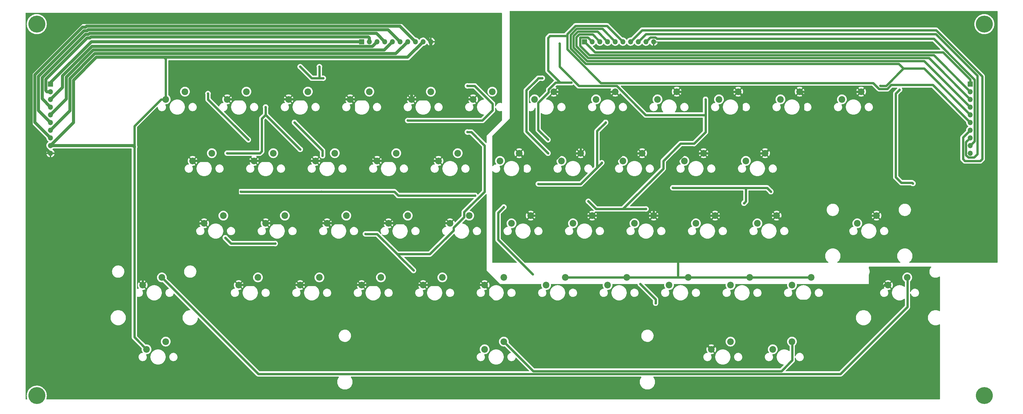
<source format=gtl>
%TF.GenerationSoftware,KiCad,Pcbnew,(6.0.1)*%
%TF.CreationDate,2022-07-30T17:19:37+08:00*%
%TF.ProjectId,CrVisionMech,43725669-7369-46f6-9e4d-6563682e6b69,rev?*%
%TF.SameCoordinates,Original*%
%TF.FileFunction,Copper,L1,Top*%
%TF.FilePolarity,Positive*%
%FSLAX46Y46*%
G04 Gerber Fmt 4.6, Leading zero omitted, Abs format (unit mm)*
G04 Created by KiCad (PCBNEW (6.0.1)) date 2022-07-30 17:19:37*
%MOMM*%
%LPD*%
G01*
G04 APERTURE LIST*
%TA.AperFunction,ComponentPad*%
%ADD10C,2.200000*%
%TD*%
%TA.AperFunction,ComponentPad*%
%ADD11C,5.600000*%
%TD*%
%TA.AperFunction,ComponentPad*%
%ADD12R,1.700000X1.700000*%
%TD*%
%TA.AperFunction,ComponentPad*%
%ADD13O,1.700000X1.700000*%
%TD*%
%TA.AperFunction,ViaPad*%
%ADD14C,0.800000*%
%TD*%
%TA.AperFunction,Conductor*%
%ADD15C,0.750000*%
%TD*%
%TA.AperFunction,Conductor*%
%ADD16C,1.000000*%
%TD*%
G04 APERTURE END LIST*
D10*
X240030000Y-120650000D03*
X233680000Y-123190000D03*
X321310000Y-120650000D03*
X314960000Y-123190000D03*
D11*
X48815000Y-221060000D03*
D10*
X179070000Y-120650000D03*
X172720000Y-123190000D03*
X269240000Y-140970000D03*
X262890000Y-143510000D03*
X243840000Y-182000000D03*
X237490000Y-184540000D03*
X284480000Y-182000000D03*
X278130000Y-184540000D03*
D12*
X156210000Y-104140000D03*
D13*
X158750000Y-104140000D03*
X161290000Y-104140000D03*
X163830000Y-104140000D03*
X166370000Y-104140000D03*
X168910000Y-104140000D03*
X171450000Y-104140000D03*
X173990000Y-104140000D03*
X176530000Y-104140000D03*
X179070000Y-104140000D03*
D10*
X127000000Y-140970000D03*
X120650000Y-143510000D03*
X326390000Y-161610000D03*
X320040000Y-164150000D03*
X147320000Y-140970000D03*
X140970000Y-143510000D03*
X167640000Y-140970000D03*
X161290000Y-143510000D03*
X228600000Y-140970000D03*
X222250000Y-143510000D03*
D11*
X48815000Y-98345000D03*
D10*
X142240000Y-182000000D03*
X135890000Y-184540000D03*
X264160000Y-182000000D03*
X257810000Y-184540000D03*
X121920000Y-182000000D03*
X115570000Y-184540000D03*
X300990000Y-120650000D03*
X294640000Y-123190000D03*
X203200000Y-203200000D03*
X196850000Y-205740000D03*
X280670000Y-120650000D03*
X274320000Y-123190000D03*
X223520000Y-182000000D03*
X217170000Y-184540000D03*
X298450000Y-203200000D03*
X292100000Y-205740000D03*
X232410000Y-161610000D03*
X226060000Y-164150000D03*
X162560000Y-182000000D03*
X156210000Y-184540000D03*
X110490000Y-161610000D03*
X104140000Y-164150000D03*
X91440000Y-203200000D03*
X85090000Y-205740000D03*
X187960000Y-140970000D03*
X181610000Y-143510000D03*
X219710000Y-120650000D03*
X213360000Y-123190000D03*
X97790000Y-120650000D03*
X91440000Y-123190000D03*
D11*
X362030000Y-221060000D03*
D10*
X130810000Y-161610000D03*
X124460000Y-164150000D03*
X260350000Y-120650000D03*
X254000000Y-123190000D03*
X273050000Y-161610000D03*
X266700000Y-164150000D03*
X138430000Y-120650000D03*
X132080000Y-123190000D03*
X158750000Y-120650000D03*
X152400000Y-123190000D03*
D12*
X357400000Y-118115000D03*
D13*
X357400000Y-120655000D03*
X357400000Y-123195000D03*
X357400000Y-125735000D03*
X357400000Y-128275000D03*
X357400000Y-130815000D03*
X357400000Y-133355000D03*
X357400000Y-135895000D03*
X357400000Y-138435000D03*
X357400000Y-140975000D03*
D10*
X289560000Y-140970000D03*
X283210000Y-143510000D03*
X118110000Y-120650000D03*
X111760000Y-123190000D03*
D11*
X362030000Y-98345000D03*
D10*
X336550000Y-182000000D03*
X330200000Y-184540000D03*
X208280000Y-140970000D03*
X201930000Y-143510000D03*
X199390000Y-120650000D03*
X193040000Y-123190000D03*
D12*
X229870000Y-104140000D03*
D13*
X232410000Y-104140000D03*
X234950000Y-104140000D03*
X237490000Y-104140000D03*
X240030000Y-104140000D03*
X242570000Y-104140000D03*
X245110000Y-104140000D03*
X247650000Y-104140000D03*
X250190000Y-104140000D03*
X252730000Y-104140000D03*
D10*
X212090000Y-161610000D03*
X205740000Y-164150000D03*
X278130000Y-203200000D03*
X271780000Y-205740000D03*
X191770000Y-161610000D03*
X185420000Y-164150000D03*
X248920000Y-140970000D03*
X242570000Y-143510000D03*
X151130000Y-161610000D03*
X144780000Y-164150000D03*
X90170000Y-182000000D03*
X83820000Y-184540000D03*
X293370000Y-161610000D03*
X287020000Y-164150000D03*
X252730000Y-161610000D03*
X246380000Y-164150000D03*
X171450000Y-161610000D03*
X165100000Y-164150000D03*
X182880000Y-182000000D03*
X176530000Y-184540000D03*
X106680000Y-140970000D03*
X100330000Y-143510000D03*
X304800000Y-182000000D03*
X298450000Y-184540000D03*
D12*
X53340000Y-118115000D03*
D13*
X53340000Y-120655000D03*
X53340000Y-123195000D03*
X53340000Y-125735000D03*
X53340000Y-128275000D03*
X53340000Y-130815000D03*
X53340000Y-133355000D03*
X53340000Y-135895000D03*
X53340000Y-138435000D03*
X53340000Y-140975000D03*
D10*
X203200000Y-182000000D03*
X196850000Y-184540000D03*
D14*
X203200000Y-158750000D03*
X248285000Y-184150000D03*
X253365000Y-190500000D03*
X214630000Y-151130000D03*
X236855000Y-130810000D03*
X235585000Y-144145000D03*
X212725000Y-180975000D03*
X191135000Y-118745000D03*
X171450000Y-130175000D03*
X111760000Y-140970000D03*
X111125000Y-168910000D03*
X124460000Y-125730000D03*
X135890000Y-139700000D03*
X127635000Y-170815000D03*
X133985000Y-130810000D03*
X143279511Y-141835489D03*
X135890000Y-112395000D03*
X173355000Y-179705000D03*
X143510000Y-116205000D03*
X191135000Y-133985000D03*
X157480000Y-167640000D03*
X142240000Y-112395000D03*
X118745000Y-136525000D03*
X105410000Y-121285000D03*
X193675000Y-154940000D03*
X116205000Y-153670000D03*
X168275000Y-154940000D03*
X142875000Y-153670000D03*
X327660000Y-118745000D03*
X291465000Y-153670000D03*
X282575000Y-157480000D03*
X259080000Y-152400000D03*
X221615000Y-104775000D03*
X250190000Y-159385000D03*
X231140000Y-156845000D03*
X269875000Y-123190000D03*
X266065000Y-137795000D03*
X225518674Y-117676826D03*
X217805000Y-136525000D03*
X338409044Y-150969108D03*
X334010000Y-120015000D03*
X217805000Y-140970000D03*
X215900000Y-116205000D03*
D15*
X336634521Y-191685479D02*
X336634521Y-182084521D01*
X336634521Y-182084521D02*
X336550000Y-182000000D01*
X122065479Y-213895479D02*
X314424521Y-213895479D01*
X314424521Y-213895479D02*
X336634521Y-191685479D01*
X90170000Y-182000000D02*
X122065479Y-213895479D01*
D16*
X57290980Y-119244020D02*
X53340000Y-123195000D01*
X159740489Y-105689511D02*
X67021395Y-105689513D01*
X67021395Y-105689513D02*
X57290980Y-115419928D01*
X57290980Y-115419928D02*
X57290980Y-119244020D01*
X161290000Y-104140000D02*
X159740489Y-105689511D01*
D15*
X233997500Y-145732500D02*
X233997500Y-133667500D01*
X253365000Y-189865000D02*
X253365000Y-189230000D01*
X253365000Y-189230000D02*
X248285000Y-184150000D01*
X233997500Y-145732500D02*
X235585000Y-144145000D01*
X214630000Y-151130000D02*
X228600000Y-151130000D01*
X253365000Y-190500000D02*
X253365000Y-189865000D01*
X345341956Y-108596956D02*
X357400000Y-120655000D01*
X201295000Y-169545000D02*
X201295000Y-160655000D01*
X230985489Y-102715489D02*
X228445489Y-102715489D01*
X233997500Y-133667500D02*
X236855000Y-130810000D01*
X212725000Y-180975000D02*
X201295000Y-169545000D01*
X201295000Y-160655000D02*
X203200000Y-158750000D01*
X228445489Y-102715489D02*
X228445489Y-105564510D01*
X231477935Y-108596956D02*
X345341956Y-108596956D01*
X232410000Y-104140000D02*
X230985489Y-102715489D01*
X228445489Y-105564510D02*
X231477935Y-108596956D01*
X228600000Y-151130000D02*
X233997500Y-145732500D01*
D16*
X166370000Y-104140000D02*
X163620978Y-106889022D01*
D15*
X199474521Y-124642887D02*
X193576634Y-118745000D01*
D16*
X58560979Y-115846293D02*
X58560979Y-123054021D01*
D15*
X171450000Y-130175000D02*
X196116634Y-130175000D01*
D16*
X58560979Y-123054021D02*
X53340000Y-128275000D01*
X163620978Y-106889022D02*
X67518249Y-106889023D01*
X67518249Y-106889023D02*
X58560979Y-115846293D01*
D15*
X193576634Y-118745000D02*
X191135000Y-118745000D01*
X196116634Y-130175000D02*
X199474521Y-126817113D01*
X199474521Y-126817113D02*
X199474521Y-124642887D01*
D16*
X171450000Y-104140000D02*
X167501467Y-108088533D01*
X59760490Y-126934510D02*
X53340000Y-133355000D01*
X68015102Y-108088534D02*
X59760490Y-116343146D01*
X59760490Y-116343146D02*
X59760490Y-126934510D01*
X167501467Y-108088533D02*
X68015102Y-108088534D01*
X64918642Y-101740972D02*
X50590978Y-116068636D01*
D15*
X123190000Y-140335000D02*
X122555000Y-140970000D01*
X123825000Y-128905000D02*
X123190000Y-129540000D01*
D16*
X161080978Y-101390978D02*
X66258113Y-101390979D01*
D15*
X135890000Y-139700000D02*
X124460000Y-128270000D01*
X127635000Y-170815000D02*
X113030000Y-170815000D01*
D16*
X50590978Y-122985978D02*
X53340000Y-125735000D01*
X66258113Y-101390979D02*
X65908119Y-101740973D01*
X163830000Y-104140000D02*
X161080978Y-101390978D01*
X50590978Y-116068636D02*
X50590978Y-122985978D01*
X65908119Y-101740973D02*
X64918642Y-101740972D01*
D15*
X113030000Y-170815000D02*
X111125000Y-168910000D01*
X122555000Y-140970000D02*
X111760000Y-140970000D01*
X123190000Y-129540000D02*
X123190000Y-140335000D01*
X124460000Y-128270000D02*
X124460000Y-125730000D01*
X124460000Y-128270000D02*
X123825000Y-128905000D01*
D16*
X156210000Y-104140000D02*
X66874544Y-104140000D01*
X66874544Y-104140000D02*
X53340000Y-117674544D01*
D15*
X143279511Y-140104511D02*
X143279511Y-141835489D01*
X133985000Y-130810000D02*
X143279511Y-140104511D01*
D16*
X53340000Y-117674544D02*
X53340000Y-118115000D01*
D15*
X190095489Y-162112877D02*
X190095489Y-160424511D01*
D16*
X51790489Y-116565489D02*
X51790489Y-120307570D01*
D15*
X196850000Y-153670000D02*
X196850000Y-138430000D01*
X196850000Y-138430000D02*
X192405000Y-133985000D01*
D16*
X158402570Y-102590489D02*
X66754967Y-102590489D01*
D15*
X142240000Y-116205000D02*
X139700000Y-116205000D01*
X186605479Y-166454521D02*
X186605479Y-165602887D01*
X168910000Y-175260000D02*
X167957500Y-174307500D01*
X167957500Y-174307500D02*
X178752500Y-174307500D01*
D16*
X66404971Y-102940484D02*
X65415495Y-102940483D01*
D15*
X139700000Y-116205000D02*
X135890000Y-112395000D01*
D16*
X66754967Y-102590489D02*
X66404971Y-102940484D01*
X52137919Y-120655000D02*
X53340000Y-120655000D01*
D15*
X167957500Y-174307500D02*
X161290000Y-167640000D01*
D16*
X51790489Y-120307570D02*
X52137919Y-120655000D01*
D15*
X186605479Y-165602887D02*
X190095489Y-162112877D01*
X192405000Y-133985000D02*
X191135000Y-133985000D01*
D16*
X158750000Y-102937919D02*
X158402570Y-102590489D01*
D15*
X173355000Y-179705000D02*
X168910000Y-175260000D01*
X190095489Y-160424511D02*
X196850000Y-153670000D01*
D16*
X65415495Y-102940483D02*
X51790489Y-116565489D01*
D15*
X178752500Y-174307500D02*
X186605479Y-166454521D01*
D16*
X158750000Y-104140000D02*
X158750000Y-102937919D01*
D15*
X142240000Y-112395000D02*
X142240000Y-116205000D01*
X143510000Y-116205000D02*
X142240000Y-116205000D01*
X161290000Y-167640000D02*
X157480000Y-167640000D01*
D16*
X164961467Y-100191467D02*
X65761261Y-100191467D01*
X49391467Y-115571757D02*
X49391467Y-126866467D01*
X49391467Y-126866467D02*
X53340000Y-130815000D01*
D15*
X118745000Y-136525000D02*
X105410000Y-123190000D01*
D16*
X168910000Y-104140000D02*
X164961467Y-100191467D01*
X64421762Y-100541462D02*
X49391467Y-115571757D01*
X65761261Y-100191467D02*
X65411266Y-100541462D01*
X65411266Y-100541462D02*
X64421762Y-100541462D01*
D15*
X105410000Y-123190000D02*
X105410000Y-121285000D01*
D16*
X65264415Y-98991949D02*
X64914413Y-99341951D01*
X64914413Y-99341951D02*
X63924909Y-99341951D01*
X63924909Y-99341951D02*
X48191956Y-115074904D01*
X173990000Y-104140000D02*
X168841949Y-98991949D01*
X48191956Y-115074904D02*
X48191956Y-130746956D01*
X168841949Y-98991949D02*
X65264415Y-98991949D01*
D15*
X167005000Y-153670000D02*
X168275000Y-154940000D01*
X193675000Y-154940000D02*
X168275000Y-154940000D01*
X142875000Y-153670000D02*
X116205000Y-153670000D01*
X142875000Y-153670000D02*
X167005000Y-153670000D01*
D16*
X48191956Y-130746956D02*
X53340000Y-135895000D01*
D15*
X335306263Y-113003737D02*
X329565000Y-118745000D01*
X240030000Y-104140000D02*
X235756956Y-99866956D01*
X230298036Y-111445489D02*
X333748015Y-111445489D01*
X225253045Y-106400501D02*
X230298036Y-111445489D01*
X335306263Y-113003737D02*
X342128737Y-113003737D01*
X342128737Y-113003737D02*
X357400000Y-128275000D01*
X235756956Y-99866956D02*
X227265576Y-99866956D01*
X333748015Y-111445489D02*
X335306263Y-113003737D01*
X329565000Y-118745000D02*
X327660000Y-118745000D01*
X225253044Y-101879489D02*
X225253045Y-106400501D01*
X227265576Y-99866956D02*
X225253044Y-101879489D01*
X230691336Y-110495978D02*
X342160978Y-110495978D01*
X234166467Y-100816467D02*
X227658875Y-100816468D01*
X227658875Y-100816468D02*
X226202555Y-102272789D01*
X283210000Y-152400000D02*
X290195000Y-152400000D01*
X283210000Y-152400000D02*
X283210000Y-156845000D01*
X259080000Y-152400000D02*
X283210000Y-152400000D01*
X283210000Y-156845000D02*
X282575000Y-157480000D01*
X226202556Y-106007200D02*
X230691336Y-110495978D01*
X342160978Y-110495978D02*
X357400000Y-125735000D01*
X226202555Y-102272789D02*
X226202556Y-106007200D01*
X290195000Y-152400000D02*
X291465000Y-153670000D01*
X237490000Y-104140000D02*
X234166467Y-100816467D01*
X348438656Y-107647446D02*
X357400000Y-116608790D01*
X250190000Y-159385000D02*
X242570000Y-159385000D01*
X233377445Y-107647445D02*
X348438656Y-107647446D01*
X240493117Y-118745000D02*
X227965000Y-118745000D01*
X221615000Y-112395000D02*
X221615000Y-104775000D01*
X269875000Y-133985000D02*
X269875000Y-128270000D01*
X233680000Y-159385000D02*
X231140000Y-156845000D01*
X255905000Y-143510000D02*
X261620000Y-137795000D01*
X242570000Y-159385000D02*
X233680000Y-159385000D01*
X269790479Y-128354521D02*
X250102638Y-128354521D01*
X261620000Y-137795000D02*
X266065000Y-137795000D01*
X357400000Y-116608790D02*
X357400000Y-118115000D01*
X269240000Y-134620000D02*
X269875000Y-133985000D01*
X255905000Y-146050000D02*
X255905000Y-143510000D01*
X242570000Y-159385000D02*
X255905000Y-146050000D01*
X227965000Y-118745000D02*
X221615000Y-112395000D01*
X269875000Y-128270000D02*
X269875000Y-123190000D01*
X229870000Y-104140000D02*
X233377445Y-107647445D01*
X266065000Y-137795000D02*
X269240000Y-134620000D01*
X250102638Y-128354521D02*
X240493117Y-118745000D01*
X269875000Y-128270000D02*
X269790479Y-128354521D01*
X221816826Y-117676826D02*
X217805000Y-113665000D01*
X237347437Y-98917437D02*
X226872283Y-98917437D01*
X327256347Y-119719501D02*
X329933311Y-119719501D01*
X235299244Y-117789511D02*
X325326357Y-117789511D01*
X217805000Y-136525000D02*
X214545479Y-133265479D01*
X329933311Y-119719501D02*
X331228301Y-118424511D01*
X218035489Y-119956394D02*
X220315057Y-117676826D01*
X218035489Y-120882628D02*
X218035489Y-119956394D01*
X331228301Y-118424511D02*
X345009511Y-118424511D01*
X220315057Y-117676826D02*
X221816826Y-117676826D01*
X218440000Y-102235000D02*
X224155000Y-102235000D01*
X226872283Y-98917437D02*
X224155000Y-101634720D01*
X345009511Y-118424511D02*
X357400000Y-130815000D01*
X214545479Y-124372638D02*
X218035489Y-120882628D01*
X224155000Y-102235000D02*
X224155000Y-106645267D01*
X224155000Y-106645267D02*
X235299244Y-117789511D01*
X217805000Y-102870000D02*
X218440000Y-102235000D01*
X224155000Y-101634720D02*
X224155000Y-102235000D01*
X214545479Y-133265479D02*
X214545479Y-124372638D01*
X242570000Y-104140000D02*
X237347437Y-98917437D01*
X325326357Y-117789511D02*
X327256347Y-119719501D01*
X221816826Y-117676826D02*
X225518674Y-117676826D01*
X217805000Y-113665000D02*
X217805000Y-102870000D01*
X332740000Y-121285000D02*
X332740000Y-148885500D01*
X227152066Y-102666089D02*
X227152066Y-105613899D01*
X228052176Y-101765978D02*
X227152066Y-102666089D01*
X334574064Y-150719564D02*
X338159500Y-150719564D01*
X231084636Y-109546467D02*
X343751467Y-109546467D01*
X343751467Y-109546467D02*
X357400000Y-123195000D01*
X338159500Y-150719564D02*
X338409044Y-150969108D01*
X334010000Y-120015000D02*
X332740000Y-121285000D01*
X227152066Y-105613899D02*
X231084636Y-109546467D01*
X232575978Y-101765978D02*
X228052176Y-101765978D01*
X332740000Y-148885500D02*
X334574064Y-150719564D01*
X234950000Y-104140000D02*
X232575978Y-101765978D01*
X359774022Y-141240978D02*
X358615489Y-142399511D01*
X250190000Y-101600000D02*
X346002188Y-101600000D01*
X355975489Y-141565053D02*
X355975489Y-137319511D01*
X247650000Y-104140000D02*
X250190000Y-101600000D01*
X358615489Y-142399511D02*
X356809947Y-142399511D01*
X355975489Y-137319511D02*
X357400000Y-135895000D01*
X346002188Y-101600000D02*
X359774022Y-115371834D01*
X359774022Y-115371834D02*
X359774022Y-141240978D01*
X356809947Y-142399511D02*
X355975489Y-141565053D01*
X354965000Y-135790000D02*
X357400000Y-133355000D01*
X210615479Y-120219521D02*
X213995000Y-116840000D01*
X361315000Y-115570000D02*
X361315000Y-142875000D01*
X360680000Y-143510000D02*
X355600000Y-143510000D01*
X214630000Y-116205000D02*
X215900000Y-116205000D01*
X346075000Y-100330000D02*
X361315000Y-115570000D01*
X213995000Y-116840000D02*
X214630000Y-116205000D01*
X248920000Y-100330000D02*
X346075000Y-100330000D01*
X210615479Y-133780479D02*
X210615479Y-120219521D01*
X354965000Y-142875000D02*
X354965000Y-135790000D01*
X217805000Y-140970000D02*
X210615479Y-133780479D01*
X355600000Y-143510000D02*
X354965000Y-142875000D01*
X245110000Y-104140000D02*
X248920000Y-100330000D01*
X361315000Y-142875000D02*
X360680000Y-143510000D01*
X91440000Y-109855000D02*
X90873044Y-109288044D01*
X81075479Y-201725479D02*
X81075479Y-138860479D01*
X81075479Y-131998887D02*
X89884366Y-123190000D01*
D16*
X176530000Y-104140000D02*
X171381956Y-109288044D01*
X68511956Y-109288044D02*
X60960010Y-116839990D01*
D15*
X89884366Y-123190000D02*
X91440000Y-123190000D01*
X91440000Y-123190000D02*
X91440000Y-109855000D01*
D16*
X90873044Y-109288044D02*
X68511956Y-109288044D01*
X53340000Y-138435000D02*
X80650000Y-138435000D01*
D15*
X85090000Y-205740000D02*
X81075479Y-201725479D01*
D16*
X60960010Y-130814990D02*
X53340000Y-138435000D01*
X60960010Y-116839990D02*
X60960010Y-130814990D01*
X171381956Y-109288044D02*
X90873044Y-109288044D01*
D15*
X81075479Y-138860479D02*
X81075479Y-131998887D01*
D16*
X80650000Y-138435000D02*
X81075479Y-138860479D01*
D15*
X197949999Y-188081633D02*
X214508367Y-204640001D01*
X196850000Y-184540000D02*
X196765479Y-184455479D01*
X161374521Y-143425479D02*
X181525479Y-143425479D01*
X135805479Y-184455479D02*
X135890000Y-184540000D01*
X100330000Y-143510000D02*
X100414521Y-143425479D01*
X145744521Y-184455479D02*
X156125479Y-184455479D01*
X156125479Y-184455479D02*
X156210000Y-184540000D01*
X152400000Y-123190000D02*
X153585479Y-124375479D01*
X197949999Y-185639999D02*
X197949999Y-188081633D01*
X172635479Y-123105479D02*
X172720000Y-123190000D01*
X135974521Y-184455479D02*
X145744521Y-184455479D01*
X120734521Y-143425479D02*
X140885479Y-143425479D01*
X176445479Y-184455479D02*
X176530000Y-184540000D01*
X140970000Y-143510000D02*
X141054521Y-143425479D01*
X124460000Y-164150000D02*
X115230499Y-154920499D01*
X165015479Y-164065479D02*
X165100000Y-164150000D01*
X166040479Y-184455479D02*
X176445479Y-184455479D01*
X287815479Y-189704521D02*
X323900190Y-189704521D01*
D16*
X63780494Y-97790000D02*
X46992428Y-114578067D01*
D15*
X100414521Y-143425479D02*
X120565479Y-143425479D01*
X140885479Y-143425479D02*
X140970000Y-143510000D01*
X115230499Y-154920499D02*
X115230499Y-147373867D01*
X131995479Y-123105479D02*
X132080000Y-123190000D01*
X152315479Y-123105479D02*
X152400000Y-123190000D01*
X144780000Y-164150000D02*
X144864521Y-164065479D01*
X196765479Y-184455479D02*
X176614521Y-184455479D01*
X111844521Y-123105479D02*
X131995479Y-123105479D01*
X83820000Y-184220000D02*
X83820000Y-173355000D01*
D16*
X179070000Y-113030000D02*
X172720000Y-119380000D01*
D15*
X120650000Y-143510000D02*
X120734521Y-143425479D01*
X83820000Y-173355000D02*
X93025000Y-164150000D01*
X120565479Y-143425479D02*
X120650000Y-143510000D01*
X270680001Y-204640001D02*
X271780000Y-205740000D01*
X124544521Y-164065479D02*
X144695479Y-164065479D01*
X176614521Y-184455479D02*
X176530000Y-184540000D01*
X115570000Y-184540000D02*
X115654521Y-184455479D01*
X152400000Y-123190000D02*
X152484521Y-123105479D01*
X115654521Y-184455479D02*
X135805479Y-184455479D01*
D16*
X172720000Y-97790000D02*
X63780494Y-97790000D01*
D15*
X214508367Y-204640001D02*
X270680001Y-204640001D01*
X152484521Y-123105479D02*
X172635479Y-123105479D01*
X115230499Y-147373867D02*
X119094366Y-143510000D01*
X271780000Y-205740000D02*
X287815479Y-189704521D01*
X132164521Y-123105479D02*
X152315479Y-123105479D01*
X165100000Y-164150000D02*
X165184521Y-164065479D01*
D16*
X179070000Y-104140000D02*
X179070000Y-113030000D01*
D15*
X156294521Y-184455479D02*
X166040479Y-184455479D01*
X329384711Y-184220000D02*
X330200000Y-184220000D01*
X172804521Y-123105479D02*
X192955479Y-123105479D01*
X93025000Y-164150000D02*
X104140000Y-164150000D01*
X196850000Y-184540000D02*
X197949999Y-185639999D01*
X153585479Y-135805479D02*
X161290000Y-143510000D01*
X141054521Y-143425479D02*
X161205479Y-143425479D01*
X192955479Y-123105479D02*
X193040000Y-123190000D01*
X153585479Y-124375479D02*
X153585479Y-135805479D01*
X181525479Y-143425479D02*
X181610000Y-143510000D01*
X172720000Y-123190000D02*
X172804521Y-123105479D01*
X119094366Y-143510000D02*
X120650000Y-143510000D01*
X161290000Y-143510000D02*
X161374521Y-143425479D01*
X323900190Y-189704521D02*
X329384711Y-184220000D01*
X161205479Y-143425479D02*
X161290000Y-143510000D01*
X135890000Y-184540000D02*
X135974521Y-184455479D01*
X145744521Y-165114521D02*
X144780000Y-164150000D01*
X111760000Y-123190000D02*
X111844521Y-123105479D01*
X165184521Y-164065479D02*
X185335479Y-164065479D01*
D16*
X46992428Y-134627428D02*
X53340000Y-140975000D01*
D15*
X185335479Y-164065479D02*
X185420000Y-164150000D01*
X144695479Y-164065479D02*
X144780000Y-164150000D01*
D16*
X172720000Y-119380000D02*
X172720000Y-123190000D01*
D15*
X145744521Y-184455479D02*
X145744521Y-165114521D01*
X132080000Y-123190000D02*
X132164521Y-123105479D01*
X144864521Y-164065479D02*
X165015479Y-164065479D01*
D16*
X179070000Y-104140000D02*
X172720000Y-97790000D01*
X46992428Y-114578067D02*
X46992428Y-134627428D01*
D15*
X156210000Y-184540000D02*
X156294521Y-184455479D01*
X253320053Y-102715489D02*
X253789075Y-103184511D01*
X358824511Y-137010489D02*
X357400000Y-138435000D01*
X294955666Y-212945968D02*
X298534521Y-209367113D01*
X212945968Y-212945968D02*
X294955666Y-212945968D01*
X250190000Y-104140000D02*
X251614511Y-102715489D01*
X251614511Y-102715489D02*
X253320053Y-102715489D01*
X253789075Y-103184511D02*
X345318533Y-103184511D01*
X298534521Y-209367113D02*
X298534521Y-203284521D01*
X298534521Y-203284521D02*
X298450000Y-203200000D01*
X358824511Y-116690489D02*
X358824511Y-137010489D01*
X345318533Y-103184511D02*
X358824511Y-116690489D01*
X203200000Y-203200000D02*
X212945968Y-212945968D01*
X222565000Y-161610000D02*
X256855000Y-161610000D01*
X281735479Y-140765479D02*
X281940000Y-140970000D01*
X257175000Y-146856883D02*
X263061883Y-140970000D01*
X219710000Y-120650000D02*
X228600000Y-120650000D01*
X262575000Y-161610000D02*
X260740000Y-163445000D01*
X248920000Y-140970000D02*
X242741883Y-140970000D01*
X222565000Y-161146883D02*
X222565000Y-161610000D01*
X228600000Y-140970000D02*
X228600000Y-120650000D01*
X252730000Y-158115000D02*
X257175000Y-153670000D01*
X242741883Y-140970000D02*
X222565000Y-161146883D01*
X209345479Y-142035479D02*
X209345479Y-158865479D01*
X223520000Y-182000000D02*
X260740000Y-182000000D01*
X252730000Y-161610000D02*
X252730000Y-158115000D01*
X209345479Y-158865479D02*
X212090000Y-161610000D01*
X294320000Y-162560000D02*
X294404511Y-162475489D01*
X321310000Y-120650000D02*
X300990000Y-120650000D01*
X294404511Y-162475489D02*
X316949511Y-162475489D01*
X212090000Y-161610000D02*
X222565000Y-161610000D01*
X281940000Y-140970000D02*
X289560000Y-140970000D01*
X220575489Y-142816394D02*
X222421883Y-140970000D01*
X257175000Y-153670000D02*
X257175000Y-146856883D01*
X300990000Y-120650000D02*
X302055479Y-121715479D01*
X317815000Y-161610000D02*
X316949511Y-162475489D01*
X281735479Y-121715479D02*
X281735479Y-140765479D01*
X302055479Y-128474521D02*
X289560000Y-140970000D01*
X240030000Y-120650000D02*
X228600000Y-120650000D01*
X263061883Y-140970000D02*
X269240000Y-140970000D01*
X260740000Y-182000000D02*
X304800000Y-182000000D01*
X262575000Y-161610000D02*
X293370000Y-161610000D01*
X208280000Y-140970000D02*
X209345479Y-142035479D01*
X280670000Y-120650000D02*
X281735479Y-121715479D01*
X210126394Y-142816394D02*
X220575489Y-142816394D01*
X260740000Y-163445000D02*
X260740000Y-182000000D01*
X256855000Y-161610000D02*
X262575000Y-161610000D01*
X293370000Y-161610000D02*
X294320000Y-162560000D01*
X222421883Y-140970000D02*
X228600000Y-140970000D01*
X269240000Y-140970000D02*
X281940000Y-140970000D01*
X260350000Y-120650000D02*
X280670000Y-120650000D01*
X302055479Y-121715479D02*
X302055479Y-128474521D01*
X326390000Y-161610000D02*
X317815000Y-161610000D01*
X208280000Y-140970000D02*
X210126394Y-142816394D01*
%TA.AperFunction,Conductor*%
G36*
X202507121Y-94635002D02*
G01*
X202553614Y-94688658D01*
X202565000Y-94741000D01*
X202565000Y-124335455D01*
X202544998Y-124403576D01*
X202491342Y-124450069D01*
X202421068Y-124460173D01*
X202396012Y-124453895D01*
X202330646Y-124430168D01*
X202290190Y-124415483D01*
X202290186Y-124415482D01*
X202285175Y-124413663D01*
X202279926Y-124412714D01*
X202279923Y-124412713D01*
X202062392Y-124373377D01*
X202062385Y-124373376D01*
X202058308Y-124372639D01*
X202040586Y-124371803D01*
X202035644Y-124371570D01*
X202035637Y-124371570D01*
X202034156Y-124371500D01*
X201872110Y-124371500D01*
X201805191Y-124377178D01*
X201705591Y-124385629D01*
X201705587Y-124385630D01*
X201700280Y-124386080D01*
X201695125Y-124387418D01*
X201695119Y-124387419D01*
X201482297Y-124442657D01*
X201482293Y-124442658D01*
X201477128Y-124443999D01*
X201472262Y-124446191D01*
X201472259Y-124446192D01*
X201329478Y-124510510D01*
X201266925Y-124538688D01*
X201075681Y-124667441D01*
X201071824Y-124671120D01*
X201071822Y-124671122D01*
X201038791Y-124702632D01*
X200908865Y-124826576D01*
X200771246Y-125011542D01*
X200768830Y-125016293D01*
X200768828Y-125016297D01*
X200730929Y-125090840D01*
X200666760Y-125217051D01*
X200665176Y-125222151D01*
X200665176Y-125222152D01*
X200604353Y-125418032D01*
X200565050Y-125477158D01*
X200500021Y-125505648D01*
X200429912Y-125494458D01*
X200376982Y-125447141D01*
X200358021Y-125380668D01*
X200358021Y-124722344D01*
X200359572Y-124702632D01*
X200360639Y-124695895D01*
X200361671Y-124689380D01*
X200360522Y-124667441D01*
X200358194Y-124623037D01*
X200358021Y-124616442D01*
X200358021Y-124596581D01*
X200355944Y-124576818D01*
X200355428Y-124570254D01*
X200352297Y-124510510D01*
X200352296Y-124510506D01*
X200351951Y-124503916D01*
X200348479Y-124490958D01*
X200344876Y-124471515D01*
X200344165Y-124464753D01*
X200343475Y-124458185D01*
X200322943Y-124394993D01*
X200321077Y-124388691D01*
X200305592Y-124330902D01*
X200303883Y-124324524D01*
X200300887Y-124318645D01*
X200300884Y-124318636D01*
X200297793Y-124312570D01*
X200290229Y-124294308D01*
X200288129Y-124287844D01*
X200288126Y-124287836D01*
X200286085Y-124281556D01*
X200282783Y-124275837D01*
X200282781Y-124275832D01*
X200252867Y-124224020D01*
X200249734Y-124218250D01*
X200219568Y-124159048D01*
X200211131Y-124148629D01*
X200199931Y-124132333D01*
X200196525Y-124126433D01*
X200196523Y-124126430D01*
X200193225Y-124120718D01*
X200188809Y-124115813D01*
X200188805Y-124115808D01*
X200148767Y-124071340D01*
X200144487Y-124066330D01*
X200134067Y-124053463D01*
X200134066Y-124053462D01*
X200131993Y-124050902D01*
X200117957Y-124036866D01*
X200113416Y-124032081D01*
X200073377Y-123987613D01*
X200073376Y-123987612D01*
X200068955Y-123982702D01*
X200063615Y-123978822D01*
X200063607Y-123978815D01*
X200058099Y-123974814D01*
X200043064Y-123961973D01*
X196731092Y-120650000D01*
X197776526Y-120650000D01*
X197796391Y-120902403D01*
X197797545Y-120907210D01*
X197797546Y-120907216D01*
X197801496Y-120923669D01*
X197855495Y-121148591D01*
X197857388Y-121153162D01*
X197857389Y-121153164D01*
X197923377Y-121312472D01*
X197952384Y-121382502D01*
X198084672Y-121598376D01*
X198249102Y-121790898D01*
X198441624Y-121955328D01*
X198657498Y-122087616D01*
X198662068Y-122089509D01*
X198662072Y-122089511D01*
X198879019Y-122179373D01*
X198891409Y-122184505D01*
X198976032Y-122204821D01*
X199132784Y-122242454D01*
X199132790Y-122242455D01*
X199137597Y-122243609D01*
X199390000Y-122263474D01*
X199642403Y-122243609D01*
X199647210Y-122242455D01*
X199647216Y-122242454D01*
X199803968Y-122204821D01*
X199888591Y-122184505D01*
X199900981Y-122179373D01*
X200117928Y-122089511D01*
X200117932Y-122089509D01*
X200122502Y-122087616D01*
X200338376Y-121955328D01*
X200530898Y-121790898D01*
X200695328Y-121598376D01*
X200827616Y-121382502D01*
X200856624Y-121312472D01*
X200922611Y-121153164D01*
X200922612Y-121153162D01*
X200924505Y-121148591D01*
X200978504Y-120923669D01*
X200982454Y-120907216D01*
X200982455Y-120907210D01*
X200983609Y-120902403D01*
X201003474Y-120650000D01*
X200983609Y-120397597D01*
X200982158Y-120391550D01*
X200925660Y-120156221D01*
X200924505Y-120151409D01*
X200922611Y-120146836D01*
X200829511Y-119922072D01*
X200829509Y-119922068D01*
X200827616Y-119917498D01*
X200695328Y-119701624D01*
X200541658Y-119521700D01*
X200534106Y-119512858D01*
X200530898Y-119509102D01*
X200338376Y-119344672D01*
X200122502Y-119212384D01*
X200117932Y-119210491D01*
X200117928Y-119210489D01*
X199893164Y-119117389D01*
X199893162Y-119117388D01*
X199888591Y-119115495D01*
X199803968Y-119095179D01*
X199647216Y-119057546D01*
X199647210Y-119057545D01*
X199642403Y-119056391D01*
X199390000Y-119036526D01*
X199137597Y-119056391D01*
X199132790Y-119057545D01*
X199132784Y-119057546D01*
X198976032Y-119095179D01*
X198891409Y-119115495D01*
X198886838Y-119117388D01*
X198886836Y-119117389D01*
X198662072Y-119210489D01*
X198662068Y-119210491D01*
X198657498Y-119212384D01*
X198441624Y-119344672D01*
X198249102Y-119509102D01*
X198245894Y-119512858D01*
X198238342Y-119521700D01*
X198084672Y-119701624D01*
X197952384Y-119917498D01*
X197950491Y-119922068D01*
X197950489Y-119922072D01*
X197857389Y-120146836D01*
X197855495Y-120151409D01*
X197854340Y-120156221D01*
X197797843Y-120391550D01*
X197796391Y-120397597D01*
X197776526Y-120650000D01*
X196731092Y-120650000D01*
X194257546Y-118176454D01*
X194244709Y-118161426D01*
X194236819Y-118150566D01*
X194187450Y-118106114D01*
X194182665Y-118101573D01*
X194168620Y-118087528D01*
X194166043Y-118085441D01*
X194153188Y-118075031D01*
X194148172Y-118070747D01*
X194103714Y-118030717D01*
X194103709Y-118030713D01*
X194098803Y-118026296D01*
X194087186Y-118019589D01*
X194070893Y-118008391D01*
X194065605Y-118004109D01*
X194060473Y-117999953D01*
X194001271Y-117969787D01*
X193995501Y-117966654D01*
X193943689Y-117936740D01*
X193943684Y-117936738D01*
X193937965Y-117933436D01*
X193931685Y-117931395D01*
X193931677Y-117931392D01*
X193925213Y-117929292D01*
X193906951Y-117921728D01*
X193900885Y-117918637D01*
X193900876Y-117918634D01*
X193894997Y-117915638D01*
X193884306Y-117912773D01*
X193830830Y-117898444D01*
X193824528Y-117896578D01*
X193761336Y-117876046D01*
X193748006Y-117874645D01*
X193728563Y-117871042D01*
X193715605Y-117867570D01*
X193709015Y-117867225D01*
X193709011Y-117867224D01*
X193665061Y-117864921D01*
X193649262Y-117864093D01*
X193642703Y-117863577D01*
X193622940Y-117861500D01*
X193603079Y-117861500D01*
X193596484Y-117861327D01*
X193536732Y-117858195D01*
X193536728Y-117858195D01*
X193530141Y-117857850D01*
X193516887Y-117859949D01*
X193497178Y-117861500D01*
X191361347Y-117861500D01*
X191335150Y-117858747D01*
X191236944Y-117837872D01*
X191236939Y-117837872D01*
X191230487Y-117836500D01*
X191039513Y-117836500D01*
X191033061Y-117837872D01*
X191033056Y-117837872D01*
X190946112Y-117856353D01*
X190852712Y-117876206D01*
X190846682Y-117878891D01*
X190846681Y-117878891D01*
X190684278Y-117951197D01*
X190684276Y-117951198D01*
X190678248Y-117953882D01*
X190523747Y-118066134D01*
X190519326Y-118071044D01*
X190519325Y-118071045D01*
X190424415Y-118176454D01*
X190395960Y-118208056D01*
X190300473Y-118373444D01*
X190241458Y-118555072D01*
X190221496Y-118745000D01*
X190241458Y-118934928D01*
X190300473Y-119116556D01*
X190395960Y-119281944D01*
X190400378Y-119286851D01*
X190400379Y-119286852D01*
X190452440Y-119344672D01*
X190523747Y-119423866D01*
X190678248Y-119536118D01*
X190684276Y-119538802D01*
X190684278Y-119538803D01*
X190846681Y-119611109D01*
X190852712Y-119613794D01*
X190934850Y-119631253D01*
X191033056Y-119652128D01*
X191033061Y-119652128D01*
X191039513Y-119653500D01*
X191230487Y-119653500D01*
X191236939Y-119652128D01*
X191236944Y-119652128D01*
X191335150Y-119631253D01*
X191361347Y-119628500D01*
X193158486Y-119628500D01*
X193226607Y-119648502D01*
X193247581Y-119665405D01*
X194982224Y-121400047D01*
X196605089Y-123022912D01*
X196639115Y-123085224D01*
X196634050Y-123156039D01*
X196591503Y-123212875D01*
X196534867Y-123235767D01*
X196534980Y-123236359D01*
X196224928Y-123295505D01*
X196221150Y-123296732D01*
X196221152Y-123296732D01*
X195961879Y-123380975D01*
X195924734Y-123393044D01*
X195921148Y-123394731D01*
X195921144Y-123394733D01*
X195642717Y-123525750D01*
X195642710Y-123525754D01*
X195639131Y-123527438D01*
X195372625Y-123696568D01*
X195353767Y-123712169D01*
X195135860Y-123892438D01*
X195129418Y-123897767D01*
X195126704Y-123900657D01*
X195126703Y-123900658D01*
X195102227Y-123926722D01*
X194913346Y-124127860D01*
X194727816Y-124383221D01*
X194725909Y-124386690D01*
X194725907Y-124386693D01*
X194593458Y-124627616D01*
X194575753Y-124659821D01*
X194574300Y-124663490D01*
X194574298Y-124663495D01*
X194509730Y-124826576D01*
X194459557Y-124953298D01*
X194381060Y-125259025D01*
X194341500Y-125572179D01*
X194341500Y-125887821D01*
X194381060Y-126200975D01*
X194459557Y-126506702D01*
X194461010Y-126510371D01*
X194461010Y-126510372D01*
X194571279Y-126788878D01*
X194575753Y-126800179D01*
X194577659Y-126803647D01*
X194577660Y-126803648D01*
X194721327Y-127064975D01*
X194727816Y-127076779D01*
X194913346Y-127332140D01*
X195129418Y-127562233D01*
X195372625Y-127763432D01*
X195639131Y-127932562D01*
X195642710Y-127934246D01*
X195642717Y-127934250D01*
X195921144Y-128065267D01*
X195921148Y-128065269D01*
X195924734Y-128066956D01*
X196224928Y-128164495D01*
X196531967Y-128223066D01*
X196531969Y-128223067D01*
X196534980Y-128223641D01*
X196534850Y-128224323D01*
X196596861Y-128251368D01*
X196636263Y-128310428D01*
X196637480Y-128381414D01*
X196605088Y-128437088D01*
X195787581Y-129254595D01*
X195725269Y-129288621D01*
X195698486Y-129291500D01*
X171676347Y-129291500D01*
X171650150Y-129288747D01*
X171551944Y-129267872D01*
X171551939Y-129267872D01*
X171545487Y-129266500D01*
X171354513Y-129266500D01*
X171348061Y-129267872D01*
X171348056Y-129267872D01*
X171263695Y-129285804D01*
X171167712Y-129306206D01*
X171161682Y-129308891D01*
X171161681Y-129308891D01*
X170999278Y-129381197D01*
X170999276Y-129381198D01*
X170993248Y-129383882D01*
X170838747Y-129496134D01*
X170834326Y-129501044D01*
X170834325Y-129501045D01*
X170737525Y-129608553D01*
X170710960Y-129638056D01*
X170615473Y-129803444D01*
X170556458Y-129985072D01*
X170555768Y-129991633D01*
X170555768Y-129991635D01*
X170541981Y-130122810D01*
X170536496Y-130175000D01*
X170537186Y-130181565D01*
X170551889Y-130321453D01*
X170556458Y-130364928D01*
X170615473Y-130546556D01*
X170710960Y-130711944D01*
X170715378Y-130716851D01*
X170715379Y-130716852D01*
X170826369Y-130840119D01*
X170838747Y-130853866D01*
X170909633Y-130905368D01*
X170970629Y-130949684D01*
X170993248Y-130966118D01*
X170999276Y-130968802D01*
X170999278Y-130968803D01*
X171145541Y-131033923D01*
X171167712Y-131043794D01*
X171237712Y-131058673D01*
X171348056Y-131082128D01*
X171348061Y-131082128D01*
X171354513Y-131083500D01*
X171545487Y-131083500D01*
X171551939Y-131082128D01*
X171551944Y-131082128D01*
X171650150Y-131061253D01*
X171676347Y-131058500D01*
X196037177Y-131058500D01*
X196056889Y-131060051D01*
X196070141Y-131062150D01*
X196076728Y-131061805D01*
X196076732Y-131061805D01*
X196136484Y-131058673D01*
X196143079Y-131058500D01*
X196162940Y-131058500D01*
X196182703Y-131056423D01*
X196189262Y-131055907D01*
X196205061Y-131055079D01*
X196249011Y-131052776D01*
X196249015Y-131052775D01*
X196255605Y-131052430D01*
X196268563Y-131048958D01*
X196288006Y-131045355D01*
X196288429Y-131045311D01*
X196301336Y-131043954D01*
X196364528Y-131023422D01*
X196370830Y-131021556D01*
X196428619Y-131006071D01*
X196434997Y-131004362D01*
X196440876Y-131001366D01*
X196440885Y-131001363D01*
X196446951Y-130998272D01*
X196465213Y-130990708D01*
X196471677Y-130988608D01*
X196471685Y-130988605D01*
X196477965Y-130986564D01*
X196483684Y-130983262D01*
X196483689Y-130983260D01*
X196535501Y-130953346D01*
X196541271Y-130950213D01*
X196600473Y-130920047D01*
X196610893Y-130911609D01*
X196627186Y-130900411D01*
X196627537Y-130900209D01*
X196638803Y-130893704D01*
X196643709Y-130889287D01*
X196643714Y-130889283D01*
X196688172Y-130849253D01*
X196693188Y-130844969D01*
X196706043Y-130834559D01*
X196706046Y-130834556D01*
X196708620Y-130832472D01*
X196722665Y-130818427D01*
X196727450Y-130813886D01*
X196771908Y-130773856D01*
X196771909Y-130773855D01*
X196776819Y-130769434D01*
X196784709Y-130758574D01*
X196797546Y-130743546D01*
X200043067Y-127498025D01*
X200058095Y-127485188D01*
X200068955Y-127477298D01*
X200113407Y-127427929D01*
X200117948Y-127423144D01*
X200131993Y-127409099D01*
X200134080Y-127406522D01*
X200144490Y-127393667D01*
X200148774Y-127388651D01*
X200188804Y-127344193D01*
X200188808Y-127344188D01*
X200193225Y-127339282D01*
X200199932Y-127327665D01*
X200211130Y-127311372D01*
X200215412Y-127306084D01*
X200219568Y-127300952D01*
X200249734Y-127241750D01*
X200252867Y-127235980D01*
X200282781Y-127184168D01*
X200282783Y-127184163D01*
X200286085Y-127178444D01*
X200288126Y-127172164D01*
X200288129Y-127172156D01*
X200290229Y-127165692D01*
X200297793Y-127147430D01*
X200300886Y-127141358D01*
X200303883Y-127135476D01*
X200321080Y-127071296D01*
X200322945Y-127065001D01*
X200343475Y-127001815D01*
X200344165Y-126995246D01*
X200344167Y-126995239D01*
X200344879Y-126988468D01*
X200348479Y-126969039D01*
X200351950Y-126956084D01*
X200355426Y-126889760D01*
X200355943Y-126883191D01*
X200357677Y-126866690D01*
X200358021Y-126863419D01*
X200358021Y-126843539D01*
X200358194Y-126836944D01*
X200361325Y-126777211D01*
X200361325Y-126777207D01*
X200361670Y-126770620D01*
X200359572Y-126757373D01*
X200358021Y-126737663D01*
X200358021Y-126067801D01*
X200378023Y-125999680D01*
X200431679Y-125953187D01*
X200501953Y-125943083D01*
X200566533Y-125972577D01*
X200604917Y-126032303D01*
X200607336Y-126041927D01*
X200624093Y-126121791D01*
X200708776Y-126336221D01*
X200711543Y-126340780D01*
X200711544Y-126340783D01*
X200742910Y-126392472D01*
X200828377Y-126533317D01*
X200831874Y-126537347D01*
X200918438Y-126637103D01*
X200979477Y-126707445D01*
X201021030Y-126741516D01*
X201153627Y-126850240D01*
X201153633Y-126850244D01*
X201157755Y-126853624D01*
X201162391Y-126856263D01*
X201162394Y-126856265D01*
X201271422Y-126918327D01*
X201358114Y-126967675D01*
X201574825Y-127046337D01*
X201580074Y-127047286D01*
X201580077Y-127047287D01*
X201797608Y-127086623D01*
X201797615Y-127086624D01*
X201801692Y-127087361D01*
X201819414Y-127088197D01*
X201824356Y-127088430D01*
X201824363Y-127088430D01*
X201825844Y-127088500D01*
X201987890Y-127088500D01*
X202068396Y-127081669D01*
X202154409Y-127074371D01*
X202154413Y-127074370D01*
X202159720Y-127073920D01*
X202164875Y-127072582D01*
X202164881Y-127072581D01*
X202377703Y-127017343D01*
X202377707Y-127017342D01*
X202382872Y-127016001D01*
X202387740Y-127013808D01*
X202392769Y-127012037D01*
X202393181Y-127013207D01*
X202457578Y-127004288D01*
X202522005Y-127034116D01*
X202560079Y-127094040D01*
X202565000Y-127128911D01*
X202565000Y-130122810D01*
X202544998Y-130190931D01*
X202528095Y-130211905D01*
X197485000Y-135255000D01*
X197485000Y-137511352D01*
X197464998Y-137579473D01*
X197411342Y-137625966D01*
X197341068Y-137636070D01*
X197276488Y-137606576D01*
X197269905Y-137600447D01*
X193085912Y-133416454D01*
X193073075Y-133401426D01*
X193065185Y-133390566D01*
X193015816Y-133346114D01*
X193011031Y-133341573D01*
X192996986Y-133327528D01*
X192994409Y-133325441D01*
X192981554Y-133315031D01*
X192976538Y-133310747D01*
X192932080Y-133270717D01*
X192932075Y-133270713D01*
X192927169Y-133266296D01*
X192915552Y-133259589D01*
X192899259Y-133248391D01*
X192893971Y-133244109D01*
X192888839Y-133239953D01*
X192829637Y-133209787D01*
X192823867Y-133206654D01*
X192772055Y-133176740D01*
X192772050Y-133176738D01*
X192766331Y-133173436D01*
X192760051Y-133171395D01*
X192760043Y-133171392D01*
X192753579Y-133169292D01*
X192735317Y-133161728D01*
X192729251Y-133158637D01*
X192729242Y-133158634D01*
X192723363Y-133155638D01*
X192684898Y-133145331D01*
X192659196Y-133138444D01*
X192652894Y-133136578D01*
X192589702Y-133116046D01*
X192576372Y-133114645D01*
X192556929Y-133111042D01*
X192543971Y-133107570D01*
X192537381Y-133107225D01*
X192537377Y-133107224D01*
X192493427Y-133104921D01*
X192477628Y-133104093D01*
X192471069Y-133103577D01*
X192451306Y-133101500D01*
X192431445Y-133101500D01*
X192424850Y-133101327D01*
X192365098Y-133098195D01*
X192365094Y-133098195D01*
X192358507Y-133097850D01*
X192345253Y-133099949D01*
X192325544Y-133101500D01*
X191361347Y-133101500D01*
X191335150Y-133098747D01*
X191236944Y-133077872D01*
X191236939Y-133077872D01*
X191230487Y-133076500D01*
X191039513Y-133076500D01*
X191033061Y-133077872D01*
X191033056Y-133077872D01*
X190959459Y-133093516D01*
X190852712Y-133116206D01*
X190846682Y-133118891D01*
X190846681Y-133118891D01*
X190684278Y-133191197D01*
X190684276Y-133191198D01*
X190678248Y-133193882D01*
X190523747Y-133306134D01*
X190519326Y-133311044D01*
X190519325Y-133311045D01*
X190424415Y-133416454D01*
X190395960Y-133448056D01*
X190300473Y-133613444D01*
X190241458Y-133795072D01*
X190240768Y-133801633D01*
X190240768Y-133801635D01*
X190227732Y-133925664D01*
X190221496Y-133985000D01*
X190222186Y-133991565D01*
X190238471Y-134146505D01*
X190241458Y-134174928D01*
X190300473Y-134356556D01*
X190395960Y-134521944D01*
X190400378Y-134526851D01*
X190400379Y-134526852D01*
X190512737Y-134651638D01*
X190523747Y-134663866D01*
X190554713Y-134686364D01*
X190652078Y-134757104D01*
X190678248Y-134776118D01*
X190684276Y-134778802D01*
X190684278Y-134778803D01*
X190846681Y-134851109D01*
X190852712Y-134853794D01*
X190934850Y-134871253D01*
X191033056Y-134892128D01*
X191033061Y-134892128D01*
X191039513Y-134893500D01*
X191230487Y-134893500D01*
X191236939Y-134892128D01*
X191236944Y-134892128D01*
X191335150Y-134871253D01*
X191361347Y-134868500D01*
X191986852Y-134868500D01*
X192054973Y-134888502D01*
X192075947Y-134905405D01*
X195929595Y-138759053D01*
X195963621Y-138821365D01*
X195966500Y-138848148D01*
X195966500Y-153251852D01*
X195946498Y-153319973D01*
X195929595Y-153340947D01*
X194696124Y-154574418D01*
X194633812Y-154608444D01*
X194562997Y-154603379D01*
X194506161Y-154560832D01*
X194497910Y-154548323D01*
X194493201Y-154540166D01*
X194414040Y-154403056D01*
X194368744Y-154352749D01*
X194290675Y-154266045D01*
X194290674Y-154266044D01*
X194286253Y-154261134D01*
X194131752Y-154148882D01*
X194125724Y-154146198D01*
X194125722Y-154146197D01*
X193963319Y-154073891D01*
X193963318Y-154073891D01*
X193957288Y-154071206D01*
X193844721Y-154047279D01*
X193776944Y-154032872D01*
X193776939Y-154032872D01*
X193770487Y-154031500D01*
X193579513Y-154031500D01*
X193573061Y-154032872D01*
X193573056Y-154032872D01*
X193474850Y-154053747D01*
X193448653Y-154056500D01*
X168693148Y-154056500D01*
X168625027Y-154036498D01*
X168604053Y-154019595D01*
X167685912Y-153101454D01*
X167673075Y-153086426D01*
X167665185Y-153075566D01*
X167615816Y-153031114D01*
X167611031Y-153026573D01*
X167596986Y-153012528D01*
X167594409Y-153010441D01*
X167581554Y-153000031D01*
X167576538Y-152995747D01*
X167532080Y-152955717D01*
X167532075Y-152955713D01*
X167527169Y-152951296D01*
X167515552Y-152944589D01*
X167499259Y-152933391D01*
X167493971Y-152929109D01*
X167488839Y-152924953D01*
X167429637Y-152894787D01*
X167423867Y-152891654D01*
X167372055Y-152861740D01*
X167372050Y-152861738D01*
X167366331Y-152858436D01*
X167360051Y-152856395D01*
X167360043Y-152856392D01*
X167353579Y-152854292D01*
X167335317Y-152846728D01*
X167329251Y-152843637D01*
X167329242Y-152843634D01*
X167323363Y-152840638D01*
X167312672Y-152837773D01*
X167259196Y-152823444D01*
X167252894Y-152821578D01*
X167189702Y-152801046D01*
X167176372Y-152799645D01*
X167156929Y-152796042D01*
X167143971Y-152792570D01*
X167137381Y-152792225D01*
X167137377Y-152792224D01*
X167093427Y-152789921D01*
X167077628Y-152789093D01*
X167071069Y-152788577D01*
X167051306Y-152786500D01*
X167031445Y-152786500D01*
X167024850Y-152786327D01*
X166965098Y-152783195D01*
X166965094Y-152783195D01*
X166958507Y-152782850D01*
X166945253Y-152784949D01*
X166925544Y-152786500D01*
X143101347Y-152786500D01*
X143075150Y-152783747D01*
X142976944Y-152762872D01*
X142976939Y-152762872D01*
X142970487Y-152761500D01*
X142779513Y-152761500D01*
X142773061Y-152762872D01*
X142773056Y-152762872D01*
X142674850Y-152783747D01*
X142648653Y-152786500D01*
X116431347Y-152786500D01*
X116405150Y-152783747D01*
X116306944Y-152762872D01*
X116306939Y-152762872D01*
X116300487Y-152761500D01*
X116109513Y-152761500D01*
X116103061Y-152762872D01*
X116103056Y-152762872D01*
X116016112Y-152781353D01*
X115922712Y-152801206D01*
X115916682Y-152803891D01*
X115916681Y-152803891D01*
X115754278Y-152876197D01*
X115754276Y-152876198D01*
X115748248Y-152878882D01*
X115593747Y-152991134D01*
X115589326Y-152996044D01*
X115589325Y-152996045D01*
X115494415Y-153101454D01*
X115465960Y-153133056D01*
X115370473Y-153298444D01*
X115311458Y-153480072D01*
X115291496Y-153670000D01*
X115292186Y-153676565D01*
X115308471Y-153831505D01*
X115311458Y-153859928D01*
X115370473Y-154041556D01*
X115465960Y-154206944D01*
X115470378Y-154211851D01*
X115470379Y-154211852D01*
X115589273Y-154343897D01*
X115593747Y-154348866D01*
X115748248Y-154461118D01*
X115754276Y-154463802D01*
X115754278Y-154463803D01*
X115916681Y-154536109D01*
X115922712Y-154538794D01*
X116004850Y-154556253D01*
X116103056Y-154577128D01*
X116103061Y-154577128D01*
X116109513Y-154578500D01*
X116300487Y-154578500D01*
X116306939Y-154577128D01*
X116306944Y-154577128D01*
X116405150Y-154556253D01*
X116431347Y-154553500D01*
X142648653Y-154553500D01*
X142674850Y-154556253D01*
X142773056Y-154577128D01*
X142773061Y-154577128D01*
X142779513Y-154578500D01*
X142970487Y-154578500D01*
X142976939Y-154577128D01*
X142976944Y-154577128D01*
X143075150Y-154556253D01*
X143101347Y-154553500D01*
X166586852Y-154553500D01*
X166654973Y-154573502D01*
X166675947Y-154590405D01*
X167487994Y-155402452D01*
X167508018Y-155428547D01*
X167535960Y-155476944D01*
X167663747Y-155618866D01*
X167818248Y-155731118D01*
X167824276Y-155733802D01*
X167824278Y-155733803D01*
X167986681Y-155806109D01*
X167992712Y-155808794D01*
X168074850Y-155826253D01*
X168173056Y-155847128D01*
X168173061Y-155847128D01*
X168179513Y-155848500D01*
X168370487Y-155848500D01*
X168376939Y-155847128D01*
X168376944Y-155847128D01*
X168475150Y-155826253D01*
X168501347Y-155823500D01*
X193142852Y-155823500D01*
X193210973Y-155843502D01*
X193257466Y-155897158D01*
X193267570Y-155967432D01*
X193238076Y-156032012D01*
X193231947Y-156038595D01*
X189526943Y-159743599D01*
X189511915Y-159756436D01*
X189501055Y-159764326D01*
X189496634Y-159769236D01*
X189496633Y-159769237D01*
X189456603Y-159813695D01*
X189452062Y-159818480D01*
X189438017Y-159832525D01*
X189435933Y-159835099D01*
X189435930Y-159835102D01*
X189425520Y-159847957D01*
X189421236Y-159852973D01*
X189381206Y-159897431D01*
X189381202Y-159897436D01*
X189376785Y-159902342D01*
X189370280Y-159913608D01*
X189370078Y-159913959D01*
X189358880Y-159930252D01*
X189350442Y-159940672D01*
X189320276Y-159999874D01*
X189317143Y-160005644D01*
X189287229Y-160057456D01*
X189287227Y-160057461D01*
X189283925Y-160063180D01*
X189281884Y-160069460D01*
X189281881Y-160069468D01*
X189279781Y-160075932D01*
X189272217Y-160094194D01*
X189269126Y-160100260D01*
X189269123Y-160100269D01*
X189266127Y-160106148D01*
X189264418Y-160112526D01*
X189248933Y-160170315D01*
X189247067Y-160176617D01*
X189226535Y-160239809D01*
X189225845Y-160246377D01*
X189225134Y-160253139D01*
X189221531Y-160272582D01*
X189218059Y-160285540D01*
X189217714Y-160292130D01*
X189217713Y-160292134D01*
X189214582Y-160351878D01*
X189214066Y-160358442D01*
X189211989Y-160378205D01*
X189211989Y-160398066D01*
X189211816Y-160404661D01*
X189208339Y-160471004D01*
X189209371Y-160477518D01*
X189210438Y-160484255D01*
X189211989Y-160503967D01*
X189211989Y-161694729D01*
X189191987Y-161762850D01*
X189175084Y-161783824D01*
X187181521Y-163777387D01*
X187119209Y-163811413D01*
X187048394Y-163806348D01*
X186991558Y-163763801D01*
X186969907Y-163717706D01*
X186955183Y-163656376D01*
X186952134Y-163646991D01*
X186859064Y-163422300D01*
X186854583Y-163413506D01*
X186735287Y-163218833D01*
X186724830Y-163209373D01*
X186716054Y-163213156D01*
X185509095Y-164420115D01*
X185446783Y-164454141D01*
X185375968Y-164449076D01*
X185330905Y-164420115D01*
X184126990Y-163216200D01*
X184114610Y-163209440D01*
X184106960Y-163215167D01*
X183985417Y-163413506D01*
X183980936Y-163422300D01*
X183887866Y-163646991D01*
X183884817Y-163656376D01*
X183828041Y-163892863D01*
X183826498Y-163902610D01*
X183807416Y-164145070D01*
X183807416Y-164154930D01*
X183826498Y-164397390D01*
X183828041Y-164407137D01*
X183884817Y-164643624D01*
X183887866Y-164653009D01*
X183980936Y-164877700D01*
X183985417Y-164886494D01*
X184112496Y-165093867D01*
X184118294Y-165101847D01*
X184140017Y-165127282D01*
X184169048Y-165192072D01*
X184158443Y-165262272D01*
X184111568Y-165315594D01*
X184054860Y-165334661D01*
X184007663Y-165338665D01*
X183925591Y-165345629D01*
X183925587Y-165345630D01*
X183920280Y-165346080D01*
X183915125Y-165347418D01*
X183915119Y-165347419D01*
X183702297Y-165402657D01*
X183702293Y-165402658D01*
X183697128Y-165403999D01*
X183692262Y-165406191D01*
X183692259Y-165406192D01*
X183584287Y-165454830D01*
X183486925Y-165498688D01*
X183295681Y-165627441D01*
X183128865Y-165786576D01*
X182991246Y-165971542D01*
X182886760Y-166177051D01*
X182885178Y-166182145D01*
X182885177Y-166182148D01*
X182834657Y-166344849D01*
X182818393Y-166397227D01*
X182817692Y-166402516D01*
X182802304Y-166518623D01*
X182788102Y-166625774D01*
X182796751Y-166856158D01*
X182797846Y-166861377D01*
X182798565Y-166864802D01*
X182844093Y-167081791D01*
X182928776Y-167296221D01*
X183048377Y-167493317D01*
X183051874Y-167497347D01*
X183175662Y-167640000D01*
X183199477Y-167667445D01*
X183203608Y-167670832D01*
X183373627Y-167810240D01*
X183373633Y-167810244D01*
X183377755Y-167813624D01*
X183382391Y-167816263D01*
X183382394Y-167816265D01*
X183491422Y-167878327D01*
X183578114Y-167927675D01*
X183583133Y-167929497D01*
X183583142Y-167929501D01*
X183615617Y-167941289D01*
X183672825Y-167983334D01*
X183698220Y-168049633D01*
X183683739Y-168119137D01*
X183661720Y-168148822D01*
X178423447Y-173387095D01*
X178361135Y-173421121D01*
X178334352Y-173424000D01*
X168375648Y-173424000D01*
X168307527Y-173403998D01*
X168286553Y-173387095D01*
X162918750Y-168019292D01*
X162884724Y-167956980D01*
X162889789Y-167886165D01*
X162932336Y-167829329D01*
X162998856Y-167804518D01*
X163070177Y-167820695D01*
X163258114Y-167927675D01*
X163474825Y-168006337D01*
X163480074Y-168007286D01*
X163480077Y-168007287D01*
X163697608Y-168046623D01*
X163697615Y-168046624D01*
X163701692Y-168047361D01*
X163719414Y-168048197D01*
X163724356Y-168048430D01*
X163724363Y-168048430D01*
X163725844Y-168048500D01*
X163887890Y-168048500D01*
X163954809Y-168042822D01*
X164054409Y-168034371D01*
X164054413Y-168034370D01*
X164059720Y-168033920D01*
X164064875Y-168032582D01*
X164064881Y-168032581D01*
X164277703Y-167977343D01*
X164277707Y-167977342D01*
X164282872Y-167976001D01*
X164287738Y-167973809D01*
X164287741Y-167973808D01*
X164434629Y-167907640D01*
X164493075Y-167881312D01*
X164684319Y-167752559D01*
X164851135Y-167593424D01*
X164988754Y-167408458D01*
X165093240Y-167202949D01*
X165106274Y-167160975D01*
X165160024Y-166987871D01*
X165161607Y-166982773D01*
X165169755Y-166921296D01*
X165179493Y-166847821D01*
X166401500Y-166847821D01*
X166441060Y-167160975D01*
X166519557Y-167466702D01*
X166521010Y-167470371D01*
X166521010Y-167470372D01*
X166631279Y-167748878D01*
X166635753Y-167760179D01*
X166637659Y-167763647D01*
X166637660Y-167763648D01*
X166777096Y-168017279D01*
X166787816Y-168036779D01*
X166973346Y-168292140D01*
X167054701Y-168378774D01*
X167174277Y-168506109D01*
X167189418Y-168522233D01*
X167432625Y-168723432D01*
X167699131Y-168892562D01*
X167702710Y-168894246D01*
X167702717Y-168894250D01*
X167981144Y-169025267D01*
X167981148Y-169025269D01*
X167984734Y-169026956D01*
X168284928Y-169124495D01*
X168594980Y-169183641D01*
X168831162Y-169198500D01*
X168988838Y-169198500D01*
X169225020Y-169183641D01*
X169535072Y-169124495D01*
X169835266Y-169026956D01*
X169838852Y-169025269D01*
X169838856Y-169025267D01*
X170117283Y-168894250D01*
X170117290Y-168894246D01*
X170120869Y-168892562D01*
X170387375Y-168723432D01*
X170630582Y-168522233D01*
X170645724Y-168506109D01*
X170765299Y-168378774D01*
X170846654Y-168292140D01*
X171032184Y-168036779D01*
X171042905Y-168017279D01*
X171182340Y-167763648D01*
X171182341Y-167763647D01*
X171184247Y-167760179D01*
X171188722Y-167748878D01*
X171298990Y-167470372D01*
X171298990Y-167470371D01*
X171300443Y-167466702D01*
X171378940Y-167160975D01*
X171418500Y-166847821D01*
X171418500Y-166625774D01*
X172628102Y-166625774D01*
X172636751Y-166856158D01*
X172637846Y-166861377D01*
X172638565Y-166864802D01*
X172684093Y-167081791D01*
X172768776Y-167296221D01*
X172888377Y-167493317D01*
X172891874Y-167497347D01*
X173015662Y-167640000D01*
X173039477Y-167667445D01*
X173043608Y-167670832D01*
X173213627Y-167810240D01*
X173213633Y-167810244D01*
X173217755Y-167813624D01*
X173222391Y-167816263D01*
X173222394Y-167816265D01*
X173331422Y-167878327D01*
X173418114Y-167927675D01*
X173634825Y-168006337D01*
X173640074Y-168007286D01*
X173640077Y-168007287D01*
X173857608Y-168046623D01*
X173857615Y-168046624D01*
X173861692Y-168047361D01*
X173879414Y-168048197D01*
X173884356Y-168048430D01*
X173884363Y-168048430D01*
X173885844Y-168048500D01*
X174047890Y-168048500D01*
X174114809Y-168042822D01*
X174214409Y-168034371D01*
X174214413Y-168034370D01*
X174219720Y-168033920D01*
X174224875Y-168032582D01*
X174224881Y-168032581D01*
X174437703Y-167977343D01*
X174437707Y-167977342D01*
X174442872Y-167976001D01*
X174447738Y-167973809D01*
X174447741Y-167973808D01*
X174594629Y-167907640D01*
X174653075Y-167881312D01*
X174844319Y-167752559D01*
X175011135Y-167593424D01*
X175148754Y-167408458D01*
X175253240Y-167202949D01*
X175266274Y-167160975D01*
X175320024Y-166987871D01*
X175321607Y-166982773D01*
X175329755Y-166921296D01*
X175351198Y-166759511D01*
X175351198Y-166759506D01*
X175351898Y-166754226D01*
X175343249Y-166523842D01*
X175295907Y-166298209D01*
X175219405Y-166104494D01*
X175213185Y-166088744D01*
X175213184Y-166088742D01*
X175211224Y-166083779D01*
X175091623Y-165886683D01*
X175031095Y-165816930D01*
X174944023Y-165716588D01*
X174944021Y-165716586D01*
X174940523Y-165712555D01*
X174863476Y-165649380D01*
X174766373Y-165569760D01*
X174766367Y-165569756D01*
X174762245Y-165566376D01*
X174757609Y-165563737D01*
X174757606Y-165563735D01*
X174582248Y-165463916D01*
X174561886Y-165452325D01*
X174345175Y-165373663D01*
X174339926Y-165372714D01*
X174339923Y-165372713D01*
X174122392Y-165333377D01*
X174122385Y-165333376D01*
X174118308Y-165332639D01*
X174100586Y-165331803D01*
X174095644Y-165331570D01*
X174095637Y-165331570D01*
X174094156Y-165331500D01*
X173932110Y-165331500D01*
X173865191Y-165337178D01*
X173765591Y-165345629D01*
X173765587Y-165345630D01*
X173760280Y-165346080D01*
X173755125Y-165347418D01*
X173755119Y-165347419D01*
X173542297Y-165402657D01*
X173542293Y-165402658D01*
X173537128Y-165403999D01*
X173532262Y-165406191D01*
X173532259Y-165406192D01*
X173424287Y-165454830D01*
X173326925Y-165498688D01*
X173135681Y-165627441D01*
X172968865Y-165786576D01*
X172831246Y-165971542D01*
X172726760Y-166177051D01*
X172725178Y-166182145D01*
X172725177Y-166182148D01*
X172674657Y-166344849D01*
X172658393Y-166397227D01*
X172657692Y-166402516D01*
X172642304Y-166518623D01*
X172628102Y-166625774D01*
X171418500Y-166625774D01*
X171418500Y-166532179D01*
X171378940Y-166219025D01*
X171300443Y-165913298D01*
X171288310Y-165882653D01*
X171185702Y-165623495D01*
X171185700Y-165623490D01*
X171184247Y-165619821D01*
X171117653Y-165498688D01*
X171034093Y-165346693D01*
X171034091Y-165346690D01*
X171032184Y-165343221D01*
X170846654Y-165087860D01*
X170667423Y-164896999D01*
X170633297Y-164860658D01*
X170633296Y-164860657D01*
X170630582Y-164857767D01*
X170387375Y-164656568D01*
X170120869Y-164487438D01*
X170117290Y-164485754D01*
X170117283Y-164485750D01*
X169838856Y-164354733D01*
X169838852Y-164354731D01*
X169835266Y-164353044D01*
X169535072Y-164255505D01*
X169225020Y-164196359D01*
X168988838Y-164181500D01*
X168831162Y-164181500D01*
X168594980Y-164196359D01*
X168284928Y-164255505D01*
X167984734Y-164353044D01*
X167981148Y-164354731D01*
X167981144Y-164354733D01*
X167702717Y-164485750D01*
X167702710Y-164485754D01*
X167699131Y-164487438D01*
X167432625Y-164656568D01*
X167189418Y-164857767D01*
X167186704Y-164860657D01*
X167186703Y-164860658D01*
X167152577Y-164896999D01*
X166973346Y-165087860D01*
X166787816Y-165343221D01*
X166785909Y-165346690D01*
X166785907Y-165346693D01*
X166702347Y-165498688D01*
X166635753Y-165619821D01*
X166634300Y-165623490D01*
X166634298Y-165623495D01*
X166531690Y-165882653D01*
X166519557Y-165913298D01*
X166441060Y-166219025D01*
X166401500Y-166532179D01*
X166401500Y-166847821D01*
X165179493Y-166847821D01*
X165191198Y-166759511D01*
X165191198Y-166759506D01*
X165191898Y-166754226D01*
X165183249Y-166523842D01*
X165135907Y-166298209D01*
X165059405Y-166104494D01*
X165053185Y-166088744D01*
X165053184Y-166088742D01*
X165051224Y-166083779D01*
X165048456Y-166079217D01*
X165048453Y-166079211D01*
X164971943Y-165953126D01*
X164953704Y-165884512D01*
X164975456Y-165816930D01*
X165030292Y-165771836D01*
X165089553Y-165762150D01*
X165095065Y-165762584D01*
X165104930Y-165762584D01*
X165347390Y-165743502D01*
X165357137Y-165741959D01*
X165593624Y-165685183D01*
X165603009Y-165682134D01*
X165827700Y-165589064D01*
X165836494Y-165584583D01*
X166031167Y-165465287D01*
X166040627Y-165454830D01*
X166036844Y-165446054D01*
X164741922Y-164151132D01*
X165464408Y-164151132D01*
X165464539Y-164152965D01*
X165468790Y-164159580D01*
X166393010Y-165083800D01*
X166405390Y-165090560D01*
X166413040Y-165084833D01*
X166534583Y-164886494D01*
X166539064Y-164877700D01*
X166632134Y-164653009D01*
X166635183Y-164643624D01*
X166691959Y-164407137D01*
X166693502Y-164397390D01*
X166712584Y-164154930D01*
X166712584Y-164145070D01*
X166693502Y-163902610D01*
X166691959Y-163892863D01*
X166635183Y-163656376D01*
X166632134Y-163646991D01*
X166539064Y-163422300D01*
X166534583Y-163413506D01*
X166415287Y-163218833D01*
X166404830Y-163209373D01*
X166396054Y-163213156D01*
X165472022Y-164137188D01*
X165464408Y-164151132D01*
X164741922Y-164151132D01*
X163806990Y-163216200D01*
X163794610Y-163209440D01*
X163786960Y-163215167D01*
X163665417Y-163413506D01*
X163660936Y-163422300D01*
X163567866Y-163646991D01*
X163564817Y-163656376D01*
X163508041Y-163892863D01*
X163506498Y-163902610D01*
X163487416Y-164145070D01*
X163487416Y-164154930D01*
X163506498Y-164397390D01*
X163508041Y-164407137D01*
X163564817Y-164643624D01*
X163567866Y-164653009D01*
X163660936Y-164877700D01*
X163665417Y-164886494D01*
X163792496Y-165093867D01*
X163798294Y-165101847D01*
X163820017Y-165127282D01*
X163849048Y-165192072D01*
X163838443Y-165262272D01*
X163791568Y-165315594D01*
X163734860Y-165334661D01*
X163687663Y-165338665D01*
X163605591Y-165345629D01*
X163605587Y-165345630D01*
X163600280Y-165346080D01*
X163595125Y-165347418D01*
X163595119Y-165347419D01*
X163382297Y-165402657D01*
X163382293Y-165402658D01*
X163377128Y-165403999D01*
X163372262Y-165406191D01*
X163372259Y-165406192D01*
X163264287Y-165454830D01*
X163166925Y-165498688D01*
X162975681Y-165627441D01*
X162808865Y-165786576D01*
X162671246Y-165971542D01*
X162566760Y-166177051D01*
X162565178Y-166182145D01*
X162565177Y-166182148D01*
X162514657Y-166344849D01*
X162498393Y-166397227D01*
X162497692Y-166402516D01*
X162482304Y-166518623D01*
X162468102Y-166625774D01*
X162476751Y-166856158D01*
X162477846Y-166861377D01*
X162478565Y-166864802D01*
X162524093Y-167081791D01*
X162608776Y-167296221D01*
X162611546Y-167300785D01*
X162611547Y-167300788D01*
X162704188Y-167453456D01*
X162722427Y-167522069D01*
X162700676Y-167589652D01*
X162645839Y-167634746D01*
X162575328Y-167643035D01*
X162507374Y-167607916D01*
X161970912Y-167071454D01*
X161958075Y-167056426D01*
X161950185Y-167045566D01*
X161900816Y-167001114D01*
X161896031Y-166996573D01*
X161881986Y-166982528D01*
X161875757Y-166977484D01*
X161866554Y-166970031D01*
X161861538Y-166965747D01*
X161817080Y-166925717D01*
X161817075Y-166925713D01*
X161812169Y-166921296D01*
X161800552Y-166914589D01*
X161784259Y-166903391D01*
X161778971Y-166899109D01*
X161773839Y-166894953D01*
X161714637Y-166864787D01*
X161708867Y-166861654D01*
X161657055Y-166831740D01*
X161657050Y-166831738D01*
X161651331Y-166828436D01*
X161645051Y-166826395D01*
X161645043Y-166826392D01*
X161638579Y-166824292D01*
X161620317Y-166816728D01*
X161614251Y-166813637D01*
X161614242Y-166813634D01*
X161608363Y-166810638D01*
X161597672Y-166807773D01*
X161544196Y-166793444D01*
X161537894Y-166791578D01*
X161474702Y-166771046D01*
X161461372Y-166769645D01*
X161441929Y-166766042D01*
X161428971Y-166762570D01*
X161422381Y-166762225D01*
X161422377Y-166762224D01*
X161378427Y-166759921D01*
X161362628Y-166759093D01*
X161356069Y-166758577D01*
X161336306Y-166756500D01*
X161316445Y-166756500D01*
X161309850Y-166756327D01*
X161250098Y-166753195D01*
X161250094Y-166753195D01*
X161243507Y-166752850D01*
X161230253Y-166754949D01*
X161210544Y-166756500D01*
X157706347Y-166756500D01*
X157680150Y-166753747D01*
X157581944Y-166732872D01*
X157581939Y-166732872D01*
X157575487Y-166731500D01*
X157384513Y-166731500D01*
X157378061Y-166732872D01*
X157378056Y-166732872D01*
X157302676Y-166748895D01*
X157197712Y-166771206D01*
X157191682Y-166773891D01*
X157191681Y-166773891D01*
X157029278Y-166846197D01*
X157029276Y-166846198D01*
X157023248Y-166848882D01*
X156868747Y-166961134D01*
X156864326Y-166966044D01*
X156864325Y-166966045D01*
X156769415Y-167071454D01*
X156740960Y-167103056D01*
X156645473Y-167268444D01*
X156586458Y-167450072D01*
X156566496Y-167640000D01*
X156567186Y-167646565D01*
X156585488Y-167820695D01*
X156586458Y-167829928D01*
X156645473Y-168011556D01*
X156648776Y-168017278D01*
X156648777Y-168017279D01*
X156661799Y-168039834D01*
X156740960Y-168176944D01*
X156745378Y-168181851D01*
X156745379Y-168181852D01*
X156789753Y-168231134D01*
X156868747Y-168318866D01*
X156936572Y-168368144D01*
X157009947Y-168421454D01*
X157023248Y-168431118D01*
X157029276Y-168433802D01*
X157029278Y-168433803D01*
X157191681Y-168506109D01*
X157197712Y-168508794D01*
X157279850Y-168526253D01*
X157378056Y-168547128D01*
X157378061Y-168547128D01*
X157384513Y-168548500D01*
X157575487Y-168548500D01*
X157581939Y-168547128D01*
X157581944Y-168547128D01*
X157680150Y-168526253D01*
X157706347Y-168523500D01*
X160871852Y-168523500D01*
X160939973Y-168543502D01*
X160960947Y-168560405D01*
X167276588Y-174876046D01*
X167289425Y-174891074D01*
X167297315Y-174901934D01*
X167302225Y-174906355D01*
X167302226Y-174906356D01*
X167346684Y-174946386D01*
X167351469Y-174950927D01*
X172567994Y-180167452D01*
X172588018Y-180193547D01*
X172615960Y-180241944D01*
X172743747Y-180383866D01*
X172812717Y-180433976D01*
X172854510Y-180464340D01*
X172898248Y-180496118D01*
X172904276Y-180498802D01*
X172904278Y-180498803D01*
X173061556Y-180568827D01*
X173072712Y-180573794D01*
X173166112Y-180593647D01*
X173253056Y-180612128D01*
X173253061Y-180612128D01*
X173259513Y-180613500D01*
X173450487Y-180613500D01*
X173456939Y-180612128D01*
X173456944Y-180612128D01*
X173543888Y-180593647D01*
X173637288Y-180573794D01*
X173648444Y-180568827D01*
X173805722Y-180498803D01*
X173805724Y-180498802D01*
X173811752Y-180496118D01*
X173855491Y-180464340D01*
X173897283Y-180433976D01*
X173966253Y-180383866D01*
X174094040Y-180241944D01*
X174189527Y-180076556D01*
X174248542Y-179894928D01*
X174251024Y-179871319D01*
X174267814Y-179711565D01*
X174268504Y-179705000D01*
X174267814Y-179698435D01*
X174249232Y-179521635D01*
X174249232Y-179521633D01*
X174248542Y-179515072D01*
X174189527Y-179333444D01*
X174094040Y-179168056D01*
X173966253Y-179026134D01*
X173825578Y-178923927D01*
X173810545Y-178911087D01*
X170305553Y-175406095D01*
X170271527Y-175343783D01*
X170276592Y-175272968D01*
X170319139Y-175216132D01*
X170385659Y-175191321D01*
X170394648Y-175191000D01*
X178673043Y-175191000D01*
X178692755Y-175192551D01*
X178706007Y-175194650D01*
X178712594Y-175194305D01*
X178712598Y-175194305D01*
X178772350Y-175191173D01*
X178778945Y-175191000D01*
X178798806Y-175191000D01*
X178818569Y-175188923D01*
X178825128Y-175188407D01*
X178840927Y-175187579D01*
X178884877Y-175185276D01*
X178884881Y-175185275D01*
X178891471Y-175184930D01*
X178904429Y-175181458D01*
X178923872Y-175177855D01*
X178924295Y-175177811D01*
X178937202Y-175176454D01*
X179000394Y-175155922D01*
X179006696Y-175154056D01*
X179064485Y-175138571D01*
X179070863Y-175136862D01*
X179076742Y-175133866D01*
X179076751Y-175133863D01*
X179082817Y-175130772D01*
X179101079Y-175123208D01*
X179107543Y-175121108D01*
X179107551Y-175121105D01*
X179113831Y-175119064D01*
X179119550Y-175115762D01*
X179119555Y-175115760D01*
X179171367Y-175085846D01*
X179177137Y-175082713D01*
X179236339Y-175052547D01*
X179246759Y-175044109D01*
X179263052Y-175032911D01*
X179263403Y-175032709D01*
X179274669Y-175026204D01*
X179279575Y-175021787D01*
X179279580Y-175021783D01*
X179324038Y-174981753D01*
X179329054Y-174977469D01*
X179341909Y-174967059D01*
X179341912Y-174967056D01*
X179344486Y-174964972D01*
X179358531Y-174950927D01*
X179363316Y-174946386D01*
X179407774Y-174906356D01*
X179407775Y-174906355D01*
X179412685Y-174901934D01*
X179420575Y-174891074D01*
X179433412Y-174876046D01*
X186704829Y-167604629D01*
X186767141Y-167570603D01*
X186837956Y-167575668D01*
X186894792Y-167618215D01*
X186911076Y-167647340D01*
X186951279Y-167748878D01*
X186955753Y-167760179D01*
X186957659Y-167763647D01*
X186957660Y-167763648D01*
X187097096Y-168017279D01*
X187107816Y-168036779D01*
X187293346Y-168292140D01*
X187374701Y-168378774D01*
X187494277Y-168506109D01*
X187509418Y-168522233D01*
X187752625Y-168723432D01*
X188019131Y-168892562D01*
X188022710Y-168894246D01*
X188022717Y-168894250D01*
X188301144Y-169025267D01*
X188301148Y-169025269D01*
X188304734Y-169026956D01*
X188604928Y-169124495D01*
X188914980Y-169183641D01*
X189151162Y-169198500D01*
X189308838Y-169198500D01*
X189545020Y-169183641D01*
X189855072Y-169124495D01*
X190155266Y-169026956D01*
X190158852Y-169025269D01*
X190158856Y-169025267D01*
X190437283Y-168894250D01*
X190437290Y-168894246D01*
X190440869Y-168892562D01*
X190707375Y-168723432D01*
X190950582Y-168522233D01*
X190965724Y-168506109D01*
X191085299Y-168378774D01*
X191166654Y-168292140D01*
X191352184Y-168036779D01*
X191362905Y-168017279D01*
X191502340Y-167763648D01*
X191502341Y-167763647D01*
X191504247Y-167760179D01*
X191508722Y-167748878D01*
X191618990Y-167470372D01*
X191618990Y-167470371D01*
X191620443Y-167466702D01*
X191698940Y-167160975D01*
X191738500Y-166847821D01*
X191738500Y-166625774D01*
X192948102Y-166625774D01*
X192956751Y-166856158D01*
X192957846Y-166861377D01*
X192958565Y-166864802D01*
X193004093Y-167081791D01*
X193088776Y-167296221D01*
X193208377Y-167493317D01*
X193211874Y-167497347D01*
X193335662Y-167640000D01*
X193359477Y-167667445D01*
X193363608Y-167670832D01*
X193533627Y-167810240D01*
X193533633Y-167810244D01*
X193537755Y-167813624D01*
X193542391Y-167816263D01*
X193542394Y-167816265D01*
X193651422Y-167878327D01*
X193738114Y-167927675D01*
X193954825Y-168006337D01*
X193960074Y-168007286D01*
X193960077Y-168007287D01*
X194177608Y-168046623D01*
X194177615Y-168046624D01*
X194181692Y-168047361D01*
X194199414Y-168048197D01*
X194204356Y-168048430D01*
X194204363Y-168048430D01*
X194205844Y-168048500D01*
X194367890Y-168048500D01*
X194434809Y-168042822D01*
X194534409Y-168034371D01*
X194534413Y-168034370D01*
X194539720Y-168033920D01*
X194544875Y-168032582D01*
X194544881Y-168032581D01*
X194757703Y-167977343D01*
X194757707Y-167977342D01*
X194762872Y-167976001D01*
X194767738Y-167973809D01*
X194767741Y-167973808D01*
X194914629Y-167907640D01*
X194973075Y-167881312D01*
X195164319Y-167752559D01*
X195331135Y-167593424D01*
X195468754Y-167408458D01*
X195573240Y-167202949D01*
X195586274Y-167160975D01*
X195640024Y-166987871D01*
X195641607Y-166982773D01*
X195649755Y-166921296D01*
X195671198Y-166759511D01*
X195671198Y-166759506D01*
X195671898Y-166754226D01*
X195663249Y-166523842D01*
X195615907Y-166298209D01*
X195539405Y-166104494D01*
X195533185Y-166088744D01*
X195533184Y-166088742D01*
X195531224Y-166083779D01*
X195411623Y-165886683D01*
X195351095Y-165816930D01*
X195264023Y-165716588D01*
X195264021Y-165716586D01*
X195260523Y-165712555D01*
X195183476Y-165649380D01*
X195086373Y-165569760D01*
X195086367Y-165569756D01*
X195082245Y-165566376D01*
X195077609Y-165563737D01*
X195077606Y-165563735D01*
X194902248Y-165463916D01*
X194881886Y-165452325D01*
X194665175Y-165373663D01*
X194659926Y-165372714D01*
X194659923Y-165372713D01*
X194442392Y-165333377D01*
X194442385Y-165333376D01*
X194438308Y-165332639D01*
X194420586Y-165331803D01*
X194415644Y-165331570D01*
X194415637Y-165331570D01*
X194414156Y-165331500D01*
X194252110Y-165331500D01*
X194185191Y-165337178D01*
X194085591Y-165345629D01*
X194085587Y-165345630D01*
X194080280Y-165346080D01*
X194075125Y-165347418D01*
X194075119Y-165347419D01*
X193862297Y-165402657D01*
X193862293Y-165402658D01*
X193857128Y-165403999D01*
X193852262Y-165406191D01*
X193852259Y-165406192D01*
X193744287Y-165454830D01*
X193646925Y-165498688D01*
X193455681Y-165627441D01*
X193288865Y-165786576D01*
X193151246Y-165971542D01*
X193046760Y-166177051D01*
X193045178Y-166182145D01*
X193045177Y-166182148D01*
X192994657Y-166344849D01*
X192978393Y-166397227D01*
X192977692Y-166402516D01*
X192962304Y-166518623D01*
X192948102Y-166625774D01*
X191738500Y-166625774D01*
X191738500Y-166532179D01*
X191698940Y-166219025D01*
X191620443Y-165913298D01*
X191608310Y-165882653D01*
X191505702Y-165623495D01*
X191505700Y-165623490D01*
X191504247Y-165619821D01*
X191437653Y-165498688D01*
X191354093Y-165346693D01*
X191354091Y-165346690D01*
X191352184Y-165343221D01*
X191166654Y-165087860D01*
X190987423Y-164896999D01*
X190953297Y-164860658D01*
X190953296Y-164860657D01*
X190950582Y-164857767D01*
X190707375Y-164656568D01*
X190440869Y-164487438D01*
X190437290Y-164485754D01*
X190437283Y-164485750D01*
X190158856Y-164354733D01*
X190158852Y-164354731D01*
X190155266Y-164353044D01*
X189855072Y-164255505D01*
X189548033Y-164196934D01*
X189548031Y-164196933D01*
X189545020Y-164196359D01*
X189545150Y-164195677D01*
X189483139Y-164168632D01*
X189443737Y-164109572D01*
X189442520Y-164038586D01*
X189474912Y-163982912D01*
X190588717Y-162869107D01*
X190651029Y-162835081D01*
X190721844Y-162840146D01*
X190759642Y-162862391D01*
X190821624Y-162915328D01*
X191037498Y-163047616D01*
X191042068Y-163049509D01*
X191042072Y-163049511D01*
X191243539Y-163132961D01*
X191271409Y-163144505D01*
X191356032Y-163164821D01*
X191512784Y-163202454D01*
X191512790Y-163202455D01*
X191517597Y-163203609D01*
X191770000Y-163223474D01*
X192022403Y-163203609D01*
X192027210Y-163202455D01*
X192027216Y-163202454D01*
X192183968Y-163164821D01*
X192268591Y-163144505D01*
X192296461Y-163132961D01*
X192497928Y-163049511D01*
X192497932Y-163049509D01*
X192502502Y-163047616D01*
X192718376Y-162915328D01*
X192910898Y-162750898D01*
X193075328Y-162558376D01*
X193207616Y-162342502D01*
X193304505Y-162108591D01*
X193363609Y-161862403D01*
X193383474Y-161610000D01*
X193363609Y-161357597D01*
X193359182Y-161339154D01*
X193305660Y-161116221D01*
X193304505Y-161111409D01*
X193302611Y-161106836D01*
X193209511Y-160882072D01*
X193209509Y-160882068D01*
X193207616Y-160877498D01*
X193075328Y-160661624D01*
X192910898Y-160469102D01*
X192892775Y-160453623D01*
X192887315Y-160448960D01*
X192718376Y-160304672D01*
X192502502Y-160172384D01*
X192497932Y-160170491D01*
X192497928Y-160170489D01*
X192273164Y-160077389D01*
X192273162Y-160077388D01*
X192268591Y-160075495D01*
X192096388Y-160034153D01*
X192023983Y-160016770D01*
X191962414Y-159981418D01*
X191929731Y-159918391D01*
X191936311Y-159847700D01*
X191964302Y-159805156D01*
X197269905Y-154499553D01*
X197332217Y-154465527D01*
X197403032Y-154470592D01*
X197459868Y-154513139D01*
X197484679Y-154579659D01*
X197485000Y-154588648D01*
X197485000Y-179705000D01*
X201930000Y-184150000D01*
X215451050Y-184150000D01*
X215519171Y-184170002D01*
X215565664Y-184223658D01*
X215574370Y-184287438D01*
X215576391Y-184287597D01*
X215556526Y-184540000D01*
X215576391Y-184792403D01*
X215577545Y-184797210D01*
X215577546Y-184797216D01*
X215596806Y-184877438D01*
X215635495Y-185038591D01*
X215637388Y-185043162D01*
X215637389Y-185043164D01*
X215721093Y-185245242D01*
X215732384Y-185272502D01*
X215864672Y-185488376D01*
X215867879Y-185492131D01*
X215867882Y-185492135D01*
X215889404Y-185517333D01*
X215918435Y-185582122D01*
X215907830Y-185652322D01*
X215860956Y-185705645D01*
X215804247Y-185724713D01*
X215759350Y-185728522D01*
X215675591Y-185735629D01*
X215675587Y-185735630D01*
X215670280Y-185736080D01*
X215665125Y-185737418D01*
X215665119Y-185737419D01*
X215452297Y-185792657D01*
X215452293Y-185792658D01*
X215447128Y-185793999D01*
X215442262Y-185796191D01*
X215442259Y-185796192D01*
X215295371Y-185862360D01*
X215236925Y-185888688D01*
X215045681Y-186017441D01*
X214878865Y-186176576D01*
X214741246Y-186361542D01*
X214636760Y-186567051D01*
X214635178Y-186572145D01*
X214635177Y-186572148D01*
X214585955Y-186730668D01*
X214568393Y-186787227D01*
X214567692Y-186792516D01*
X214552304Y-186908623D01*
X214538102Y-187015774D01*
X214546751Y-187246158D01*
X214594093Y-187471791D01*
X214678776Y-187686221D01*
X214798377Y-187883317D01*
X214801874Y-187887347D01*
X214888438Y-187987103D01*
X214949477Y-188057445D01*
X214953608Y-188060832D01*
X215123627Y-188200240D01*
X215123633Y-188200244D01*
X215127755Y-188203624D01*
X215132391Y-188206263D01*
X215132394Y-188206265D01*
X215241422Y-188268327D01*
X215328114Y-188317675D01*
X215544825Y-188396337D01*
X215550074Y-188397286D01*
X215550077Y-188397287D01*
X215767608Y-188436623D01*
X215767615Y-188436624D01*
X215771692Y-188437361D01*
X215789414Y-188438197D01*
X215794356Y-188438430D01*
X215794363Y-188438430D01*
X215795844Y-188438500D01*
X215957890Y-188438500D01*
X216024809Y-188432822D01*
X216124409Y-188424371D01*
X216124413Y-188424370D01*
X216129720Y-188423920D01*
X216134875Y-188422582D01*
X216134881Y-188422581D01*
X216347703Y-188367343D01*
X216347707Y-188367342D01*
X216352872Y-188366001D01*
X216357738Y-188363809D01*
X216357741Y-188363808D01*
X216558202Y-188273507D01*
X216563075Y-188271312D01*
X216754319Y-188142559D01*
X216921135Y-187983424D01*
X217058754Y-187798458D01*
X217163240Y-187592949D01*
X217176274Y-187550975D01*
X217230024Y-187377871D01*
X217231607Y-187372773D01*
X217242264Y-187292368D01*
X217249494Y-187237821D01*
X218471500Y-187237821D01*
X218511060Y-187550975D01*
X218589557Y-187856702D01*
X218591010Y-187860371D01*
X218591010Y-187860372D01*
X218701279Y-188138878D01*
X218705753Y-188150179D01*
X218707659Y-188153647D01*
X218707660Y-188153648D01*
X218841603Y-188397287D01*
X218857816Y-188426779D01*
X219043346Y-188682140D01*
X219259418Y-188912233D01*
X219502625Y-189113432D01*
X219769131Y-189282562D01*
X219772710Y-189284246D01*
X219772717Y-189284250D01*
X220051144Y-189415267D01*
X220051148Y-189415269D01*
X220054734Y-189416956D01*
X220354928Y-189514495D01*
X220664980Y-189573641D01*
X220901162Y-189588500D01*
X221058838Y-189588500D01*
X221295020Y-189573641D01*
X221605072Y-189514495D01*
X221905266Y-189416956D01*
X221908852Y-189415269D01*
X221908856Y-189415267D01*
X222187283Y-189284250D01*
X222187290Y-189284246D01*
X222190869Y-189282562D01*
X222457375Y-189113432D01*
X222700582Y-188912233D01*
X222916654Y-188682140D01*
X223102184Y-188426779D01*
X223118398Y-188397287D01*
X223252340Y-188153648D01*
X223252341Y-188153647D01*
X223254247Y-188150179D01*
X223258722Y-188138878D01*
X223368990Y-187860372D01*
X223368990Y-187860371D01*
X223370443Y-187856702D01*
X223448940Y-187550975D01*
X223488500Y-187237821D01*
X223488500Y-187015774D01*
X224698102Y-187015774D01*
X224706751Y-187246158D01*
X224754093Y-187471791D01*
X224838776Y-187686221D01*
X224958377Y-187883317D01*
X224961874Y-187887347D01*
X225048438Y-187987103D01*
X225109477Y-188057445D01*
X225113608Y-188060832D01*
X225283627Y-188200240D01*
X225283633Y-188200244D01*
X225287755Y-188203624D01*
X225292391Y-188206263D01*
X225292394Y-188206265D01*
X225401422Y-188268327D01*
X225488114Y-188317675D01*
X225704825Y-188396337D01*
X225710074Y-188397286D01*
X225710077Y-188397287D01*
X225927608Y-188436623D01*
X225927615Y-188436624D01*
X225931692Y-188437361D01*
X225949414Y-188438197D01*
X225954356Y-188438430D01*
X225954363Y-188438430D01*
X225955844Y-188438500D01*
X226117890Y-188438500D01*
X226184809Y-188432822D01*
X226284409Y-188424371D01*
X226284413Y-188424370D01*
X226289720Y-188423920D01*
X226294875Y-188422582D01*
X226294881Y-188422581D01*
X226507703Y-188367343D01*
X226507707Y-188367342D01*
X226512872Y-188366001D01*
X226517738Y-188363809D01*
X226517741Y-188363808D01*
X226718202Y-188273507D01*
X226723075Y-188271312D01*
X226914319Y-188142559D01*
X227081135Y-187983424D01*
X227218754Y-187798458D01*
X227323240Y-187592949D01*
X227336274Y-187550975D01*
X227390024Y-187377871D01*
X227391607Y-187372773D01*
X227402264Y-187292368D01*
X227421198Y-187149511D01*
X227421198Y-187149506D01*
X227421898Y-187144226D01*
X227413249Y-186913842D01*
X227365907Y-186688209D01*
X227281224Y-186473779D01*
X227161623Y-186276683D01*
X227074755Y-186176576D01*
X227014023Y-186106588D01*
X227014021Y-186106586D01*
X227010523Y-186102555D01*
X226968970Y-186068484D01*
X226836373Y-185959760D01*
X226836367Y-185959756D01*
X226832245Y-185956376D01*
X226827609Y-185953737D01*
X226827606Y-185953735D01*
X226641697Y-185847910D01*
X226631886Y-185842325D01*
X226415175Y-185763663D01*
X226409926Y-185762714D01*
X226409923Y-185762713D01*
X226192392Y-185723377D01*
X226192385Y-185723376D01*
X226188308Y-185722639D01*
X226170586Y-185721803D01*
X226165644Y-185721570D01*
X226165637Y-185721570D01*
X226164156Y-185721500D01*
X226002110Y-185721500D01*
X225935191Y-185727178D01*
X225835591Y-185735629D01*
X225835587Y-185735630D01*
X225830280Y-185736080D01*
X225825125Y-185737418D01*
X225825119Y-185737419D01*
X225612297Y-185792657D01*
X225612293Y-185792658D01*
X225607128Y-185793999D01*
X225602262Y-185796191D01*
X225602259Y-185796192D01*
X225455371Y-185862360D01*
X225396925Y-185888688D01*
X225205681Y-186017441D01*
X225038865Y-186176576D01*
X224901246Y-186361542D01*
X224796760Y-186567051D01*
X224795178Y-186572145D01*
X224795177Y-186572148D01*
X224745955Y-186730668D01*
X224728393Y-186787227D01*
X224727692Y-186792516D01*
X224712304Y-186908623D01*
X224698102Y-187015774D01*
X223488500Y-187015774D01*
X223488500Y-186922179D01*
X223448940Y-186609025D01*
X223370443Y-186303298D01*
X223320270Y-186176576D01*
X223255702Y-186013495D01*
X223255700Y-186013490D01*
X223254247Y-186009821D01*
X223236542Y-185977616D01*
X223104093Y-185736693D01*
X223104091Y-185736690D01*
X223102184Y-185733221D01*
X222916654Y-185477860D01*
X222727773Y-185276722D01*
X222703297Y-185250658D01*
X222703296Y-185250657D01*
X222700582Y-185247767D01*
X222457375Y-185046568D01*
X222190869Y-184877438D01*
X222187290Y-184875754D01*
X222187283Y-184875750D01*
X221908856Y-184744733D01*
X221908852Y-184744731D01*
X221905266Y-184743044D01*
X221605072Y-184645505D01*
X221295020Y-184586359D01*
X221058838Y-184571500D01*
X220901162Y-184571500D01*
X220664980Y-184586359D01*
X220354928Y-184645505D01*
X220054734Y-184743044D01*
X220051148Y-184744731D01*
X220051144Y-184744733D01*
X219772717Y-184875750D01*
X219772710Y-184875754D01*
X219769131Y-184877438D01*
X219502625Y-185046568D01*
X219259418Y-185247767D01*
X219256704Y-185250657D01*
X219256703Y-185250658D01*
X219232227Y-185276722D01*
X219043346Y-185477860D01*
X218857816Y-185733221D01*
X218855909Y-185736690D01*
X218855907Y-185736693D01*
X218723458Y-185977616D01*
X218705753Y-186009821D01*
X218704300Y-186013490D01*
X218704298Y-186013495D01*
X218639730Y-186176576D01*
X218589557Y-186303298D01*
X218511060Y-186609025D01*
X218471500Y-186922179D01*
X218471500Y-187237821D01*
X217249494Y-187237821D01*
X217261198Y-187149511D01*
X217261198Y-187149506D01*
X217261898Y-187144226D01*
X217253249Y-186913842D01*
X217205907Y-186688209D01*
X217121224Y-186473779D01*
X217042261Y-186343653D01*
X217024023Y-186275041D01*
X217045774Y-186207459D01*
X217100610Y-186162364D01*
X217159861Y-186152677D01*
X217165061Y-186153086D01*
X217165070Y-186153086D01*
X217170000Y-186153474D01*
X217422403Y-186133609D01*
X217427210Y-186132455D01*
X217427216Y-186132454D01*
X217583968Y-186094821D01*
X217668591Y-186074505D01*
X217673164Y-186072611D01*
X217897928Y-185979511D01*
X217897932Y-185979509D01*
X217902502Y-185977616D01*
X218118376Y-185845328D01*
X218310898Y-185680898D01*
X218475328Y-185488376D01*
X218607616Y-185272502D01*
X218618908Y-185245242D01*
X218702611Y-185043164D01*
X218702612Y-185043162D01*
X218704505Y-185038591D01*
X218743194Y-184877438D01*
X218762454Y-184797216D01*
X218762455Y-184797210D01*
X218763609Y-184792403D01*
X218783474Y-184540000D01*
X218763609Y-184287597D01*
X218765570Y-184287443D01*
X218773601Y-184225300D01*
X218819322Y-184170986D01*
X218888950Y-184150000D01*
X235771050Y-184150000D01*
X235839171Y-184170002D01*
X235885664Y-184223658D01*
X235894370Y-184287438D01*
X235896391Y-184287597D01*
X235876526Y-184540000D01*
X235896391Y-184792403D01*
X235897545Y-184797210D01*
X235897546Y-184797216D01*
X235916806Y-184877438D01*
X235955495Y-185038591D01*
X235957388Y-185043162D01*
X235957389Y-185043164D01*
X236041093Y-185245242D01*
X236052384Y-185272502D01*
X236184672Y-185488376D01*
X236187879Y-185492131D01*
X236187882Y-185492135D01*
X236209404Y-185517333D01*
X236238435Y-185582122D01*
X236227830Y-185652322D01*
X236180956Y-185705645D01*
X236124247Y-185724713D01*
X236079350Y-185728522D01*
X235995591Y-185735629D01*
X235995587Y-185735630D01*
X235990280Y-185736080D01*
X235985125Y-185737418D01*
X235985119Y-185737419D01*
X235772297Y-185792657D01*
X235772293Y-185792658D01*
X235767128Y-185793999D01*
X235762262Y-185796191D01*
X235762259Y-185796192D01*
X235615371Y-185862360D01*
X235556925Y-185888688D01*
X235365681Y-186017441D01*
X235198865Y-186176576D01*
X235061246Y-186361542D01*
X234956760Y-186567051D01*
X234955178Y-186572145D01*
X234955177Y-186572148D01*
X234905955Y-186730668D01*
X234888393Y-186787227D01*
X234887692Y-186792516D01*
X234872304Y-186908623D01*
X234858102Y-187015774D01*
X234866751Y-187246158D01*
X234914093Y-187471791D01*
X234998776Y-187686221D01*
X235118377Y-187883317D01*
X235121874Y-187887347D01*
X235208438Y-187987103D01*
X235269477Y-188057445D01*
X235273608Y-188060832D01*
X235443627Y-188200240D01*
X235443633Y-188200244D01*
X235447755Y-188203624D01*
X235452391Y-188206263D01*
X235452394Y-188206265D01*
X235561422Y-188268327D01*
X235648114Y-188317675D01*
X235864825Y-188396337D01*
X235870074Y-188397286D01*
X235870077Y-188397287D01*
X236087608Y-188436623D01*
X236087615Y-188436624D01*
X236091692Y-188437361D01*
X236109414Y-188438197D01*
X236114356Y-188438430D01*
X236114363Y-188438430D01*
X236115844Y-188438500D01*
X236277890Y-188438500D01*
X236344809Y-188432822D01*
X236444409Y-188424371D01*
X236444413Y-188424370D01*
X236449720Y-188423920D01*
X236454875Y-188422582D01*
X236454881Y-188422581D01*
X236667703Y-188367343D01*
X236667707Y-188367342D01*
X236672872Y-188366001D01*
X236677738Y-188363809D01*
X236677741Y-188363808D01*
X236878202Y-188273507D01*
X236883075Y-188271312D01*
X237074319Y-188142559D01*
X237241135Y-187983424D01*
X237378754Y-187798458D01*
X237483240Y-187592949D01*
X237496274Y-187550975D01*
X237550024Y-187377871D01*
X237551607Y-187372773D01*
X237562264Y-187292368D01*
X237569494Y-187237821D01*
X238791500Y-187237821D01*
X238831060Y-187550975D01*
X238909557Y-187856702D01*
X238911010Y-187860371D01*
X238911010Y-187860372D01*
X239021279Y-188138878D01*
X239025753Y-188150179D01*
X239027659Y-188153647D01*
X239027660Y-188153648D01*
X239161603Y-188397287D01*
X239177816Y-188426779D01*
X239363346Y-188682140D01*
X239579418Y-188912233D01*
X239822625Y-189113432D01*
X240089131Y-189282562D01*
X240092710Y-189284246D01*
X240092717Y-189284250D01*
X240371144Y-189415267D01*
X240371148Y-189415269D01*
X240374734Y-189416956D01*
X240674928Y-189514495D01*
X240984980Y-189573641D01*
X241221162Y-189588500D01*
X241378838Y-189588500D01*
X241615020Y-189573641D01*
X241925072Y-189514495D01*
X242225266Y-189416956D01*
X242228852Y-189415269D01*
X242228856Y-189415267D01*
X242507283Y-189284250D01*
X242507290Y-189284246D01*
X242510869Y-189282562D01*
X242777375Y-189113432D01*
X243020582Y-188912233D01*
X243236654Y-188682140D01*
X243422184Y-188426779D01*
X243438398Y-188397287D01*
X243572340Y-188153648D01*
X243572341Y-188153647D01*
X243574247Y-188150179D01*
X243578722Y-188138878D01*
X243688990Y-187860372D01*
X243688990Y-187860371D01*
X243690443Y-187856702D01*
X243768940Y-187550975D01*
X243808500Y-187237821D01*
X243808500Y-187015774D01*
X245018102Y-187015774D01*
X245026751Y-187246158D01*
X245074093Y-187471791D01*
X245158776Y-187686221D01*
X245278377Y-187883317D01*
X245281874Y-187887347D01*
X245368438Y-187987103D01*
X245429477Y-188057445D01*
X245433608Y-188060832D01*
X245603627Y-188200240D01*
X245603633Y-188200244D01*
X245607755Y-188203624D01*
X245612391Y-188206263D01*
X245612394Y-188206265D01*
X245721422Y-188268327D01*
X245808114Y-188317675D01*
X246024825Y-188396337D01*
X246030074Y-188397286D01*
X246030077Y-188397287D01*
X246247608Y-188436623D01*
X246247615Y-188436624D01*
X246251692Y-188437361D01*
X246269414Y-188438197D01*
X246274356Y-188438430D01*
X246274363Y-188438430D01*
X246275844Y-188438500D01*
X246437890Y-188438500D01*
X246504809Y-188432822D01*
X246604409Y-188424371D01*
X246604413Y-188424370D01*
X246609720Y-188423920D01*
X246614875Y-188422582D01*
X246614881Y-188422581D01*
X246827703Y-188367343D01*
X246827707Y-188367342D01*
X246832872Y-188366001D01*
X246837738Y-188363809D01*
X246837741Y-188363808D01*
X247038202Y-188273507D01*
X247043075Y-188271312D01*
X247234319Y-188142559D01*
X247401135Y-187983424D01*
X247538754Y-187798458D01*
X247643240Y-187592949D01*
X247656274Y-187550975D01*
X247710024Y-187377871D01*
X247711607Y-187372773D01*
X247722264Y-187292368D01*
X247741198Y-187149511D01*
X247741198Y-187149506D01*
X247741898Y-187144226D01*
X247733249Y-186913842D01*
X247685907Y-186688209D01*
X247601224Y-186473779D01*
X247481623Y-186276683D01*
X247394755Y-186176576D01*
X247334023Y-186106588D01*
X247334021Y-186106586D01*
X247330523Y-186102555D01*
X247288970Y-186068484D01*
X247156373Y-185959760D01*
X247156367Y-185959756D01*
X247152245Y-185956376D01*
X247147609Y-185953737D01*
X247147606Y-185953735D01*
X246961697Y-185847910D01*
X246951886Y-185842325D01*
X246735175Y-185763663D01*
X246729926Y-185762714D01*
X246729923Y-185762713D01*
X246512392Y-185723377D01*
X246512385Y-185723376D01*
X246508308Y-185722639D01*
X246490586Y-185721803D01*
X246485644Y-185721570D01*
X246485637Y-185721570D01*
X246484156Y-185721500D01*
X246322110Y-185721500D01*
X246255191Y-185727178D01*
X246155591Y-185735629D01*
X246155587Y-185735630D01*
X246150280Y-185736080D01*
X246145125Y-185737418D01*
X246145119Y-185737419D01*
X245932297Y-185792657D01*
X245932293Y-185792658D01*
X245927128Y-185793999D01*
X245922262Y-185796191D01*
X245922259Y-185796192D01*
X245775371Y-185862360D01*
X245716925Y-185888688D01*
X245525681Y-186017441D01*
X245358865Y-186176576D01*
X245221246Y-186361542D01*
X245116760Y-186567051D01*
X245115178Y-186572145D01*
X245115177Y-186572148D01*
X245065955Y-186730668D01*
X245048393Y-186787227D01*
X245047692Y-186792516D01*
X245032304Y-186908623D01*
X245018102Y-187015774D01*
X243808500Y-187015774D01*
X243808500Y-186922179D01*
X243768940Y-186609025D01*
X243690443Y-186303298D01*
X243640270Y-186176576D01*
X243575702Y-186013495D01*
X243575700Y-186013490D01*
X243574247Y-186009821D01*
X243556542Y-185977616D01*
X243424093Y-185736693D01*
X243424091Y-185736690D01*
X243422184Y-185733221D01*
X243236654Y-185477860D01*
X243047773Y-185276722D01*
X243023297Y-185250658D01*
X243023296Y-185250657D01*
X243020582Y-185247767D01*
X242777375Y-185046568D01*
X242510869Y-184877438D01*
X242507290Y-184875754D01*
X242507283Y-184875750D01*
X242228856Y-184744733D01*
X242228852Y-184744731D01*
X242225266Y-184743044D01*
X241925072Y-184645505D01*
X241615020Y-184586359D01*
X241378838Y-184571500D01*
X241221162Y-184571500D01*
X240984980Y-184586359D01*
X240674928Y-184645505D01*
X240374734Y-184743044D01*
X240371148Y-184744731D01*
X240371144Y-184744733D01*
X240092717Y-184875750D01*
X240092710Y-184875754D01*
X240089131Y-184877438D01*
X239822625Y-185046568D01*
X239579418Y-185247767D01*
X239576704Y-185250657D01*
X239576703Y-185250658D01*
X239552227Y-185276722D01*
X239363346Y-185477860D01*
X239177816Y-185733221D01*
X239175909Y-185736690D01*
X239175907Y-185736693D01*
X239043458Y-185977616D01*
X239025753Y-186009821D01*
X239024300Y-186013490D01*
X239024298Y-186013495D01*
X238959730Y-186176576D01*
X238909557Y-186303298D01*
X238831060Y-186609025D01*
X238791500Y-186922179D01*
X238791500Y-187237821D01*
X237569494Y-187237821D01*
X237581198Y-187149511D01*
X237581198Y-187149506D01*
X237581898Y-187144226D01*
X237573249Y-186913842D01*
X237525907Y-186688209D01*
X237441224Y-186473779D01*
X237362261Y-186343653D01*
X237344023Y-186275041D01*
X237365774Y-186207459D01*
X237420610Y-186162364D01*
X237479861Y-186152677D01*
X237485061Y-186153086D01*
X237485070Y-186153086D01*
X237490000Y-186153474D01*
X237742403Y-186133609D01*
X237747210Y-186132455D01*
X237747216Y-186132454D01*
X237903968Y-186094821D01*
X237988591Y-186074505D01*
X237993164Y-186072611D01*
X238217928Y-185979511D01*
X238217932Y-185979509D01*
X238222502Y-185977616D01*
X238438376Y-185845328D01*
X238630898Y-185680898D01*
X238795328Y-185488376D01*
X238927616Y-185272502D01*
X238938908Y-185245242D01*
X239022611Y-185043164D01*
X239022612Y-185043162D01*
X239024505Y-185038591D01*
X239063194Y-184877438D01*
X239082454Y-184797216D01*
X239082455Y-184797210D01*
X239083609Y-184792403D01*
X239103474Y-184540000D01*
X239083609Y-184287597D01*
X239085570Y-184287443D01*
X239093601Y-184225300D01*
X239139322Y-184170986D01*
X239208950Y-184150000D01*
X247258045Y-184150000D01*
X247326166Y-184170002D01*
X247372659Y-184223658D01*
X247383355Y-184262829D01*
X247391458Y-184339928D01*
X247450473Y-184521556D01*
X247453776Y-184527278D01*
X247453777Y-184527279D01*
X247463968Y-184544930D01*
X247545960Y-184686944D01*
X247550378Y-184691851D01*
X247550379Y-184691852D01*
X247645178Y-184797137D01*
X247673747Y-184828866D01*
X247743524Y-184879562D01*
X247814421Y-184931072D01*
X247829455Y-184943913D01*
X252444595Y-189559052D01*
X252478621Y-189621364D01*
X252481500Y-189648147D01*
X252481500Y-190259210D01*
X252475333Y-190298146D01*
X252471458Y-190310072D01*
X252451496Y-190500000D01*
X252471458Y-190689928D01*
X252530473Y-190871556D01*
X252625960Y-191036944D01*
X252753747Y-191178866D01*
X252908248Y-191291118D01*
X252914276Y-191293802D01*
X252914278Y-191293803D01*
X253076681Y-191366109D01*
X253082712Y-191368794D01*
X253176113Y-191388647D01*
X253263056Y-191407128D01*
X253263061Y-191407128D01*
X253269513Y-191408500D01*
X253460487Y-191408500D01*
X253466939Y-191407128D01*
X253466944Y-191407128D01*
X253553887Y-191388647D01*
X253647288Y-191368794D01*
X253653319Y-191366109D01*
X253815722Y-191293803D01*
X253815724Y-191293802D01*
X253821752Y-191291118D01*
X253976253Y-191178866D01*
X254104040Y-191036944D01*
X254199527Y-190871556D01*
X254258542Y-190689928D01*
X254278504Y-190500000D01*
X254258542Y-190310072D01*
X254254667Y-190298146D01*
X254248500Y-190259210D01*
X254248500Y-189309457D01*
X254250051Y-189289745D01*
X254251118Y-189283008D01*
X254252150Y-189276493D01*
X254248673Y-189210150D01*
X254248500Y-189203555D01*
X254248500Y-189183694D01*
X254246423Y-189163931D01*
X254245907Y-189157367D01*
X254242776Y-189097623D01*
X254242775Y-189097619D01*
X254242430Y-189091029D01*
X254238958Y-189078071D01*
X254235355Y-189058628D01*
X254234644Y-189051866D01*
X254233954Y-189045298D01*
X254213422Y-188982106D01*
X254211556Y-188975804D01*
X254196071Y-188918015D01*
X254194362Y-188911637D01*
X254191366Y-188905758D01*
X254191363Y-188905749D01*
X254188272Y-188899683D01*
X254180708Y-188881421D01*
X254178608Y-188874957D01*
X254178605Y-188874949D01*
X254176564Y-188868669D01*
X254173262Y-188862950D01*
X254173260Y-188862945D01*
X254143346Y-188811133D01*
X254140213Y-188805363D01*
X254110047Y-188746161D01*
X254101610Y-188735742D01*
X254090410Y-188719446D01*
X254087004Y-188713546D01*
X254087002Y-188713543D01*
X254083704Y-188707831D01*
X254079288Y-188702926D01*
X254079284Y-188702921D01*
X254039246Y-188658453D01*
X254034966Y-188653443D01*
X254024546Y-188640576D01*
X254024545Y-188640575D01*
X254022472Y-188638015D01*
X254008436Y-188623979D01*
X254003895Y-188619194D01*
X253963856Y-188574726D01*
X253963855Y-188574725D01*
X253959434Y-188569815D01*
X253954094Y-188565935D01*
X253954086Y-188565928D01*
X253948578Y-188561927D01*
X253933543Y-188549086D01*
X249749553Y-184365095D01*
X249715527Y-184302783D01*
X249720592Y-184231967D01*
X249763139Y-184175132D01*
X249829659Y-184150321D01*
X249838648Y-184150000D01*
X256091050Y-184150000D01*
X256159171Y-184170002D01*
X256205664Y-184223658D01*
X256214370Y-184287438D01*
X256216391Y-184287597D01*
X256196526Y-184540000D01*
X256216391Y-184792403D01*
X256217545Y-184797210D01*
X256217546Y-184797216D01*
X256236806Y-184877438D01*
X256275495Y-185038591D01*
X256277388Y-185043162D01*
X256277389Y-185043164D01*
X256361093Y-185245242D01*
X256372384Y-185272502D01*
X256504672Y-185488376D01*
X256507879Y-185492131D01*
X256507882Y-185492135D01*
X256529404Y-185517333D01*
X256558435Y-185582122D01*
X256547830Y-185652322D01*
X256500956Y-185705645D01*
X256444247Y-185724713D01*
X256399350Y-185728522D01*
X256315591Y-185735629D01*
X256315587Y-185735630D01*
X256310280Y-185736080D01*
X256305125Y-185737418D01*
X256305119Y-185737419D01*
X256092297Y-185792657D01*
X256092293Y-185792658D01*
X256087128Y-185793999D01*
X256082262Y-185796191D01*
X256082259Y-185796192D01*
X255935371Y-185862360D01*
X255876925Y-185888688D01*
X255685681Y-186017441D01*
X255518865Y-186176576D01*
X255381246Y-186361542D01*
X255276760Y-186567051D01*
X255275178Y-186572145D01*
X255275177Y-186572148D01*
X255225955Y-186730668D01*
X255208393Y-186787227D01*
X255207692Y-186792516D01*
X255192304Y-186908623D01*
X255178102Y-187015774D01*
X255186751Y-187246158D01*
X255234093Y-187471791D01*
X255318776Y-187686221D01*
X255438377Y-187883317D01*
X255441874Y-187887347D01*
X255528438Y-187987103D01*
X255589477Y-188057445D01*
X255593608Y-188060832D01*
X255763627Y-188200240D01*
X255763633Y-188200244D01*
X255767755Y-188203624D01*
X255772391Y-188206263D01*
X255772394Y-188206265D01*
X255881422Y-188268327D01*
X255968114Y-188317675D01*
X256184825Y-188396337D01*
X256190074Y-188397286D01*
X256190077Y-188397287D01*
X256407608Y-188436623D01*
X256407615Y-188436624D01*
X256411692Y-188437361D01*
X256429414Y-188438197D01*
X256434356Y-188438430D01*
X256434363Y-188438430D01*
X256435844Y-188438500D01*
X256597890Y-188438500D01*
X256664809Y-188432822D01*
X256764409Y-188424371D01*
X256764413Y-188424370D01*
X256769720Y-188423920D01*
X256774875Y-188422582D01*
X256774881Y-188422581D01*
X256987703Y-188367343D01*
X256987707Y-188367342D01*
X256992872Y-188366001D01*
X256997738Y-188363809D01*
X256997741Y-188363808D01*
X257198202Y-188273507D01*
X257203075Y-188271312D01*
X257394319Y-188142559D01*
X257561135Y-187983424D01*
X257698754Y-187798458D01*
X257803240Y-187592949D01*
X257816274Y-187550975D01*
X257870024Y-187377871D01*
X257871607Y-187372773D01*
X257882264Y-187292368D01*
X257889494Y-187237821D01*
X259111500Y-187237821D01*
X259151060Y-187550975D01*
X259229557Y-187856702D01*
X259231010Y-187860371D01*
X259231010Y-187860372D01*
X259341279Y-188138878D01*
X259345753Y-188150179D01*
X259347659Y-188153647D01*
X259347660Y-188153648D01*
X259481603Y-188397287D01*
X259497816Y-188426779D01*
X259683346Y-188682140D01*
X259899418Y-188912233D01*
X260142625Y-189113432D01*
X260409131Y-189282562D01*
X260412710Y-189284246D01*
X260412717Y-189284250D01*
X260691144Y-189415267D01*
X260691148Y-189415269D01*
X260694734Y-189416956D01*
X260994928Y-189514495D01*
X261304980Y-189573641D01*
X261541162Y-189588500D01*
X261698838Y-189588500D01*
X261935020Y-189573641D01*
X262245072Y-189514495D01*
X262545266Y-189416956D01*
X262548852Y-189415269D01*
X262548856Y-189415267D01*
X262827283Y-189284250D01*
X262827290Y-189284246D01*
X262830869Y-189282562D01*
X263097375Y-189113432D01*
X263340582Y-188912233D01*
X263556654Y-188682140D01*
X263742184Y-188426779D01*
X263758398Y-188397287D01*
X263892340Y-188153648D01*
X263892341Y-188153647D01*
X263894247Y-188150179D01*
X263898722Y-188138878D01*
X264008990Y-187860372D01*
X264008990Y-187860371D01*
X264010443Y-187856702D01*
X264088940Y-187550975D01*
X264128500Y-187237821D01*
X264128500Y-187015774D01*
X265338102Y-187015774D01*
X265346751Y-187246158D01*
X265394093Y-187471791D01*
X265478776Y-187686221D01*
X265598377Y-187883317D01*
X265601874Y-187887347D01*
X265688438Y-187987103D01*
X265749477Y-188057445D01*
X265753608Y-188060832D01*
X265923627Y-188200240D01*
X265923633Y-188200244D01*
X265927755Y-188203624D01*
X265932391Y-188206263D01*
X265932394Y-188206265D01*
X266041422Y-188268327D01*
X266128114Y-188317675D01*
X266344825Y-188396337D01*
X266350074Y-188397286D01*
X266350077Y-188397287D01*
X266567608Y-188436623D01*
X266567615Y-188436624D01*
X266571692Y-188437361D01*
X266589414Y-188438197D01*
X266594356Y-188438430D01*
X266594363Y-188438430D01*
X266595844Y-188438500D01*
X266757890Y-188438500D01*
X266824809Y-188432822D01*
X266924409Y-188424371D01*
X266924413Y-188424370D01*
X266929720Y-188423920D01*
X266934875Y-188422582D01*
X266934881Y-188422581D01*
X267147703Y-188367343D01*
X267147707Y-188367342D01*
X267152872Y-188366001D01*
X267157738Y-188363809D01*
X267157741Y-188363808D01*
X267358202Y-188273507D01*
X267363075Y-188271312D01*
X267554319Y-188142559D01*
X267721135Y-187983424D01*
X267858754Y-187798458D01*
X267963240Y-187592949D01*
X267976274Y-187550975D01*
X268030024Y-187377871D01*
X268031607Y-187372773D01*
X268042264Y-187292368D01*
X268061198Y-187149511D01*
X268061198Y-187149506D01*
X268061898Y-187144226D01*
X268053249Y-186913842D01*
X268005907Y-186688209D01*
X267921224Y-186473779D01*
X267801623Y-186276683D01*
X267714755Y-186176576D01*
X267654023Y-186106588D01*
X267654021Y-186106586D01*
X267650523Y-186102555D01*
X267608970Y-186068484D01*
X267476373Y-185959760D01*
X267476367Y-185959756D01*
X267472245Y-185956376D01*
X267467609Y-185953737D01*
X267467606Y-185953735D01*
X267281697Y-185847910D01*
X267271886Y-185842325D01*
X267055175Y-185763663D01*
X267049926Y-185762714D01*
X267049923Y-185762713D01*
X266832392Y-185723377D01*
X266832385Y-185723376D01*
X266828308Y-185722639D01*
X266810586Y-185721803D01*
X266805644Y-185721570D01*
X266805637Y-185721570D01*
X266804156Y-185721500D01*
X266642110Y-185721500D01*
X266575191Y-185727178D01*
X266475591Y-185735629D01*
X266475587Y-185735630D01*
X266470280Y-185736080D01*
X266465125Y-185737418D01*
X266465119Y-185737419D01*
X266252297Y-185792657D01*
X266252293Y-185792658D01*
X266247128Y-185793999D01*
X266242262Y-185796191D01*
X266242259Y-185796192D01*
X266095371Y-185862360D01*
X266036925Y-185888688D01*
X265845681Y-186017441D01*
X265678865Y-186176576D01*
X265541246Y-186361542D01*
X265436760Y-186567051D01*
X265435178Y-186572145D01*
X265435177Y-186572148D01*
X265385955Y-186730668D01*
X265368393Y-186787227D01*
X265367692Y-186792516D01*
X265352304Y-186908623D01*
X265338102Y-187015774D01*
X264128500Y-187015774D01*
X264128500Y-186922179D01*
X264088940Y-186609025D01*
X264010443Y-186303298D01*
X263960270Y-186176576D01*
X263895702Y-186013495D01*
X263895700Y-186013490D01*
X263894247Y-186009821D01*
X263876542Y-185977616D01*
X263744093Y-185736693D01*
X263744091Y-185736690D01*
X263742184Y-185733221D01*
X263556654Y-185477860D01*
X263367773Y-185276722D01*
X263343297Y-185250658D01*
X263343296Y-185250657D01*
X263340582Y-185247767D01*
X263097375Y-185046568D01*
X262830869Y-184877438D01*
X262827290Y-184875754D01*
X262827283Y-184875750D01*
X262548856Y-184744733D01*
X262548852Y-184744731D01*
X262545266Y-184743044D01*
X262245072Y-184645505D01*
X261935020Y-184586359D01*
X261698838Y-184571500D01*
X261541162Y-184571500D01*
X261304980Y-184586359D01*
X260994928Y-184645505D01*
X260694734Y-184743044D01*
X260691148Y-184744731D01*
X260691144Y-184744733D01*
X260412717Y-184875750D01*
X260412710Y-184875754D01*
X260409131Y-184877438D01*
X260142625Y-185046568D01*
X259899418Y-185247767D01*
X259896704Y-185250657D01*
X259896703Y-185250658D01*
X259872227Y-185276722D01*
X259683346Y-185477860D01*
X259497816Y-185733221D01*
X259495909Y-185736690D01*
X259495907Y-185736693D01*
X259363458Y-185977616D01*
X259345753Y-186009821D01*
X259344300Y-186013490D01*
X259344298Y-186013495D01*
X259279730Y-186176576D01*
X259229557Y-186303298D01*
X259151060Y-186609025D01*
X259111500Y-186922179D01*
X259111500Y-187237821D01*
X257889494Y-187237821D01*
X257901198Y-187149511D01*
X257901198Y-187149506D01*
X257901898Y-187144226D01*
X257893249Y-186913842D01*
X257845907Y-186688209D01*
X257761224Y-186473779D01*
X257682261Y-186343653D01*
X257664023Y-186275041D01*
X257685774Y-186207459D01*
X257740610Y-186162364D01*
X257799861Y-186152677D01*
X257805061Y-186153086D01*
X257805070Y-186153086D01*
X257810000Y-186153474D01*
X258062403Y-186133609D01*
X258067210Y-186132455D01*
X258067216Y-186132454D01*
X258223968Y-186094821D01*
X258308591Y-186074505D01*
X258313164Y-186072611D01*
X258537928Y-185979511D01*
X258537932Y-185979509D01*
X258542502Y-185977616D01*
X258758376Y-185845328D01*
X258950898Y-185680898D01*
X259115328Y-185488376D01*
X259247616Y-185272502D01*
X259258908Y-185245242D01*
X259342611Y-185043164D01*
X259342612Y-185043162D01*
X259344505Y-185038591D01*
X259383194Y-184877438D01*
X259402454Y-184797216D01*
X259402455Y-184797210D01*
X259403609Y-184792403D01*
X259423474Y-184540000D01*
X259403609Y-184287597D01*
X259405570Y-184287443D01*
X259413601Y-184225300D01*
X259459322Y-184170986D01*
X259528950Y-184150000D01*
X276411050Y-184150000D01*
X276479171Y-184170002D01*
X276525664Y-184223658D01*
X276534370Y-184287438D01*
X276536391Y-184287597D01*
X276516526Y-184540000D01*
X276536391Y-184792403D01*
X276537545Y-184797210D01*
X276537546Y-184797216D01*
X276556806Y-184877438D01*
X276595495Y-185038591D01*
X276597388Y-185043162D01*
X276597389Y-185043164D01*
X276681093Y-185245242D01*
X276692384Y-185272502D01*
X276824672Y-185488376D01*
X276827879Y-185492131D01*
X276827882Y-185492135D01*
X276849404Y-185517333D01*
X276878435Y-185582122D01*
X276867830Y-185652322D01*
X276820956Y-185705645D01*
X276764247Y-185724713D01*
X276719350Y-185728522D01*
X276635591Y-185735629D01*
X276635587Y-185735630D01*
X276630280Y-185736080D01*
X276625125Y-185737418D01*
X276625119Y-185737419D01*
X276412297Y-185792657D01*
X276412293Y-185792658D01*
X276407128Y-185793999D01*
X276402262Y-185796191D01*
X276402259Y-185796192D01*
X276255371Y-185862360D01*
X276196925Y-185888688D01*
X276005681Y-186017441D01*
X275838865Y-186176576D01*
X275701246Y-186361542D01*
X275596760Y-186567051D01*
X275595178Y-186572145D01*
X275595177Y-186572148D01*
X275545955Y-186730668D01*
X275528393Y-186787227D01*
X275527692Y-186792516D01*
X275512304Y-186908623D01*
X275498102Y-187015774D01*
X275506751Y-187246158D01*
X275554093Y-187471791D01*
X275638776Y-187686221D01*
X275758377Y-187883317D01*
X275761874Y-187887347D01*
X275848438Y-187987103D01*
X275909477Y-188057445D01*
X275913608Y-188060832D01*
X276083627Y-188200240D01*
X276083633Y-188200244D01*
X276087755Y-188203624D01*
X276092391Y-188206263D01*
X276092394Y-188206265D01*
X276201422Y-188268327D01*
X276288114Y-188317675D01*
X276504825Y-188396337D01*
X276510074Y-188397286D01*
X276510077Y-188397287D01*
X276727608Y-188436623D01*
X276727615Y-188436624D01*
X276731692Y-188437361D01*
X276749414Y-188438197D01*
X276754356Y-188438430D01*
X276754363Y-188438430D01*
X276755844Y-188438500D01*
X276917890Y-188438500D01*
X276984809Y-188432822D01*
X277084409Y-188424371D01*
X277084413Y-188424370D01*
X277089720Y-188423920D01*
X277094875Y-188422582D01*
X277094881Y-188422581D01*
X277307703Y-188367343D01*
X277307707Y-188367342D01*
X277312872Y-188366001D01*
X277317738Y-188363809D01*
X277317741Y-188363808D01*
X277518202Y-188273507D01*
X277523075Y-188271312D01*
X277714319Y-188142559D01*
X277881135Y-187983424D01*
X278018754Y-187798458D01*
X278123240Y-187592949D01*
X278136274Y-187550975D01*
X278190024Y-187377871D01*
X278191607Y-187372773D01*
X278202264Y-187292368D01*
X278209494Y-187237821D01*
X279431500Y-187237821D01*
X279471060Y-187550975D01*
X279549557Y-187856702D01*
X279551010Y-187860371D01*
X279551010Y-187860372D01*
X279661279Y-188138878D01*
X279665753Y-188150179D01*
X279667659Y-188153647D01*
X279667660Y-188153648D01*
X279801603Y-188397287D01*
X279817816Y-188426779D01*
X280003346Y-188682140D01*
X280219418Y-188912233D01*
X280462625Y-189113432D01*
X280729131Y-189282562D01*
X280732710Y-189284246D01*
X280732717Y-189284250D01*
X281011144Y-189415267D01*
X281011148Y-189415269D01*
X281014734Y-189416956D01*
X281314928Y-189514495D01*
X281624980Y-189573641D01*
X281861162Y-189588500D01*
X282018838Y-189588500D01*
X282255020Y-189573641D01*
X282565072Y-189514495D01*
X282865266Y-189416956D01*
X282868852Y-189415269D01*
X282868856Y-189415267D01*
X283147283Y-189284250D01*
X283147290Y-189284246D01*
X283150869Y-189282562D01*
X283417375Y-189113432D01*
X283660582Y-188912233D01*
X283876654Y-188682140D01*
X284062184Y-188426779D01*
X284078398Y-188397287D01*
X284212340Y-188153648D01*
X284212341Y-188153647D01*
X284214247Y-188150179D01*
X284218722Y-188138878D01*
X284328990Y-187860372D01*
X284328990Y-187860371D01*
X284330443Y-187856702D01*
X284408940Y-187550975D01*
X284448500Y-187237821D01*
X284448500Y-187015774D01*
X285658102Y-187015774D01*
X285666751Y-187246158D01*
X285714093Y-187471791D01*
X285798776Y-187686221D01*
X285918377Y-187883317D01*
X285921874Y-187887347D01*
X286008438Y-187987103D01*
X286069477Y-188057445D01*
X286073608Y-188060832D01*
X286243627Y-188200240D01*
X286243633Y-188200244D01*
X286247755Y-188203624D01*
X286252391Y-188206263D01*
X286252394Y-188206265D01*
X286361422Y-188268327D01*
X286448114Y-188317675D01*
X286664825Y-188396337D01*
X286670074Y-188397286D01*
X286670077Y-188397287D01*
X286887608Y-188436623D01*
X286887615Y-188436624D01*
X286891692Y-188437361D01*
X286909414Y-188438197D01*
X286914356Y-188438430D01*
X286914363Y-188438430D01*
X286915844Y-188438500D01*
X287077890Y-188438500D01*
X287144809Y-188432822D01*
X287244409Y-188424371D01*
X287244413Y-188424370D01*
X287249720Y-188423920D01*
X287254875Y-188422582D01*
X287254881Y-188422581D01*
X287467703Y-188367343D01*
X287467707Y-188367342D01*
X287472872Y-188366001D01*
X287477738Y-188363809D01*
X287477741Y-188363808D01*
X287678202Y-188273507D01*
X287683075Y-188271312D01*
X287874319Y-188142559D01*
X288041135Y-187983424D01*
X288178754Y-187798458D01*
X288283240Y-187592949D01*
X288296274Y-187550975D01*
X288350024Y-187377871D01*
X288351607Y-187372773D01*
X288362264Y-187292368D01*
X288381198Y-187149511D01*
X288381198Y-187149506D01*
X288381898Y-187144226D01*
X288373249Y-186913842D01*
X288325907Y-186688209D01*
X288241224Y-186473779D01*
X288121623Y-186276683D01*
X288034755Y-186176576D01*
X287974023Y-186106588D01*
X287974021Y-186106586D01*
X287970523Y-186102555D01*
X287928970Y-186068484D01*
X287796373Y-185959760D01*
X287796367Y-185959756D01*
X287792245Y-185956376D01*
X287787609Y-185953737D01*
X287787606Y-185953735D01*
X287601697Y-185847910D01*
X287591886Y-185842325D01*
X287375175Y-185763663D01*
X287369926Y-185762714D01*
X287369923Y-185762713D01*
X287152392Y-185723377D01*
X287152385Y-185723376D01*
X287148308Y-185722639D01*
X287130586Y-185721803D01*
X287125644Y-185721570D01*
X287125637Y-185721570D01*
X287124156Y-185721500D01*
X286962110Y-185721500D01*
X286895191Y-185727178D01*
X286795591Y-185735629D01*
X286795587Y-185735630D01*
X286790280Y-185736080D01*
X286785125Y-185737418D01*
X286785119Y-185737419D01*
X286572297Y-185792657D01*
X286572293Y-185792658D01*
X286567128Y-185793999D01*
X286562262Y-185796191D01*
X286562259Y-185796192D01*
X286415371Y-185862360D01*
X286356925Y-185888688D01*
X286165681Y-186017441D01*
X285998865Y-186176576D01*
X285861246Y-186361542D01*
X285756760Y-186567051D01*
X285755178Y-186572145D01*
X285755177Y-186572148D01*
X285705955Y-186730668D01*
X285688393Y-186787227D01*
X285687692Y-186792516D01*
X285672304Y-186908623D01*
X285658102Y-187015774D01*
X284448500Y-187015774D01*
X284448500Y-186922179D01*
X284408940Y-186609025D01*
X284330443Y-186303298D01*
X284280270Y-186176576D01*
X284215702Y-186013495D01*
X284215700Y-186013490D01*
X284214247Y-186009821D01*
X284196542Y-185977616D01*
X284064093Y-185736693D01*
X284064091Y-185736690D01*
X284062184Y-185733221D01*
X283876654Y-185477860D01*
X283687773Y-185276722D01*
X283663297Y-185250658D01*
X283663296Y-185250657D01*
X283660582Y-185247767D01*
X283417375Y-185046568D01*
X283150869Y-184877438D01*
X283147290Y-184875754D01*
X283147283Y-184875750D01*
X282868856Y-184744733D01*
X282868852Y-184744731D01*
X282865266Y-184743044D01*
X282565072Y-184645505D01*
X282255020Y-184586359D01*
X282018838Y-184571500D01*
X281861162Y-184571500D01*
X281624980Y-184586359D01*
X281314928Y-184645505D01*
X281014734Y-184743044D01*
X281011148Y-184744731D01*
X281011144Y-184744733D01*
X280732717Y-184875750D01*
X280732710Y-184875754D01*
X280729131Y-184877438D01*
X280462625Y-185046568D01*
X280219418Y-185247767D01*
X280216704Y-185250657D01*
X280216703Y-185250658D01*
X280192227Y-185276722D01*
X280003346Y-185477860D01*
X279817816Y-185733221D01*
X279815909Y-185736690D01*
X279815907Y-185736693D01*
X279683458Y-185977616D01*
X279665753Y-186009821D01*
X279664300Y-186013490D01*
X279664298Y-186013495D01*
X279599730Y-186176576D01*
X279549557Y-186303298D01*
X279471060Y-186609025D01*
X279431500Y-186922179D01*
X279431500Y-187237821D01*
X278209494Y-187237821D01*
X278221198Y-187149511D01*
X278221198Y-187149506D01*
X278221898Y-187144226D01*
X278213249Y-186913842D01*
X278165907Y-186688209D01*
X278081224Y-186473779D01*
X278002261Y-186343653D01*
X277984023Y-186275041D01*
X278005774Y-186207459D01*
X278060610Y-186162364D01*
X278119861Y-186152677D01*
X278125061Y-186153086D01*
X278125070Y-186153086D01*
X278130000Y-186153474D01*
X278382403Y-186133609D01*
X278387210Y-186132455D01*
X278387216Y-186132454D01*
X278543968Y-186094821D01*
X278628591Y-186074505D01*
X278633164Y-186072611D01*
X278857928Y-185979511D01*
X278857932Y-185979509D01*
X278862502Y-185977616D01*
X279078376Y-185845328D01*
X279270898Y-185680898D01*
X279435328Y-185488376D01*
X279567616Y-185272502D01*
X279578908Y-185245242D01*
X279662611Y-185043164D01*
X279662612Y-185043162D01*
X279664505Y-185038591D01*
X279703194Y-184877438D01*
X279722454Y-184797216D01*
X279722455Y-184797210D01*
X279723609Y-184792403D01*
X279743474Y-184540000D01*
X279723609Y-184287597D01*
X279725570Y-184287443D01*
X279733601Y-184225300D01*
X279779322Y-184170986D01*
X279848950Y-184150000D01*
X296731050Y-184150000D01*
X296799171Y-184170002D01*
X296845664Y-184223658D01*
X296854370Y-184287438D01*
X296856391Y-184287597D01*
X296836526Y-184540000D01*
X296856391Y-184792403D01*
X296857545Y-184797210D01*
X296857546Y-184797216D01*
X296876806Y-184877438D01*
X296915495Y-185038591D01*
X296917388Y-185043162D01*
X296917389Y-185043164D01*
X297001093Y-185245242D01*
X297012384Y-185272502D01*
X297144672Y-185488376D01*
X297147879Y-185492131D01*
X297147882Y-185492135D01*
X297169404Y-185517333D01*
X297198435Y-185582122D01*
X297187830Y-185652322D01*
X297140956Y-185705645D01*
X297084247Y-185724713D01*
X297039350Y-185728522D01*
X296955591Y-185735629D01*
X296955587Y-185735630D01*
X296950280Y-185736080D01*
X296945125Y-185737418D01*
X296945119Y-185737419D01*
X296732297Y-185792657D01*
X296732293Y-185792658D01*
X296727128Y-185793999D01*
X296722262Y-185796191D01*
X296722259Y-185796192D01*
X296575371Y-185862360D01*
X296516925Y-185888688D01*
X296325681Y-186017441D01*
X296158865Y-186176576D01*
X296021246Y-186361542D01*
X295916760Y-186567051D01*
X295915178Y-186572145D01*
X295915177Y-186572148D01*
X295865955Y-186730668D01*
X295848393Y-186787227D01*
X295847692Y-186792516D01*
X295832304Y-186908623D01*
X295818102Y-187015774D01*
X295826751Y-187246158D01*
X295874093Y-187471791D01*
X295958776Y-187686221D01*
X296078377Y-187883317D01*
X296081874Y-187887347D01*
X296168438Y-187987103D01*
X296229477Y-188057445D01*
X296233608Y-188060832D01*
X296403627Y-188200240D01*
X296403633Y-188200244D01*
X296407755Y-188203624D01*
X296412391Y-188206263D01*
X296412394Y-188206265D01*
X296521422Y-188268327D01*
X296608114Y-188317675D01*
X296824825Y-188396337D01*
X296830074Y-188397286D01*
X296830077Y-188397287D01*
X297047608Y-188436623D01*
X297047615Y-188436624D01*
X297051692Y-188437361D01*
X297069414Y-188438197D01*
X297074356Y-188438430D01*
X297074363Y-188438430D01*
X297075844Y-188438500D01*
X297237890Y-188438500D01*
X297304809Y-188432822D01*
X297404409Y-188424371D01*
X297404413Y-188424370D01*
X297409720Y-188423920D01*
X297414875Y-188422582D01*
X297414881Y-188422581D01*
X297627703Y-188367343D01*
X297627707Y-188367342D01*
X297632872Y-188366001D01*
X297637738Y-188363809D01*
X297637741Y-188363808D01*
X297838202Y-188273507D01*
X297843075Y-188271312D01*
X298034319Y-188142559D01*
X298201135Y-187983424D01*
X298338754Y-187798458D01*
X298443240Y-187592949D01*
X298456274Y-187550975D01*
X298510024Y-187377871D01*
X298511607Y-187372773D01*
X298522264Y-187292368D01*
X298529494Y-187237821D01*
X299751500Y-187237821D01*
X299791060Y-187550975D01*
X299869557Y-187856702D01*
X299871010Y-187860371D01*
X299871010Y-187860372D01*
X299981279Y-188138878D01*
X299985753Y-188150179D01*
X299987659Y-188153647D01*
X299987660Y-188153648D01*
X300121603Y-188397287D01*
X300137816Y-188426779D01*
X300323346Y-188682140D01*
X300539418Y-188912233D01*
X300782625Y-189113432D01*
X301049131Y-189282562D01*
X301052710Y-189284246D01*
X301052717Y-189284250D01*
X301331144Y-189415267D01*
X301331148Y-189415269D01*
X301334734Y-189416956D01*
X301634928Y-189514495D01*
X301944980Y-189573641D01*
X302181162Y-189588500D01*
X302338838Y-189588500D01*
X302575020Y-189573641D01*
X302885072Y-189514495D01*
X303185266Y-189416956D01*
X303188852Y-189415269D01*
X303188856Y-189415267D01*
X303467283Y-189284250D01*
X303467290Y-189284246D01*
X303470869Y-189282562D01*
X303737375Y-189113432D01*
X303980582Y-188912233D01*
X304196654Y-188682140D01*
X304382184Y-188426779D01*
X304398398Y-188397287D01*
X304532340Y-188153648D01*
X304532341Y-188153647D01*
X304534247Y-188150179D01*
X304538722Y-188138878D01*
X304648990Y-187860372D01*
X304648990Y-187860371D01*
X304650443Y-187856702D01*
X304728940Y-187550975D01*
X304768500Y-187237821D01*
X304768500Y-187015774D01*
X305978102Y-187015774D01*
X305986751Y-187246158D01*
X306034093Y-187471791D01*
X306118776Y-187686221D01*
X306238377Y-187883317D01*
X306241874Y-187887347D01*
X306328438Y-187987103D01*
X306389477Y-188057445D01*
X306393608Y-188060832D01*
X306563627Y-188200240D01*
X306563633Y-188200244D01*
X306567755Y-188203624D01*
X306572391Y-188206263D01*
X306572394Y-188206265D01*
X306681422Y-188268327D01*
X306768114Y-188317675D01*
X306984825Y-188396337D01*
X306990074Y-188397286D01*
X306990077Y-188397287D01*
X307207608Y-188436623D01*
X307207615Y-188436624D01*
X307211692Y-188437361D01*
X307229414Y-188438197D01*
X307234356Y-188438430D01*
X307234363Y-188438430D01*
X307235844Y-188438500D01*
X307397890Y-188438500D01*
X307464809Y-188432822D01*
X307564409Y-188424371D01*
X307564413Y-188424370D01*
X307569720Y-188423920D01*
X307574875Y-188422582D01*
X307574881Y-188422581D01*
X307787703Y-188367343D01*
X307787707Y-188367342D01*
X307792872Y-188366001D01*
X307797738Y-188363809D01*
X307797741Y-188363808D01*
X307998202Y-188273507D01*
X308003075Y-188271312D01*
X308194319Y-188142559D01*
X308361135Y-187983424D01*
X308498754Y-187798458D01*
X308603240Y-187592949D01*
X308616274Y-187550975D01*
X308670024Y-187377871D01*
X308671607Y-187372773D01*
X308682264Y-187292368D01*
X308701198Y-187149511D01*
X308701198Y-187149506D01*
X308701898Y-187144226D01*
X308697076Y-187015774D01*
X327568102Y-187015774D01*
X327576751Y-187246158D01*
X327624093Y-187471791D01*
X327708776Y-187686221D01*
X327828377Y-187883317D01*
X327831874Y-187887347D01*
X327918438Y-187987103D01*
X327979477Y-188057445D01*
X327983608Y-188060832D01*
X328153627Y-188200240D01*
X328153633Y-188200244D01*
X328157755Y-188203624D01*
X328162391Y-188206263D01*
X328162394Y-188206265D01*
X328271422Y-188268327D01*
X328358114Y-188317675D01*
X328574825Y-188396337D01*
X328580074Y-188397286D01*
X328580077Y-188397287D01*
X328797608Y-188436623D01*
X328797615Y-188436624D01*
X328801692Y-188437361D01*
X328819414Y-188438197D01*
X328824356Y-188438430D01*
X328824363Y-188438430D01*
X328825844Y-188438500D01*
X328987890Y-188438500D01*
X329054809Y-188432822D01*
X329154409Y-188424371D01*
X329154413Y-188424370D01*
X329159720Y-188423920D01*
X329164875Y-188422582D01*
X329164881Y-188422581D01*
X329377703Y-188367343D01*
X329377707Y-188367342D01*
X329382872Y-188366001D01*
X329387738Y-188363809D01*
X329387741Y-188363808D01*
X329588202Y-188273507D01*
X329593075Y-188271312D01*
X329784319Y-188142559D01*
X329951135Y-187983424D01*
X330088754Y-187798458D01*
X330193240Y-187592949D01*
X330206274Y-187550975D01*
X330260024Y-187377871D01*
X330261607Y-187372773D01*
X330272264Y-187292368D01*
X330291198Y-187149511D01*
X330291198Y-187149506D01*
X330291898Y-187144226D01*
X330283249Y-186913842D01*
X330235907Y-186688209D01*
X330151224Y-186473779D01*
X330148456Y-186469217D01*
X330148453Y-186469211D01*
X330071943Y-186343126D01*
X330053704Y-186274512D01*
X330075456Y-186206930D01*
X330130292Y-186161836D01*
X330189553Y-186152150D01*
X330195065Y-186152584D01*
X330204930Y-186152584D01*
X330447390Y-186133502D01*
X330457137Y-186131959D01*
X330693624Y-186075183D01*
X330703009Y-186072134D01*
X330927700Y-185979064D01*
X330936494Y-185974583D01*
X331131167Y-185855287D01*
X331140627Y-185844830D01*
X331136844Y-185836054D01*
X329841922Y-184541132D01*
X330564408Y-184541132D01*
X330564539Y-184542965D01*
X330568790Y-184549580D01*
X331493010Y-185473800D01*
X331505390Y-185480560D01*
X331513040Y-185474833D01*
X331634583Y-185276494D01*
X331639064Y-185267700D01*
X331732134Y-185043009D01*
X331735183Y-185033624D01*
X331791959Y-184797137D01*
X331793502Y-184787390D01*
X331812584Y-184544930D01*
X331812584Y-184535070D01*
X331793502Y-184292610D01*
X331791959Y-184282863D01*
X331735183Y-184046376D01*
X331732134Y-184036991D01*
X331639064Y-183812300D01*
X331634583Y-183803506D01*
X331515287Y-183608833D01*
X331504830Y-183599373D01*
X331496054Y-183603156D01*
X330572022Y-184527188D01*
X330564408Y-184541132D01*
X329841922Y-184541132D01*
X328906990Y-183606200D01*
X328894610Y-183599440D01*
X328886960Y-183605167D01*
X328765417Y-183803506D01*
X328760936Y-183812300D01*
X328667866Y-184036991D01*
X328664817Y-184046376D01*
X328608041Y-184282863D01*
X328606498Y-184292610D01*
X328587416Y-184535070D01*
X328587416Y-184544930D01*
X328606498Y-184787390D01*
X328608041Y-184797137D01*
X328664817Y-185033624D01*
X328667866Y-185043009D01*
X328760936Y-185267700D01*
X328765417Y-185276494D01*
X328892496Y-185483867D01*
X328898294Y-185491847D01*
X328920017Y-185517282D01*
X328949048Y-185582072D01*
X328938443Y-185652272D01*
X328891568Y-185705594D01*
X328834860Y-185724661D01*
X328787663Y-185728665D01*
X328705591Y-185735629D01*
X328705587Y-185735630D01*
X328700280Y-185736080D01*
X328695125Y-185737418D01*
X328695119Y-185737419D01*
X328482297Y-185792657D01*
X328482293Y-185792658D01*
X328477128Y-185793999D01*
X328472262Y-185796191D01*
X328472259Y-185796192D01*
X328325371Y-185862360D01*
X328266925Y-185888688D01*
X328075681Y-186017441D01*
X327908865Y-186176576D01*
X327771246Y-186361542D01*
X327666760Y-186567051D01*
X327665178Y-186572145D01*
X327665177Y-186572148D01*
X327615955Y-186730668D01*
X327598393Y-186787227D01*
X327597692Y-186792516D01*
X327582304Y-186908623D01*
X327568102Y-187015774D01*
X308697076Y-187015774D01*
X308693249Y-186913842D01*
X308645907Y-186688209D01*
X308561224Y-186473779D01*
X308441623Y-186276683D01*
X308354755Y-186176576D01*
X308294023Y-186106588D01*
X308294021Y-186106586D01*
X308290523Y-186102555D01*
X308248970Y-186068484D01*
X308116373Y-185959760D01*
X308116367Y-185959756D01*
X308112245Y-185956376D01*
X308107609Y-185953737D01*
X308107606Y-185953735D01*
X307921697Y-185847910D01*
X307911886Y-185842325D01*
X307695175Y-185763663D01*
X307689926Y-185762714D01*
X307689923Y-185762713D01*
X307472392Y-185723377D01*
X307472385Y-185723376D01*
X307468308Y-185722639D01*
X307450586Y-185721803D01*
X307445644Y-185721570D01*
X307445637Y-185721570D01*
X307444156Y-185721500D01*
X307282110Y-185721500D01*
X307215191Y-185727178D01*
X307115591Y-185735629D01*
X307115587Y-185735630D01*
X307110280Y-185736080D01*
X307105125Y-185737418D01*
X307105119Y-185737419D01*
X306892297Y-185792657D01*
X306892293Y-185792658D01*
X306887128Y-185793999D01*
X306882262Y-185796191D01*
X306882259Y-185796192D01*
X306735371Y-185862360D01*
X306676925Y-185888688D01*
X306485681Y-186017441D01*
X306318865Y-186176576D01*
X306181246Y-186361542D01*
X306076760Y-186567051D01*
X306075178Y-186572145D01*
X306075177Y-186572148D01*
X306025955Y-186730668D01*
X306008393Y-186787227D01*
X306007692Y-186792516D01*
X305992304Y-186908623D01*
X305978102Y-187015774D01*
X304768500Y-187015774D01*
X304768500Y-186922179D01*
X304728940Y-186609025D01*
X304650443Y-186303298D01*
X304600270Y-186176576D01*
X304535702Y-186013495D01*
X304535700Y-186013490D01*
X304534247Y-186009821D01*
X304516542Y-185977616D01*
X304384093Y-185736693D01*
X304384091Y-185736690D01*
X304382184Y-185733221D01*
X304196654Y-185477860D01*
X304007773Y-185276722D01*
X303983297Y-185250658D01*
X303983296Y-185250657D01*
X303980582Y-185247767D01*
X303737375Y-185046568D01*
X303470869Y-184877438D01*
X303467290Y-184875754D01*
X303467283Y-184875750D01*
X303188856Y-184744733D01*
X303188852Y-184744731D01*
X303185266Y-184743044D01*
X302885072Y-184645505D01*
X302575020Y-184586359D01*
X302338838Y-184571500D01*
X302181162Y-184571500D01*
X301944980Y-184586359D01*
X301634928Y-184645505D01*
X301334734Y-184743044D01*
X301331148Y-184744731D01*
X301331144Y-184744733D01*
X301052717Y-184875750D01*
X301052710Y-184875754D01*
X301049131Y-184877438D01*
X300782625Y-185046568D01*
X300539418Y-185247767D01*
X300536704Y-185250657D01*
X300536703Y-185250658D01*
X300512227Y-185276722D01*
X300323346Y-185477860D01*
X300137816Y-185733221D01*
X300135909Y-185736690D01*
X300135907Y-185736693D01*
X300003458Y-185977616D01*
X299985753Y-186009821D01*
X299984300Y-186013490D01*
X299984298Y-186013495D01*
X299919730Y-186176576D01*
X299869557Y-186303298D01*
X299791060Y-186609025D01*
X299751500Y-186922179D01*
X299751500Y-187237821D01*
X298529494Y-187237821D01*
X298541198Y-187149511D01*
X298541198Y-187149506D01*
X298541898Y-187144226D01*
X298533249Y-186913842D01*
X298485907Y-186688209D01*
X298401224Y-186473779D01*
X298322261Y-186343653D01*
X298304023Y-186275041D01*
X298325774Y-186207459D01*
X298380610Y-186162364D01*
X298439861Y-186152677D01*
X298445061Y-186153086D01*
X298445070Y-186153086D01*
X298450000Y-186153474D01*
X298702403Y-186133609D01*
X298707210Y-186132455D01*
X298707216Y-186132454D01*
X298863968Y-186094821D01*
X298948591Y-186074505D01*
X298953164Y-186072611D01*
X299177928Y-185979511D01*
X299177932Y-185979509D01*
X299182502Y-185977616D01*
X299398376Y-185845328D01*
X299590898Y-185680898D01*
X299755328Y-185488376D01*
X299887616Y-185272502D01*
X299898908Y-185245242D01*
X299982611Y-185043164D01*
X299982612Y-185043162D01*
X299984505Y-185038591D01*
X300023194Y-184877438D01*
X300042454Y-184797216D01*
X300042455Y-184797210D01*
X300043609Y-184792403D01*
X300063474Y-184540000D01*
X300043609Y-184287597D01*
X300045570Y-184287443D01*
X300053601Y-184225300D01*
X300099322Y-184170986D01*
X300168950Y-184150000D01*
X323850000Y-184150000D01*
X323850000Y-183235170D01*
X329259373Y-183235170D01*
X329263156Y-183243946D01*
X330187188Y-184167978D01*
X330201132Y-184175592D01*
X330202965Y-184175461D01*
X330209580Y-184171210D01*
X331133800Y-183246990D01*
X331140560Y-183234610D01*
X331134833Y-183226960D01*
X330936494Y-183105417D01*
X330927700Y-183100936D01*
X330703009Y-183007866D01*
X330693624Y-183004817D01*
X330457137Y-182948041D01*
X330447390Y-182946498D01*
X330204930Y-182927416D01*
X330195070Y-182927416D01*
X329952610Y-182946498D01*
X329942863Y-182948041D01*
X329706376Y-183004817D01*
X329696991Y-183007866D01*
X329472300Y-183100936D01*
X329463506Y-183105417D01*
X329268833Y-183224713D01*
X329259373Y-183235170D01*
X323850000Y-183235170D01*
X323850000Y-181166994D01*
X323866881Y-181103994D01*
X323939956Y-180977425D01*
X323939959Y-180977420D01*
X323942161Y-180973605D01*
X323943811Y-180969521D01*
X323943814Y-180969515D01*
X324047047Y-180714002D01*
X324048696Y-180709921D01*
X324051698Y-180697883D01*
X324116432Y-180438247D01*
X324117497Y-180433976D01*
X324120397Y-180406391D01*
X324146765Y-180155510D01*
X324146765Y-180155507D01*
X324147224Y-180151141D01*
X324147071Y-180146747D01*
X324137453Y-179871319D01*
X324137452Y-179871313D01*
X324137299Y-179866922D01*
X324087915Y-179586850D01*
X324086560Y-179582679D01*
X324086558Y-179582672D01*
X324013899Y-179359051D01*
X324000033Y-179316377D01*
X323930481Y-179173774D01*
X323877291Y-179064720D01*
X323875363Y-179060767D01*
X323872907Y-179057125D01*
X323872903Y-179057119D01*
X323871543Y-179055103D01*
X323871322Y-179054381D01*
X323870701Y-179053305D01*
X323870949Y-179053162D01*
X323850000Y-178984642D01*
X323850000Y-178561000D01*
X323870002Y-178492879D01*
X323923658Y-178446386D01*
X323976000Y-178435000D01*
X344374247Y-178435000D01*
X344442368Y-178455002D01*
X344488861Y-178508658D01*
X344498965Y-178578932D01*
X344469471Y-178643512D01*
X344461775Y-178651636D01*
X344395125Y-178716000D01*
X344220035Y-178940104D01*
X344217832Y-178943920D01*
X344085126Y-179173774D01*
X344077839Y-179186395D01*
X344076189Y-179190479D01*
X344076186Y-179190485D01*
X344020740Y-179327721D01*
X343971304Y-179450079D01*
X343902503Y-179726024D01*
X343902044Y-179730392D01*
X343902043Y-179730397D01*
X343873235Y-180004490D01*
X343872776Y-180008859D01*
X343872929Y-180013247D01*
X343872929Y-180013253D01*
X343881087Y-180246852D01*
X343882701Y-180293078D01*
X343883463Y-180297401D01*
X343883464Y-180297408D01*
X343902681Y-180406391D01*
X343932085Y-180573150D01*
X343933440Y-180577321D01*
X343933442Y-180577328D01*
X344000943Y-180785072D01*
X344019967Y-180843623D01*
X344021895Y-180847576D01*
X344021897Y-180847581D01*
X344077793Y-180962184D01*
X344144637Y-181099233D01*
X344147092Y-181102872D01*
X344147095Y-181102878D01*
X344190342Y-181166994D01*
X344303667Y-181335005D01*
X344306611Y-181338274D01*
X344306612Y-181338276D01*
X344345894Y-181381903D01*
X344493963Y-181546350D01*
X344711820Y-181729154D01*
X344952998Y-181879859D01*
X345212804Y-181995531D01*
X345486179Y-182073921D01*
X345490533Y-182074533D01*
X345490538Y-182074534D01*
X345660770Y-182098458D01*
X345767804Y-182113500D01*
X345981018Y-182113500D01*
X345983204Y-182113347D01*
X345983208Y-182113347D01*
X346189315Y-182098935D01*
X346189320Y-182098934D01*
X346193700Y-182098628D01*
X346471877Y-182039499D01*
X346476006Y-182037996D01*
X346476010Y-182037995D01*
X346734974Y-181943740D01*
X346734978Y-181943738D01*
X346739119Y-181942231D01*
X346743009Y-181940163D01*
X346743015Y-181940160D01*
X346986330Y-181810787D01*
X346986336Y-181810783D01*
X346990222Y-181808717D01*
X346993782Y-181806130D01*
X346993786Y-181806128D01*
X347144939Y-181696309D01*
X347211807Y-181672450D01*
X347280959Y-181688531D01*
X347330439Y-181739445D01*
X347345000Y-181798245D01*
X347345000Y-193030483D01*
X347324998Y-193098604D01*
X347271342Y-193145097D01*
X347201068Y-193155201D01*
X347151489Y-193136870D01*
X347120869Y-193117438D01*
X347117290Y-193115754D01*
X347117283Y-193115750D01*
X346838856Y-192984733D01*
X346838852Y-192984731D01*
X346835266Y-192983044D01*
X346535072Y-192885505D01*
X346225020Y-192826359D01*
X345988838Y-192811500D01*
X345831162Y-192811500D01*
X345594980Y-192826359D01*
X345284928Y-192885505D01*
X344984734Y-192983044D01*
X344981148Y-192984731D01*
X344981144Y-192984733D01*
X344702717Y-193115750D01*
X344702710Y-193115754D01*
X344699131Y-193117438D01*
X344432625Y-193286568D01*
X344189418Y-193487767D01*
X343973346Y-193717860D01*
X343787816Y-193973221D01*
X343635753Y-194249821D01*
X343519557Y-194543298D01*
X343441060Y-194849025D01*
X343401500Y-195162179D01*
X343401500Y-195477821D01*
X343441060Y-195790975D01*
X343519557Y-196096702D01*
X343635753Y-196390179D01*
X343787816Y-196666779D01*
X343973346Y-196922140D01*
X344189418Y-197152233D01*
X344432625Y-197353432D01*
X344699131Y-197522562D01*
X344702710Y-197524246D01*
X344702717Y-197524250D01*
X344981144Y-197655267D01*
X344981148Y-197655269D01*
X344984734Y-197656956D01*
X345284928Y-197754495D01*
X345594980Y-197813641D01*
X345831162Y-197828500D01*
X345988838Y-197828500D01*
X346225020Y-197813641D01*
X346535072Y-197754495D01*
X346835266Y-197656956D01*
X346838852Y-197655269D01*
X346838856Y-197655267D01*
X347117283Y-197524250D01*
X347117290Y-197524246D01*
X347120869Y-197522562D01*
X347151488Y-197503130D01*
X347219720Y-197483519D01*
X347287725Y-197503910D01*
X347333911Y-197557831D01*
X347345000Y-197609517D01*
X347345000Y-222124000D01*
X347324998Y-222192121D01*
X347271342Y-222238614D01*
X347219000Y-222250000D01*
X52083048Y-222250000D01*
X52014927Y-222229998D01*
X51968434Y-222176342D01*
X51958330Y-222106068D01*
X51961869Y-222089481D01*
X52046020Y-221794070D01*
X52106401Y-221440828D01*
X52108511Y-221406340D01*
X52128168Y-221084928D01*
X52128278Y-221083131D01*
X52128359Y-221060000D01*
X52108979Y-220702159D01*
X52051066Y-220348505D01*
X51955297Y-220003173D01*
X51952243Y-219995497D01*
X51824052Y-219673369D01*
X51822793Y-219670205D01*
X51792768Y-219613498D01*
X51656702Y-219356513D01*
X51656698Y-219356506D01*
X51655103Y-219353494D01*
X51454190Y-219056746D01*
X51417846Y-219013890D01*
X51358506Y-218943919D01*
X51222403Y-218783432D01*
X50962454Y-218536750D01*
X50677384Y-218319585D01*
X50674472Y-218317828D01*
X50674467Y-218317825D01*
X50373443Y-218136236D01*
X50373437Y-218136233D01*
X50370528Y-218134478D01*
X50045475Y-217983593D01*
X49875752Y-217926145D01*
X49709255Y-217869789D01*
X49709250Y-217869788D01*
X49706028Y-217868697D01*
X49507681Y-217824724D01*
X49359493Y-217791871D01*
X49359487Y-217791870D01*
X49356158Y-217791132D01*
X49352769Y-217790758D01*
X49352764Y-217790757D01*
X49003338Y-217752180D01*
X49003333Y-217752180D01*
X48999957Y-217751807D01*
X48996558Y-217751801D01*
X48996557Y-217751801D01*
X48827080Y-217751505D01*
X48641592Y-217751182D01*
X48528413Y-217763277D01*
X48288639Y-217788901D01*
X48288631Y-217788902D01*
X48285256Y-217789263D01*
X47935117Y-217865606D01*
X47595271Y-217979317D01*
X47592178Y-217980739D01*
X47592177Y-217980740D01*
X47585974Y-217983593D01*
X47269694Y-218129066D01*
X46962193Y-218313101D01*
X46959467Y-218315163D01*
X46959465Y-218315164D01*
X46907113Y-218354758D01*
X46676367Y-218529270D01*
X46673882Y-218531612D01*
X46673877Y-218531616D01*
X46576626Y-218623261D01*
X46415559Y-218775043D01*
X46182819Y-219047546D01*
X46180900Y-219050358D01*
X46180897Y-219050363D01*
X46087624Y-219187097D01*
X45980871Y-219343591D01*
X45812077Y-219659714D01*
X45678411Y-219992218D01*
X45677491Y-219995492D01*
X45677489Y-219995497D01*
X45675332Y-220003173D01*
X45581437Y-220337213D01*
X45522290Y-220690663D01*
X45501661Y-221048434D01*
X45519792Y-221406340D01*
X45520329Y-221409695D01*
X45520330Y-221409701D01*
X45525316Y-221440828D01*
X45576470Y-221760195D01*
X45577370Y-221763484D01*
X45666900Y-222090752D01*
X45665582Y-222161736D01*
X45626097Y-222220740D01*
X45560979Y-222249029D01*
X45545366Y-222250000D01*
X45211000Y-222250000D01*
X45142879Y-222229998D01*
X45096386Y-222176342D01*
X45085000Y-222124000D01*
X45085000Y-195477821D01*
X73221500Y-195477821D01*
X73261060Y-195790975D01*
X73339557Y-196096702D01*
X73455753Y-196390179D01*
X73607816Y-196666779D01*
X73793346Y-196922140D01*
X74009418Y-197152233D01*
X74252625Y-197353432D01*
X74519131Y-197522562D01*
X74522710Y-197524246D01*
X74522717Y-197524250D01*
X74801144Y-197655267D01*
X74801148Y-197655269D01*
X74804734Y-197656956D01*
X75104928Y-197754495D01*
X75414980Y-197813641D01*
X75651162Y-197828500D01*
X75808838Y-197828500D01*
X76045020Y-197813641D01*
X76355072Y-197754495D01*
X76655266Y-197656956D01*
X76658852Y-197655269D01*
X76658856Y-197655267D01*
X76937283Y-197524250D01*
X76937290Y-197524246D01*
X76940869Y-197522562D01*
X77207375Y-197353432D01*
X77450582Y-197152233D01*
X77666654Y-196922140D01*
X77852184Y-196666779D01*
X78004247Y-196390179D01*
X78120443Y-196096702D01*
X78198940Y-195790975D01*
X78238500Y-195477821D01*
X78238500Y-195162179D01*
X78198940Y-194849025D01*
X78120443Y-194543298D01*
X78004247Y-194249821D01*
X77852184Y-193973221D01*
X77666654Y-193717860D01*
X77450582Y-193487767D01*
X77207375Y-193286568D01*
X76940869Y-193117438D01*
X76937290Y-193115754D01*
X76937283Y-193115750D01*
X76658856Y-192984733D01*
X76658852Y-192984731D01*
X76655266Y-192983044D01*
X76355072Y-192885505D01*
X76045020Y-192826359D01*
X75808838Y-192811500D01*
X75651162Y-192811500D01*
X75414980Y-192826359D01*
X75104928Y-192885505D01*
X74804734Y-192983044D01*
X74801148Y-192984731D01*
X74801144Y-192984733D01*
X74522717Y-193115750D01*
X74522710Y-193115754D01*
X74519131Y-193117438D01*
X74252625Y-193286568D01*
X74009418Y-193487767D01*
X73793346Y-193717860D01*
X73607816Y-193973221D01*
X73455753Y-194249821D01*
X73339557Y-194543298D01*
X73261060Y-194849025D01*
X73221500Y-195162179D01*
X73221500Y-195477821D01*
X45085000Y-195477821D01*
X45085000Y-180008859D01*
X73692776Y-180008859D01*
X73692929Y-180013247D01*
X73692929Y-180013253D01*
X73701087Y-180246852D01*
X73702701Y-180293078D01*
X73703463Y-180297401D01*
X73703464Y-180297408D01*
X73722681Y-180406391D01*
X73752085Y-180573150D01*
X73753440Y-180577321D01*
X73753442Y-180577328D01*
X73820943Y-180785072D01*
X73839967Y-180843623D01*
X73841895Y-180847576D01*
X73841897Y-180847581D01*
X73897793Y-180962184D01*
X73964637Y-181099233D01*
X73967092Y-181102872D01*
X73967095Y-181102878D01*
X74010342Y-181166994D01*
X74123667Y-181335005D01*
X74126611Y-181338274D01*
X74126612Y-181338276D01*
X74165894Y-181381903D01*
X74313963Y-181546350D01*
X74531820Y-181729154D01*
X74772998Y-181879859D01*
X75032804Y-181995531D01*
X75306179Y-182073921D01*
X75310533Y-182074533D01*
X75310538Y-182074534D01*
X75480770Y-182098458D01*
X75587804Y-182113500D01*
X75801018Y-182113500D01*
X75803204Y-182113347D01*
X75803208Y-182113347D01*
X76009315Y-182098935D01*
X76009320Y-182098934D01*
X76013700Y-182098628D01*
X76291877Y-182039499D01*
X76296006Y-182037996D01*
X76296010Y-182037995D01*
X76554974Y-181943740D01*
X76554978Y-181943738D01*
X76559119Y-181942231D01*
X76563009Y-181940163D01*
X76563015Y-181940160D01*
X76806330Y-181810787D01*
X76806336Y-181810783D01*
X76810222Y-181808717D01*
X76813782Y-181806130D01*
X76813786Y-181806128D01*
X77036738Y-181644145D01*
X77036741Y-181644142D01*
X77040301Y-181641556D01*
X77135960Y-181549179D01*
X77241710Y-181447057D01*
X77241714Y-181447053D01*
X77244875Y-181444000D01*
X77419965Y-181219896D01*
X77489630Y-181099233D01*
X77559956Y-180977425D01*
X77559959Y-180977420D01*
X77562161Y-180973605D01*
X77563811Y-180969521D01*
X77563814Y-180969515D01*
X77667047Y-180714002D01*
X77668696Y-180709921D01*
X77671698Y-180697883D01*
X77736432Y-180438247D01*
X77737497Y-180433976D01*
X77740397Y-180406391D01*
X77766765Y-180155510D01*
X77766765Y-180155507D01*
X77767224Y-180151141D01*
X77767071Y-180146747D01*
X77757453Y-179871319D01*
X77757452Y-179871313D01*
X77757299Y-179866922D01*
X77707915Y-179586850D01*
X77706560Y-179582679D01*
X77706558Y-179582672D01*
X77633899Y-179359051D01*
X77620033Y-179316377D01*
X77495363Y-179060767D01*
X77492908Y-179057128D01*
X77492905Y-179057122D01*
X77338792Y-178828641D01*
X77336333Y-178824995D01*
X77146037Y-178613650D01*
X76928180Y-178430846D01*
X76687002Y-178280141D01*
X76427196Y-178164469D01*
X76153821Y-178086079D01*
X76149467Y-178085467D01*
X76149462Y-178085466D01*
X75975833Y-178061065D01*
X75872196Y-178046500D01*
X75658982Y-178046500D01*
X75656796Y-178046653D01*
X75656792Y-178046653D01*
X75450685Y-178061065D01*
X75450680Y-178061066D01*
X75446300Y-178061372D01*
X75168123Y-178120501D01*
X75163994Y-178122004D01*
X75163990Y-178122005D01*
X74905026Y-178216260D01*
X74905022Y-178216262D01*
X74900881Y-178217769D01*
X74896991Y-178219837D01*
X74896985Y-178219840D01*
X74653670Y-178349213D01*
X74653664Y-178349217D01*
X74649778Y-178351283D01*
X74646218Y-178353870D01*
X74646214Y-178353872D01*
X74518879Y-178446386D01*
X74419699Y-178518444D01*
X74416535Y-178521500D01*
X74416532Y-178521502D01*
X74218290Y-178712943D01*
X74218286Y-178712947D01*
X74215125Y-178716000D01*
X74040035Y-178940104D01*
X74037832Y-178943920D01*
X73905126Y-179173774D01*
X73897839Y-179186395D01*
X73896189Y-179190479D01*
X73896186Y-179190485D01*
X73840740Y-179327721D01*
X73791304Y-179450079D01*
X73722503Y-179726024D01*
X73722044Y-179730392D01*
X73722043Y-179730397D01*
X73693235Y-180004490D01*
X73692776Y-180008859D01*
X45085000Y-180008859D01*
X45085000Y-141242966D01*
X52008257Y-141242966D01*
X52038565Y-141377446D01*
X52041645Y-141387275D01*
X52121770Y-141584603D01*
X52126413Y-141593794D01*
X52237694Y-141775388D01*
X52243777Y-141783699D01*
X52383213Y-141944667D01*
X52390580Y-141951883D01*
X52554434Y-142087916D01*
X52562881Y-142093831D01*
X52746756Y-142201279D01*
X52756042Y-142205729D01*
X52955001Y-142281703D01*
X52964899Y-142284579D01*
X53068250Y-142305606D01*
X53082299Y-142304410D01*
X53086000Y-142294065D01*
X53086000Y-142293517D01*
X53594000Y-142293517D01*
X53598064Y-142307359D01*
X53611478Y-142309393D01*
X53618184Y-142308534D01*
X53628262Y-142306392D01*
X53832255Y-142245191D01*
X53841842Y-142241433D01*
X54033095Y-142147739D01*
X54041945Y-142142464D01*
X54215328Y-142018792D01*
X54223200Y-142012139D01*
X54374052Y-141861812D01*
X54380730Y-141853965D01*
X54505003Y-141681020D01*
X54510313Y-141672183D01*
X54604670Y-141481267D01*
X54608469Y-141471672D01*
X54670377Y-141267910D01*
X54672555Y-141257837D01*
X54673986Y-141246962D01*
X54671775Y-141232778D01*
X54658617Y-141229000D01*
X53612115Y-141229000D01*
X53596876Y-141233475D01*
X53595671Y-141234865D01*
X53594000Y-141242548D01*
X53594000Y-142293517D01*
X53086000Y-142293517D01*
X53086000Y-141247115D01*
X53081525Y-141231876D01*
X53080135Y-141230671D01*
X53072452Y-141229000D01*
X52023225Y-141229000D01*
X52009694Y-141232973D01*
X52008257Y-141242966D01*
X45085000Y-141242966D01*
X45085000Y-115071366D01*
X47178582Y-115071366D01*
X47179162Y-115077497D01*
X47182897Y-115117013D01*
X47183456Y-115128871D01*
X47183456Y-130685113D01*
X47182719Y-130698720D01*
X47181283Y-130711944D01*
X47178632Y-130736344D01*
X47179169Y-130742479D01*
X47183006Y-130786344D01*
X47183335Y-130791170D01*
X47183456Y-130793642D01*
X47183456Y-130796725D01*
X47183757Y-130799793D01*
X47187646Y-130839462D01*
X47187768Y-130840775D01*
X47189253Y-130857749D01*
X47195869Y-130933369D01*
X47197356Y-130938488D01*
X47197876Y-130943789D01*
X47224747Y-131032790D01*
X47225082Y-131033923D01*
X47233023Y-131061253D01*
X47251047Y-131123292D01*
X47253500Y-131128024D01*
X47255040Y-131133125D01*
X47257934Y-131138568D01*
X47298687Y-131215216D01*
X47299299Y-131216382D01*
X47339227Y-131293409D01*
X47342064Y-131298882D01*
X47345387Y-131303045D01*
X47347890Y-131307752D01*
X47406711Y-131379874D01*
X47407402Y-131380730D01*
X47438694Y-131419929D01*
X47441198Y-131422433D01*
X47441840Y-131423151D01*
X47445541Y-131427484D01*
X47472891Y-131461018D01*
X47477638Y-131464945D01*
X47477640Y-131464947D01*
X47508218Y-131490243D01*
X47516998Y-131498233D01*
X51949239Y-135930473D01*
X51983265Y-135992785D01*
X51985935Y-136012314D01*
X51990110Y-136084715D01*
X51991247Y-136089761D01*
X51991248Y-136089767D01*
X52004309Y-136147721D01*
X52039222Y-136302639D01*
X52123266Y-136509616D01*
X52239987Y-136700088D01*
X52386250Y-136868938D01*
X52558126Y-137011632D01*
X52569532Y-137018297D01*
X52631445Y-137054476D01*
X52680169Y-137106114D01*
X52693240Y-137175897D01*
X52666509Y-137241669D01*
X52626055Y-137275027D01*
X52613607Y-137281507D01*
X52609474Y-137284610D01*
X52609471Y-137284612D01*
X52462227Y-137395166D01*
X52434965Y-137415635D01*
X52280629Y-137577138D01*
X52154743Y-137761680D01*
X52060688Y-137964305D01*
X52000989Y-138179570D01*
X51977251Y-138401695D01*
X51977548Y-138406848D01*
X51977548Y-138406851D01*
X51989812Y-138619547D01*
X51990110Y-138624715D01*
X51991247Y-138629761D01*
X51991248Y-138629767D01*
X51998917Y-138663794D01*
X52039222Y-138842639D01*
X52123266Y-139049616D01*
X52239987Y-139240088D01*
X52386250Y-139408938D01*
X52558126Y-139551632D01*
X52588704Y-139569500D01*
X52631955Y-139594774D01*
X52680679Y-139646412D01*
X52693750Y-139716195D01*
X52667019Y-139781967D01*
X52626562Y-139815327D01*
X52618457Y-139819546D01*
X52609738Y-139825036D01*
X52439433Y-139952905D01*
X52431726Y-139959748D01*
X52284590Y-140113717D01*
X52278104Y-140121727D01*
X52158098Y-140297649D01*
X52153000Y-140306623D01*
X52063338Y-140499783D01*
X52059775Y-140509470D01*
X52004389Y-140709183D01*
X52005912Y-140717607D01*
X52018292Y-140721000D01*
X54658344Y-140721000D01*
X54671875Y-140717027D01*
X54673180Y-140707947D01*
X54631214Y-140540875D01*
X54627894Y-140531124D01*
X54542972Y-140335814D01*
X54538105Y-140326739D01*
X54422426Y-140147926D01*
X54416136Y-140139757D01*
X54272806Y-139982240D01*
X54265273Y-139975215D01*
X54098139Y-139843222D01*
X54089556Y-139837520D01*
X54052602Y-139817120D01*
X54002631Y-139766687D01*
X53987859Y-139697245D01*
X54012975Y-139630839D01*
X54040327Y-139604232D01*
X54140229Y-139532973D01*
X54219860Y-139476173D01*
X54222886Y-139473157D01*
X54287588Y-139444570D01*
X54303976Y-139443500D01*
X80065979Y-139443500D01*
X80134100Y-139463502D01*
X80180593Y-139517158D01*
X80191979Y-139569500D01*
X80191979Y-201646022D01*
X80190428Y-201665734D01*
X80188329Y-201678986D01*
X80188674Y-201685573D01*
X80188674Y-201685577D01*
X80191806Y-201745329D01*
X80191979Y-201751924D01*
X80191979Y-201771785D01*
X80194055Y-201791538D01*
X80194572Y-201798107D01*
X80198049Y-201864450D01*
X80201521Y-201877408D01*
X80205124Y-201896851D01*
X80206525Y-201910181D01*
X80227057Y-201973373D01*
X80228923Y-201979675D01*
X80246117Y-202043842D01*
X80249113Y-202049721D01*
X80249116Y-202049730D01*
X80252207Y-202055796D01*
X80259771Y-202074058D01*
X80261871Y-202080522D01*
X80261874Y-202080530D01*
X80263915Y-202086810D01*
X80267217Y-202092529D01*
X80267219Y-202092534D01*
X80297133Y-202144346D01*
X80300266Y-202150116D01*
X80330432Y-202209318D01*
X80334588Y-202214450D01*
X80338870Y-202219738D01*
X80350068Y-202236031D01*
X80356775Y-202247648D01*
X80361192Y-202252554D01*
X80361196Y-202252559D01*
X80401226Y-202297017D01*
X80405510Y-202302033D01*
X80415920Y-202314888D01*
X80418007Y-202317465D01*
X80432052Y-202331510D01*
X80436593Y-202336295D01*
X80481045Y-202385664D01*
X80491905Y-202393554D01*
X80506933Y-202406391D01*
X83464257Y-205363715D01*
X83498283Y-205426027D01*
X83497729Y-205477802D01*
X83498321Y-205477896D01*
X83497685Y-205481909D01*
X83497682Y-205482219D01*
X83496391Y-205487597D01*
X83496003Y-205492526D01*
X83496002Y-205492533D01*
X83495996Y-205492610D01*
X83476526Y-205740000D01*
X83496391Y-205992403D01*
X83497545Y-205997210D01*
X83497546Y-205997216D01*
X83516806Y-206077438D01*
X83555495Y-206238591D01*
X83557388Y-206243162D01*
X83557389Y-206243164D01*
X83641093Y-206445242D01*
X83652384Y-206472502D01*
X83784672Y-206688376D01*
X83787879Y-206692131D01*
X83787882Y-206692135D01*
X83809404Y-206717333D01*
X83838435Y-206782122D01*
X83827830Y-206852322D01*
X83780956Y-206905645D01*
X83724247Y-206924713D01*
X83679350Y-206928522D01*
X83595591Y-206935629D01*
X83595587Y-206935630D01*
X83590280Y-206936080D01*
X83585125Y-206937418D01*
X83585119Y-206937419D01*
X83372297Y-206992657D01*
X83372293Y-206992658D01*
X83367128Y-206993999D01*
X83362262Y-206996191D01*
X83362259Y-206996192D01*
X83254287Y-207044830D01*
X83156925Y-207088688D01*
X82965681Y-207217441D01*
X82798865Y-207376576D01*
X82661246Y-207561542D01*
X82556760Y-207767051D01*
X82555178Y-207772145D01*
X82555177Y-207772148D01*
X82505955Y-207930668D01*
X82488393Y-207987227D01*
X82487692Y-207992516D01*
X82472304Y-208108623D01*
X82458102Y-208215774D01*
X82466751Y-208446158D01*
X82514093Y-208671791D01*
X82598776Y-208886221D01*
X82718377Y-209083317D01*
X82721874Y-209087347D01*
X82808438Y-209187103D01*
X82869477Y-209257445D01*
X82911030Y-209291516D01*
X83043627Y-209400240D01*
X83043633Y-209400244D01*
X83047755Y-209403624D01*
X83052391Y-209406263D01*
X83052394Y-209406265D01*
X83111235Y-209439759D01*
X83248114Y-209517675D01*
X83464825Y-209596337D01*
X83470074Y-209597286D01*
X83470077Y-209597287D01*
X83687608Y-209636623D01*
X83687615Y-209636624D01*
X83691692Y-209637361D01*
X83709414Y-209638197D01*
X83714356Y-209638430D01*
X83714363Y-209638430D01*
X83715844Y-209638500D01*
X83877890Y-209638500D01*
X83944809Y-209632822D01*
X84044409Y-209624371D01*
X84044413Y-209624370D01*
X84049720Y-209623920D01*
X84054875Y-209622582D01*
X84054881Y-209622581D01*
X84267703Y-209567343D01*
X84267707Y-209567342D01*
X84272872Y-209566001D01*
X84277738Y-209563809D01*
X84277741Y-209563808D01*
X84478202Y-209473507D01*
X84483075Y-209471312D01*
X84674319Y-209342559D01*
X84704148Y-209314104D01*
X84837278Y-209187103D01*
X84841135Y-209183424D01*
X84978754Y-208998458D01*
X85083240Y-208792949D01*
X85096274Y-208750975D01*
X85150024Y-208577871D01*
X85151607Y-208572773D01*
X85162264Y-208492368D01*
X85169494Y-208437821D01*
X86391500Y-208437821D01*
X86431060Y-208750975D01*
X86509557Y-209056702D01*
X86511010Y-209060371D01*
X86511010Y-209060372D01*
X86621279Y-209338878D01*
X86625753Y-209350179D01*
X86627659Y-209353647D01*
X86627660Y-209353648D01*
X86761603Y-209597287D01*
X86777816Y-209626779D01*
X86963346Y-209882140D01*
X87179418Y-210112233D01*
X87422625Y-210313432D01*
X87689131Y-210482562D01*
X87692710Y-210484246D01*
X87692717Y-210484250D01*
X87971144Y-210615267D01*
X87971148Y-210615269D01*
X87974734Y-210616956D01*
X88274928Y-210714495D01*
X88584980Y-210773641D01*
X88821162Y-210788500D01*
X88978838Y-210788500D01*
X89215020Y-210773641D01*
X89525072Y-210714495D01*
X89825266Y-210616956D01*
X89828852Y-210615269D01*
X89828856Y-210615267D01*
X90107283Y-210484250D01*
X90107290Y-210484246D01*
X90110869Y-210482562D01*
X90377375Y-210313432D01*
X90620582Y-210112233D01*
X90836654Y-209882140D01*
X91022184Y-209626779D01*
X91038398Y-209597287D01*
X91172340Y-209353648D01*
X91172341Y-209353647D01*
X91174247Y-209350179D01*
X91178722Y-209338878D01*
X91288990Y-209060372D01*
X91288990Y-209060371D01*
X91290443Y-209056702D01*
X91368940Y-208750975D01*
X91408500Y-208437821D01*
X91408500Y-208215774D01*
X92618102Y-208215774D01*
X92626751Y-208446158D01*
X92674093Y-208671791D01*
X92758776Y-208886221D01*
X92878377Y-209083317D01*
X92881874Y-209087347D01*
X92968438Y-209187103D01*
X93029477Y-209257445D01*
X93071030Y-209291516D01*
X93203627Y-209400240D01*
X93203633Y-209400244D01*
X93207755Y-209403624D01*
X93212391Y-209406263D01*
X93212394Y-209406265D01*
X93271235Y-209439759D01*
X93408114Y-209517675D01*
X93624825Y-209596337D01*
X93630074Y-209597286D01*
X93630077Y-209597287D01*
X93847608Y-209636623D01*
X93847615Y-209636624D01*
X93851692Y-209637361D01*
X93869414Y-209638197D01*
X93874356Y-209638430D01*
X93874363Y-209638430D01*
X93875844Y-209638500D01*
X94037890Y-209638500D01*
X94104809Y-209632822D01*
X94204409Y-209624371D01*
X94204413Y-209624370D01*
X94209720Y-209623920D01*
X94214875Y-209622582D01*
X94214881Y-209622581D01*
X94427703Y-209567343D01*
X94427707Y-209567342D01*
X94432872Y-209566001D01*
X94437738Y-209563809D01*
X94437741Y-209563808D01*
X94638202Y-209473507D01*
X94643075Y-209471312D01*
X94834319Y-209342559D01*
X94864148Y-209314104D01*
X94997278Y-209187103D01*
X95001135Y-209183424D01*
X95138754Y-208998458D01*
X95243240Y-208792949D01*
X95256274Y-208750975D01*
X95310024Y-208577871D01*
X95311607Y-208572773D01*
X95322264Y-208492368D01*
X95341198Y-208349511D01*
X95341198Y-208349506D01*
X95341898Y-208344226D01*
X95333249Y-208113842D01*
X95285907Y-207888209D01*
X95201224Y-207673779D01*
X95081623Y-207476683D01*
X94994755Y-207376576D01*
X94934023Y-207306588D01*
X94934021Y-207306586D01*
X94930523Y-207302555D01*
X94888970Y-207268484D01*
X94756373Y-207159760D01*
X94756367Y-207159756D01*
X94752245Y-207156376D01*
X94747609Y-207153737D01*
X94747606Y-207153735D01*
X94561697Y-207047910D01*
X94551886Y-207042325D01*
X94335175Y-206963663D01*
X94329926Y-206962714D01*
X94329923Y-206962713D01*
X94112392Y-206923377D01*
X94112385Y-206923376D01*
X94108308Y-206922639D01*
X94090586Y-206921803D01*
X94085644Y-206921570D01*
X94085637Y-206921570D01*
X94084156Y-206921500D01*
X93922110Y-206921500D01*
X93855191Y-206927178D01*
X93755591Y-206935629D01*
X93755587Y-206935630D01*
X93750280Y-206936080D01*
X93745125Y-206937418D01*
X93745119Y-206937419D01*
X93532297Y-206992657D01*
X93532293Y-206992658D01*
X93527128Y-206993999D01*
X93522262Y-206996191D01*
X93522259Y-206996192D01*
X93414287Y-207044830D01*
X93316925Y-207088688D01*
X93125681Y-207217441D01*
X92958865Y-207376576D01*
X92821246Y-207561542D01*
X92716760Y-207767051D01*
X92715178Y-207772145D01*
X92715177Y-207772148D01*
X92665955Y-207930668D01*
X92648393Y-207987227D01*
X92647692Y-207992516D01*
X92632304Y-208108623D01*
X92618102Y-208215774D01*
X91408500Y-208215774D01*
X91408500Y-208122179D01*
X91368940Y-207809025D01*
X91290443Y-207503298D01*
X91240270Y-207376576D01*
X91175702Y-207213495D01*
X91175700Y-207213490D01*
X91174247Y-207209821D01*
X91156542Y-207177616D01*
X91024093Y-206936693D01*
X91024091Y-206936690D01*
X91022184Y-206933221D01*
X90836654Y-206677860D01*
X90647773Y-206476722D01*
X90623297Y-206450658D01*
X90623296Y-206450657D01*
X90620582Y-206447767D01*
X90377375Y-206246568D01*
X90110869Y-206077438D01*
X90107290Y-206075754D01*
X90107283Y-206075750D01*
X89828856Y-205944733D01*
X89828852Y-205944731D01*
X89825266Y-205943044D01*
X89525072Y-205845505D01*
X89215020Y-205786359D01*
X88978838Y-205771500D01*
X88821162Y-205771500D01*
X88584980Y-205786359D01*
X88274928Y-205845505D01*
X87974734Y-205943044D01*
X87971148Y-205944731D01*
X87971144Y-205944733D01*
X87692717Y-206075750D01*
X87692710Y-206075754D01*
X87689131Y-206077438D01*
X87422625Y-206246568D01*
X87179418Y-206447767D01*
X87176704Y-206450657D01*
X87176703Y-206450658D01*
X87152227Y-206476722D01*
X86963346Y-206677860D01*
X86777816Y-206933221D01*
X86775909Y-206936690D01*
X86775907Y-206936693D01*
X86643458Y-207177616D01*
X86625753Y-207209821D01*
X86624300Y-207213490D01*
X86624298Y-207213495D01*
X86559730Y-207376576D01*
X86509557Y-207503298D01*
X86431060Y-207809025D01*
X86391500Y-208122179D01*
X86391500Y-208437821D01*
X85169494Y-208437821D01*
X85181198Y-208349511D01*
X85181198Y-208349506D01*
X85181898Y-208344226D01*
X85173249Y-208113842D01*
X85125907Y-207888209D01*
X85041224Y-207673779D01*
X84962261Y-207543653D01*
X84944023Y-207475041D01*
X84965774Y-207407459D01*
X85020610Y-207362364D01*
X85079861Y-207352677D01*
X85085061Y-207353086D01*
X85085070Y-207353086D01*
X85090000Y-207353474D01*
X85342403Y-207333609D01*
X85347210Y-207332455D01*
X85347216Y-207332454D01*
X85503968Y-207294821D01*
X85588591Y-207274505D01*
X85593164Y-207272611D01*
X85817928Y-207179511D01*
X85817932Y-207179509D01*
X85822502Y-207177616D01*
X86038376Y-207045328D01*
X86230898Y-206880898D01*
X86395328Y-206688376D01*
X86527616Y-206472502D01*
X86538908Y-206445242D01*
X86622611Y-206243164D01*
X86622612Y-206243162D01*
X86624505Y-206238591D01*
X86663194Y-206077438D01*
X86682454Y-205997216D01*
X86682455Y-205997210D01*
X86683609Y-205992403D01*
X86703474Y-205740000D01*
X86683609Y-205487597D01*
X86682454Y-205482782D01*
X86625660Y-205246221D01*
X86624505Y-205241409D01*
X86527616Y-205007498D01*
X86395328Y-204791624D01*
X86230898Y-204599102D01*
X86038376Y-204434672D01*
X85822502Y-204302384D01*
X85817932Y-204300491D01*
X85817928Y-204300489D01*
X85593164Y-204207389D01*
X85593162Y-204207388D01*
X85588591Y-204205495D01*
X85503968Y-204185179D01*
X85347216Y-204147546D01*
X85347210Y-204147545D01*
X85342403Y-204146391D01*
X85090000Y-204126526D01*
X85085070Y-204126914D01*
X84842533Y-204146002D01*
X84842526Y-204146003D01*
X84837597Y-204146391D01*
X84832220Y-204147682D01*
X84832000Y-204147671D01*
X84827896Y-204148321D01*
X84827759Y-204147459D01*
X84761312Y-204144132D01*
X84713715Y-204114257D01*
X83799458Y-203200000D01*
X89826526Y-203200000D01*
X89846391Y-203452403D01*
X89847545Y-203457210D01*
X89847546Y-203457216D01*
X89864153Y-203526389D01*
X89905495Y-203698591D01*
X90002384Y-203932502D01*
X90134672Y-204148376D01*
X90299102Y-204340898D01*
X90491624Y-204505328D01*
X90707498Y-204637616D01*
X90712068Y-204639509D01*
X90712072Y-204639511D01*
X90936836Y-204732611D01*
X90941409Y-204734505D01*
X91026032Y-204754821D01*
X91182784Y-204792454D01*
X91182790Y-204792455D01*
X91187597Y-204793609D01*
X91440000Y-204813474D01*
X91692403Y-204793609D01*
X91697210Y-204792455D01*
X91697216Y-204792454D01*
X91853968Y-204754821D01*
X91938591Y-204734505D01*
X91943164Y-204732611D01*
X92167928Y-204639511D01*
X92167932Y-204639509D01*
X92172502Y-204637616D01*
X92388376Y-204505328D01*
X92580898Y-204340898D01*
X92745328Y-204148376D01*
X92877616Y-203932502D01*
X92974505Y-203698591D01*
X93015847Y-203526389D01*
X93032454Y-203457216D01*
X93032455Y-203457210D01*
X93033609Y-203452403D01*
X93053474Y-203200000D01*
X93033609Y-202947597D01*
X93029742Y-202931486D01*
X92975660Y-202706221D01*
X92974505Y-202701409D01*
X92951992Y-202647057D01*
X92879511Y-202472072D01*
X92879509Y-202472068D01*
X92877616Y-202467498D01*
X92745328Y-202251624D01*
X92580898Y-202059102D01*
X92562775Y-202043623D01*
X92411008Y-201914002D01*
X92388376Y-201894672D01*
X92172502Y-201762384D01*
X92167932Y-201760491D01*
X92167928Y-201760489D01*
X91943164Y-201667389D01*
X91943162Y-201667388D01*
X91938591Y-201665495D01*
X91807304Y-201633976D01*
X91697216Y-201607546D01*
X91697210Y-201607545D01*
X91692403Y-201606391D01*
X91440000Y-201586526D01*
X91187597Y-201606391D01*
X91182790Y-201607545D01*
X91182784Y-201607546D01*
X91072696Y-201633976D01*
X90941409Y-201665495D01*
X90936838Y-201667388D01*
X90936836Y-201667389D01*
X90712072Y-201760489D01*
X90712068Y-201760491D01*
X90707498Y-201762384D01*
X90491624Y-201894672D01*
X90468992Y-201914002D01*
X90317226Y-202043623D01*
X90299102Y-202059102D01*
X90134672Y-202251624D01*
X90002384Y-202467498D01*
X90000491Y-202472068D01*
X90000489Y-202472072D01*
X89928008Y-202647057D01*
X89905495Y-202701409D01*
X89904340Y-202706221D01*
X89850259Y-202931486D01*
X89846391Y-202947597D01*
X89826526Y-203200000D01*
X83799458Y-203200000D01*
X81995884Y-201396426D01*
X81961858Y-201334114D01*
X81958979Y-201307331D01*
X81958979Y-188490509D01*
X81978981Y-188422388D01*
X82032637Y-188375895D01*
X82102911Y-188365791D01*
X82127971Y-188372070D01*
X82194825Y-188396337D01*
X82200074Y-188397286D01*
X82200077Y-188397287D01*
X82417608Y-188436623D01*
X82417615Y-188436624D01*
X82421692Y-188437361D01*
X82439414Y-188438197D01*
X82444356Y-188438430D01*
X82444363Y-188438430D01*
X82445844Y-188438500D01*
X82607890Y-188438500D01*
X82674809Y-188432822D01*
X82774409Y-188424371D01*
X82774413Y-188424370D01*
X82779720Y-188423920D01*
X82784875Y-188422582D01*
X82784881Y-188422581D01*
X82997703Y-188367343D01*
X82997707Y-188367342D01*
X83002872Y-188366001D01*
X83007738Y-188363809D01*
X83007741Y-188363808D01*
X83208202Y-188273507D01*
X83213075Y-188271312D01*
X83404319Y-188142559D01*
X83571135Y-187983424D01*
X83708754Y-187798458D01*
X83813240Y-187592949D01*
X83826274Y-187550975D01*
X83880024Y-187377871D01*
X83881607Y-187372773D01*
X83892264Y-187292368D01*
X83899494Y-187237821D01*
X85121500Y-187237821D01*
X85161060Y-187550975D01*
X85239557Y-187856702D01*
X85241010Y-187860371D01*
X85241010Y-187860372D01*
X85351279Y-188138878D01*
X85355753Y-188150179D01*
X85357659Y-188153647D01*
X85357660Y-188153648D01*
X85491603Y-188397287D01*
X85507816Y-188426779D01*
X85693346Y-188682140D01*
X85909418Y-188912233D01*
X86152625Y-189113432D01*
X86419131Y-189282562D01*
X86422710Y-189284246D01*
X86422717Y-189284250D01*
X86701144Y-189415267D01*
X86701148Y-189415269D01*
X86704734Y-189416956D01*
X87004928Y-189514495D01*
X87314980Y-189573641D01*
X87551162Y-189588500D01*
X87708838Y-189588500D01*
X87945020Y-189573641D01*
X88255072Y-189514495D01*
X88555266Y-189416956D01*
X88558852Y-189415269D01*
X88558856Y-189415267D01*
X88837283Y-189284250D01*
X88837290Y-189284246D01*
X88840869Y-189282562D01*
X89107375Y-189113432D01*
X89350582Y-188912233D01*
X89566654Y-188682140D01*
X89752184Y-188426779D01*
X89768398Y-188397287D01*
X89902340Y-188153648D01*
X89902341Y-188153647D01*
X89904247Y-188150179D01*
X89908722Y-188138878D01*
X90018990Y-187860372D01*
X90018990Y-187860371D01*
X90020443Y-187856702D01*
X90098940Y-187550975D01*
X90138500Y-187237821D01*
X90138500Y-186922179D01*
X90098940Y-186609025D01*
X90020443Y-186303298D01*
X89970270Y-186176576D01*
X89905702Y-186013495D01*
X89905700Y-186013490D01*
X89904247Y-186009821D01*
X89886542Y-185977616D01*
X89754093Y-185736693D01*
X89754091Y-185736690D01*
X89752184Y-185733221D01*
X89566654Y-185477860D01*
X89377773Y-185276722D01*
X89353297Y-185250658D01*
X89353296Y-185250657D01*
X89350582Y-185247767D01*
X89107375Y-185046568D01*
X88840869Y-184877438D01*
X88837290Y-184875754D01*
X88837283Y-184875750D01*
X88558856Y-184744733D01*
X88558852Y-184744731D01*
X88555266Y-184743044D01*
X88255072Y-184645505D01*
X87945020Y-184586359D01*
X87708838Y-184571500D01*
X87551162Y-184571500D01*
X87314980Y-184586359D01*
X87004928Y-184645505D01*
X86704734Y-184743044D01*
X86701148Y-184744731D01*
X86701144Y-184744733D01*
X86422717Y-184875750D01*
X86422710Y-184875754D01*
X86419131Y-184877438D01*
X86152625Y-185046568D01*
X85909418Y-185247767D01*
X85906704Y-185250657D01*
X85906703Y-185250658D01*
X85882227Y-185276722D01*
X85693346Y-185477860D01*
X85507816Y-185733221D01*
X85505909Y-185736690D01*
X85505907Y-185736693D01*
X85373458Y-185977616D01*
X85355753Y-186009821D01*
X85354300Y-186013490D01*
X85354298Y-186013495D01*
X85289730Y-186176576D01*
X85239557Y-186303298D01*
X85161060Y-186609025D01*
X85121500Y-186922179D01*
X85121500Y-187237821D01*
X83899494Y-187237821D01*
X83911198Y-187149511D01*
X83911198Y-187149506D01*
X83911898Y-187144226D01*
X83903249Y-186913842D01*
X83855907Y-186688209D01*
X83771224Y-186473779D01*
X83768456Y-186469217D01*
X83768453Y-186469211D01*
X83691943Y-186343126D01*
X83673704Y-186274512D01*
X83695456Y-186206930D01*
X83750292Y-186161836D01*
X83809553Y-186152150D01*
X83815065Y-186152584D01*
X83824930Y-186152584D01*
X84067390Y-186133502D01*
X84077137Y-186131959D01*
X84313624Y-186075183D01*
X84323009Y-186072134D01*
X84547700Y-185979064D01*
X84556494Y-185974583D01*
X84751167Y-185855287D01*
X84760627Y-185844830D01*
X84756844Y-185836054D01*
X83461922Y-184541132D01*
X84184408Y-184541132D01*
X84184539Y-184542965D01*
X84188790Y-184549580D01*
X85113010Y-185473800D01*
X85125390Y-185480560D01*
X85133040Y-185474833D01*
X85254583Y-185276494D01*
X85259064Y-185267700D01*
X85352134Y-185043009D01*
X85355183Y-185033624D01*
X85411959Y-184797137D01*
X85413502Y-184787390D01*
X85432584Y-184544930D01*
X85432584Y-184535070D01*
X85413502Y-184292610D01*
X85411959Y-184282863D01*
X85355183Y-184046376D01*
X85352134Y-184036991D01*
X85259064Y-183812300D01*
X85254583Y-183803506D01*
X85135287Y-183608833D01*
X85124830Y-183599373D01*
X85116054Y-183603156D01*
X84192022Y-184527188D01*
X84184408Y-184541132D01*
X83461922Y-184541132D01*
X82526990Y-183606200D01*
X82514610Y-183599440D01*
X82506960Y-183605167D01*
X82385417Y-183803506D01*
X82380936Y-183812300D01*
X82287866Y-184036991D01*
X82284817Y-184046376D01*
X82228041Y-184282863D01*
X82226498Y-184292610D01*
X82210591Y-184494727D01*
X82193300Y-184540094D01*
X82205875Y-184559661D01*
X82210591Y-184585273D01*
X82226498Y-184787390D01*
X82228041Y-184797137D01*
X82284817Y-185033624D01*
X82287866Y-185043009D01*
X82380936Y-185267700D01*
X82385417Y-185276494D01*
X82512496Y-185483867D01*
X82518294Y-185491847D01*
X82540017Y-185517282D01*
X82569048Y-185582072D01*
X82558443Y-185652272D01*
X82511568Y-185705594D01*
X82454860Y-185724661D01*
X82407663Y-185728665D01*
X82325591Y-185735629D01*
X82325587Y-185735630D01*
X82320280Y-185736080D01*
X82315125Y-185737418D01*
X82315119Y-185737419D01*
X82116633Y-185788936D01*
X82045672Y-185786689D01*
X81987191Y-185746434D01*
X81959756Y-185680952D01*
X81958979Y-185666977D01*
X81958979Y-184595159D01*
X81975953Y-184537351D01*
X81961670Y-184510745D01*
X81958979Y-184484841D01*
X81958979Y-183235170D01*
X82879373Y-183235170D01*
X82883156Y-183243946D01*
X83807188Y-184167978D01*
X83821132Y-184175592D01*
X83822965Y-184175461D01*
X83829580Y-184171210D01*
X84753800Y-183246990D01*
X84760560Y-183234610D01*
X84754833Y-183226960D01*
X84556494Y-183105417D01*
X84547700Y-183100936D01*
X84323009Y-183007866D01*
X84313624Y-183004817D01*
X84077137Y-182948041D01*
X84067390Y-182946498D01*
X83824930Y-182927416D01*
X83815070Y-182927416D01*
X83572610Y-182946498D01*
X83562863Y-182948041D01*
X83326376Y-183004817D01*
X83316991Y-183007866D01*
X83092300Y-183100936D01*
X83083506Y-183105417D01*
X82888833Y-183224713D01*
X82879373Y-183235170D01*
X81958979Y-183235170D01*
X81958979Y-182000000D01*
X88556526Y-182000000D01*
X88576391Y-182252403D01*
X88577545Y-182257210D01*
X88577546Y-182257216D01*
X88594153Y-182326389D01*
X88635495Y-182498591D01*
X88732384Y-182732502D01*
X88864672Y-182948376D01*
X89029102Y-183140898D01*
X89221624Y-183305328D01*
X89437498Y-183437616D01*
X89442068Y-183439509D01*
X89442072Y-183439511D01*
X89666836Y-183532611D01*
X89671409Y-183534505D01*
X89756032Y-183554821D01*
X89912784Y-183592454D01*
X89912790Y-183592455D01*
X89917597Y-183593609D01*
X90170000Y-183613474D01*
X90174930Y-183613086D01*
X90417467Y-183593998D01*
X90417474Y-183593997D01*
X90422403Y-183593609D01*
X90427780Y-183592318D01*
X90428000Y-183592329D01*
X90432104Y-183591679D01*
X90432241Y-183592541D01*
X90498688Y-183595868D01*
X90546285Y-183625743D01*
X92464558Y-185544016D01*
X92498584Y-185606328D01*
X92493519Y-185677143D01*
X92450972Y-185733979D01*
X92407120Y-185755069D01*
X92257128Y-185793999D01*
X92252262Y-185796191D01*
X92252259Y-185796192D01*
X92105371Y-185862360D01*
X92046925Y-185888688D01*
X91855681Y-186017441D01*
X91688865Y-186176576D01*
X91551246Y-186361542D01*
X91446760Y-186567051D01*
X91445178Y-186572145D01*
X91445177Y-186572148D01*
X91395955Y-186730668D01*
X91378393Y-186787227D01*
X91377692Y-186792516D01*
X91362304Y-186908623D01*
X91348102Y-187015774D01*
X91356751Y-187246158D01*
X91404093Y-187471791D01*
X91488776Y-187686221D01*
X91608377Y-187883317D01*
X91611874Y-187887347D01*
X91698438Y-187987103D01*
X91759477Y-188057445D01*
X91763608Y-188060832D01*
X91933627Y-188200240D01*
X91933633Y-188200244D01*
X91937755Y-188203624D01*
X91942391Y-188206263D01*
X91942394Y-188206265D01*
X92051422Y-188268327D01*
X92138114Y-188317675D01*
X92354825Y-188396337D01*
X92360074Y-188397286D01*
X92360077Y-188397287D01*
X92577608Y-188436623D01*
X92577615Y-188436624D01*
X92581692Y-188437361D01*
X92599414Y-188438197D01*
X92604356Y-188438430D01*
X92604363Y-188438430D01*
X92605844Y-188438500D01*
X92767890Y-188438500D01*
X92834809Y-188432822D01*
X92934409Y-188424371D01*
X92934413Y-188424370D01*
X92939720Y-188423920D01*
X92944875Y-188422582D01*
X92944881Y-188422581D01*
X93157703Y-188367343D01*
X93157707Y-188367342D01*
X93162872Y-188366001D01*
X93167738Y-188363809D01*
X93167741Y-188363808D01*
X93368202Y-188273507D01*
X93373075Y-188271312D01*
X93564319Y-188142559D01*
X93731135Y-187983424D01*
X93868754Y-187798458D01*
X93973240Y-187592949D01*
X94027625Y-187417801D01*
X94039368Y-187379984D01*
X94078671Y-187320858D01*
X94143700Y-187292368D01*
X94213809Y-187303558D01*
X94248795Y-187328253D01*
X99518093Y-192597551D01*
X99552119Y-192659863D01*
X99547054Y-192730678D01*
X99504507Y-192787514D01*
X99436910Y-192812397D01*
X99214980Y-192826359D01*
X98904928Y-192885505D01*
X98604734Y-192983044D01*
X98601148Y-192984731D01*
X98601144Y-192984733D01*
X98322717Y-193115750D01*
X98322710Y-193115754D01*
X98319131Y-193117438D01*
X98052625Y-193286568D01*
X97809418Y-193487767D01*
X97593346Y-193717860D01*
X97407816Y-193973221D01*
X97255753Y-194249821D01*
X97139557Y-194543298D01*
X97061060Y-194849025D01*
X97021500Y-195162179D01*
X97021500Y-195477821D01*
X97061060Y-195790975D01*
X97139557Y-196096702D01*
X97255753Y-196390179D01*
X97407816Y-196666779D01*
X97593346Y-196922140D01*
X97809418Y-197152233D01*
X98052625Y-197353432D01*
X98319131Y-197522562D01*
X98322710Y-197524246D01*
X98322717Y-197524250D01*
X98601144Y-197655267D01*
X98601148Y-197655269D01*
X98604734Y-197656956D01*
X98904928Y-197754495D01*
X99214980Y-197813641D01*
X99451162Y-197828500D01*
X99608838Y-197828500D01*
X99845020Y-197813641D01*
X100155072Y-197754495D01*
X100455266Y-197656956D01*
X100458852Y-197655269D01*
X100458856Y-197655267D01*
X100737283Y-197524250D01*
X100737290Y-197524246D01*
X100740869Y-197522562D01*
X101007375Y-197353432D01*
X101250582Y-197152233D01*
X101466654Y-196922140D01*
X101652184Y-196666779D01*
X101804247Y-196390179D01*
X101920443Y-196096702D01*
X101998940Y-195790975D01*
X102038500Y-195477821D01*
X102038500Y-195422148D01*
X102058502Y-195354027D01*
X102112158Y-195307534D01*
X102182432Y-195297430D01*
X102247012Y-195326924D01*
X102253595Y-195333053D01*
X121384567Y-214464025D01*
X121397404Y-214479053D01*
X121405294Y-214489913D01*
X121410204Y-214494334D01*
X121410205Y-214494335D01*
X121454663Y-214534365D01*
X121459448Y-214538906D01*
X121473493Y-214552951D01*
X121476067Y-214555035D01*
X121476070Y-214555038D01*
X121488925Y-214565448D01*
X121493941Y-214569732D01*
X121538399Y-214609762D01*
X121538404Y-214609766D01*
X121543310Y-214614183D01*
X121554576Y-214620688D01*
X121554927Y-214620890D01*
X121571220Y-214632088D01*
X121581640Y-214640526D01*
X121640842Y-214670692D01*
X121646612Y-214673825D01*
X121698424Y-214703739D01*
X121698429Y-214703741D01*
X121704148Y-214707043D01*
X121710428Y-214709084D01*
X121710436Y-214709087D01*
X121716900Y-214711187D01*
X121735162Y-214718751D01*
X121741228Y-214721842D01*
X121741237Y-214721845D01*
X121747116Y-214724841D01*
X121753494Y-214726550D01*
X121811283Y-214742035D01*
X121817585Y-214743901D01*
X121880777Y-214764433D01*
X121893684Y-214765790D01*
X121894107Y-214765834D01*
X121913550Y-214769437D01*
X121926508Y-214772909D01*
X121933098Y-214773254D01*
X121933102Y-214773255D01*
X121977052Y-214775558D01*
X121992851Y-214776386D01*
X121999410Y-214776902D01*
X122019173Y-214778979D01*
X122039034Y-214778979D01*
X122045629Y-214779152D01*
X122105381Y-214782284D01*
X122105385Y-214782284D01*
X122111972Y-214782629D01*
X122125226Y-214780530D01*
X122144935Y-214778979D01*
X148576960Y-214778979D01*
X148645081Y-214798981D01*
X148691574Y-214852637D01*
X148701678Y-214922911D01*
X148678896Y-214979040D01*
X148537816Y-215173221D01*
X148385753Y-215449821D01*
X148269557Y-215743298D01*
X148191060Y-216049025D01*
X148151500Y-216362179D01*
X148151500Y-216677821D01*
X148191060Y-216990975D01*
X148269557Y-217296702D01*
X148385753Y-217590179D01*
X148387659Y-217593647D01*
X148387660Y-217593648D01*
X148495600Y-217789988D01*
X148537816Y-217866779D01*
X148723346Y-218122140D01*
X148939418Y-218352233D01*
X149182625Y-218553432D01*
X149449131Y-218722562D01*
X149452710Y-218724246D01*
X149452717Y-218724250D01*
X149731144Y-218855267D01*
X149731148Y-218855269D01*
X149734734Y-218856956D01*
X150034928Y-218954495D01*
X150344980Y-219013641D01*
X150581162Y-219028500D01*
X150738838Y-219028500D01*
X150975020Y-219013641D01*
X151285072Y-218954495D01*
X151585266Y-218856956D01*
X151588852Y-218855269D01*
X151588856Y-218855267D01*
X151867283Y-218724250D01*
X151867290Y-218724246D01*
X151870869Y-218722562D01*
X152137375Y-218553432D01*
X152380582Y-218352233D01*
X152596654Y-218122140D01*
X152782184Y-217866779D01*
X152824401Y-217789988D01*
X152932340Y-217593648D01*
X152932341Y-217593647D01*
X152934247Y-217590179D01*
X153050443Y-217296702D01*
X153128940Y-216990975D01*
X153168500Y-216677821D01*
X153168500Y-216362179D01*
X153128940Y-216049025D01*
X153050443Y-215743298D01*
X152934247Y-215449821D01*
X152782184Y-215173221D01*
X152641104Y-214979040D01*
X152617245Y-214912172D01*
X152633326Y-214843020D01*
X152684240Y-214793540D01*
X152743040Y-214778979D01*
X248576960Y-214778979D01*
X248645081Y-214798981D01*
X248691574Y-214852637D01*
X248701678Y-214922911D01*
X248678896Y-214979040D01*
X248537816Y-215173221D01*
X248385753Y-215449821D01*
X248269557Y-215743298D01*
X248191060Y-216049025D01*
X248151500Y-216362179D01*
X248151500Y-216677821D01*
X248191060Y-216990975D01*
X248269557Y-217296702D01*
X248385753Y-217590179D01*
X248387659Y-217593647D01*
X248387660Y-217593648D01*
X248495600Y-217789988D01*
X248537816Y-217866779D01*
X248723346Y-218122140D01*
X248939418Y-218352233D01*
X249182625Y-218553432D01*
X249449131Y-218722562D01*
X249452710Y-218724246D01*
X249452717Y-218724250D01*
X249731144Y-218855267D01*
X249731148Y-218855269D01*
X249734734Y-218856956D01*
X250034928Y-218954495D01*
X250344980Y-219013641D01*
X250581162Y-219028500D01*
X250738838Y-219028500D01*
X250975020Y-219013641D01*
X251285072Y-218954495D01*
X251585266Y-218856956D01*
X251588852Y-218855269D01*
X251588856Y-218855267D01*
X251867283Y-218724250D01*
X251867290Y-218724246D01*
X251870869Y-218722562D01*
X252137375Y-218553432D01*
X252380582Y-218352233D01*
X252596654Y-218122140D01*
X252782184Y-217866779D01*
X252824401Y-217789988D01*
X252932340Y-217593648D01*
X252932341Y-217593647D01*
X252934247Y-217590179D01*
X253050443Y-217296702D01*
X253128940Y-216990975D01*
X253168500Y-216677821D01*
X253168500Y-216362179D01*
X253128940Y-216049025D01*
X253050443Y-215743298D01*
X252934247Y-215449821D01*
X252782184Y-215173221D01*
X252641104Y-214979040D01*
X252617245Y-214912172D01*
X252633326Y-214843020D01*
X252684240Y-214793540D01*
X252743040Y-214778979D01*
X314345064Y-214778979D01*
X314364776Y-214780530D01*
X314378028Y-214782629D01*
X314384615Y-214782284D01*
X314384619Y-214782284D01*
X314444371Y-214779152D01*
X314450966Y-214778979D01*
X314470827Y-214778979D01*
X314490590Y-214776902D01*
X314497149Y-214776386D01*
X314512948Y-214775558D01*
X314556898Y-214773255D01*
X314556902Y-214773254D01*
X314563492Y-214772909D01*
X314576450Y-214769437D01*
X314595893Y-214765834D01*
X314596316Y-214765790D01*
X314609223Y-214764433D01*
X314672415Y-214743901D01*
X314678717Y-214742035D01*
X314736506Y-214726550D01*
X314742884Y-214724841D01*
X314748763Y-214721845D01*
X314748772Y-214721842D01*
X314754838Y-214718751D01*
X314773100Y-214711187D01*
X314779564Y-214709087D01*
X314779572Y-214709084D01*
X314785852Y-214707043D01*
X314791571Y-214703741D01*
X314791576Y-214703739D01*
X314843388Y-214673825D01*
X314849158Y-214670692D01*
X314908360Y-214640526D01*
X314918780Y-214632088D01*
X314935073Y-214620890D01*
X314935424Y-214620688D01*
X314946690Y-214614183D01*
X314951596Y-214609766D01*
X314951601Y-214609762D01*
X314996059Y-214569732D01*
X315001075Y-214565448D01*
X315013930Y-214555038D01*
X315013933Y-214555035D01*
X315016507Y-214552951D01*
X315030552Y-214538906D01*
X315035337Y-214534365D01*
X315079795Y-214494335D01*
X315079796Y-214494334D01*
X315084706Y-214489913D01*
X315092596Y-214479053D01*
X315105433Y-214464025D01*
X337203067Y-192366391D01*
X337218095Y-192353554D01*
X337228955Y-192345664D01*
X337273407Y-192296295D01*
X337277948Y-192291510D01*
X337291993Y-192277465D01*
X337294080Y-192274888D01*
X337304490Y-192262033D01*
X337308774Y-192257017D01*
X337348804Y-192212559D01*
X337348808Y-192212554D01*
X337353225Y-192207648D01*
X337359932Y-192196031D01*
X337371130Y-192179738D01*
X337375412Y-192174450D01*
X337379568Y-192169318D01*
X337409734Y-192110116D01*
X337412867Y-192104346D01*
X337442781Y-192052534D01*
X337442783Y-192052529D01*
X337446085Y-192046810D01*
X337448126Y-192040530D01*
X337448129Y-192040522D01*
X337450229Y-192034058D01*
X337457793Y-192015796D01*
X337460884Y-192009730D01*
X337460887Y-192009721D01*
X337463883Y-192003842D01*
X337481077Y-191939675D01*
X337482943Y-191933373D01*
X337503475Y-191870181D01*
X337504876Y-191856851D01*
X337508479Y-191837408D01*
X337511951Y-191824450D01*
X337515427Y-191758125D01*
X337515944Y-191751550D01*
X337517677Y-191735058D01*
X337518021Y-191731785D01*
X337518021Y-191711911D01*
X337518194Y-191705317D01*
X337521325Y-191645578D01*
X337521325Y-191645574D01*
X337521670Y-191638986D01*
X337519572Y-191625739D01*
X337518021Y-191606029D01*
X337518021Y-187417801D01*
X337538023Y-187349680D01*
X337591679Y-187303187D01*
X337661953Y-187293083D01*
X337726533Y-187322577D01*
X337764917Y-187382303D01*
X337767336Y-187391927D01*
X337784093Y-187471791D01*
X337868776Y-187686221D01*
X337988377Y-187883317D01*
X337991874Y-187887347D01*
X338078438Y-187987103D01*
X338139477Y-188057445D01*
X338143608Y-188060832D01*
X338313627Y-188200240D01*
X338313633Y-188200244D01*
X338317755Y-188203624D01*
X338322391Y-188206263D01*
X338322394Y-188206265D01*
X338431422Y-188268327D01*
X338518114Y-188317675D01*
X338734825Y-188396337D01*
X338740074Y-188397286D01*
X338740077Y-188397287D01*
X338957608Y-188436623D01*
X338957615Y-188436624D01*
X338961692Y-188437361D01*
X338979414Y-188438197D01*
X338984356Y-188438430D01*
X338984363Y-188438430D01*
X338985844Y-188438500D01*
X339147890Y-188438500D01*
X339214809Y-188432822D01*
X339314409Y-188424371D01*
X339314413Y-188424370D01*
X339319720Y-188423920D01*
X339324875Y-188422582D01*
X339324881Y-188422581D01*
X339537703Y-188367343D01*
X339537707Y-188367342D01*
X339542872Y-188366001D01*
X339547738Y-188363809D01*
X339547741Y-188363808D01*
X339748202Y-188273507D01*
X339753075Y-188271312D01*
X339944319Y-188142559D01*
X340111135Y-187983424D01*
X340248754Y-187798458D01*
X340353240Y-187592949D01*
X340366274Y-187550975D01*
X340420024Y-187377871D01*
X340421607Y-187372773D01*
X340432264Y-187292368D01*
X340451198Y-187149511D01*
X340451198Y-187149506D01*
X340451898Y-187144226D01*
X340443249Y-186913842D01*
X340395907Y-186688209D01*
X340311224Y-186473779D01*
X340191623Y-186276683D01*
X340104755Y-186176576D01*
X340044023Y-186106588D01*
X340044021Y-186106586D01*
X340040523Y-186102555D01*
X339998970Y-186068484D01*
X339866373Y-185959760D01*
X339866367Y-185959756D01*
X339862245Y-185956376D01*
X339857609Y-185953737D01*
X339857606Y-185953735D01*
X339671697Y-185847910D01*
X339661886Y-185842325D01*
X339445175Y-185763663D01*
X339439926Y-185762714D01*
X339439923Y-185762713D01*
X339222392Y-185723377D01*
X339222385Y-185723376D01*
X339218308Y-185722639D01*
X339200586Y-185721803D01*
X339195644Y-185721570D01*
X339195637Y-185721570D01*
X339194156Y-185721500D01*
X339032110Y-185721500D01*
X338965191Y-185727178D01*
X338865591Y-185735629D01*
X338865587Y-185735630D01*
X338860280Y-185736080D01*
X338855125Y-185737418D01*
X338855119Y-185737419D01*
X338642297Y-185792657D01*
X338642293Y-185792658D01*
X338637128Y-185793999D01*
X338632262Y-185796191D01*
X338632259Y-185796192D01*
X338485371Y-185862360D01*
X338426925Y-185888688D01*
X338235681Y-186017441D01*
X338068865Y-186176576D01*
X337931246Y-186361542D01*
X337826760Y-186567051D01*
X337825176Y-186572151D01*
X337825176Y-186572152D01*
X337764353Y-186768032D01*
X337725050Y-186827158D01*
X337660021Y-186855648D01*
X337589912Y-186844458D01*
X337536982Y-186797141D01*
X337518021Y-186730668D01*
X337518021Y-183346637D01*
X337538023Y-183278516D01*
X337562190Y-183250826D01*
X337687142Y-183144106D01*
X337690898Y-183140898D01*
X337855328Y-182948376D01*
X337987616Y-182732502D01*
X338084505Y-182498591D01*
X338125847Y-182326389D01*
X338142454Y-182257216D01*
X338142455Y-182257210D01*
X338143609Y-182252403D01*
X338163474Y-182000000D01*
X338143609Y-181747597D01*
X338139742Y-181731486D01*
X338085660Y-181506221D01*
X338084505Y-181501409D01*
X338082611Y-181496836D01*
X337989511Y-181272072D01*
X337989509Y-181272068D01*
X337987616Y-181267498D01*
X337855328Y-181051624D01*
X337690898Y-180859102D01*
X337672775Y-180843623D01*
X337516230Y-180709921D01*
X337498376Y-180694672D01*
X337282502Y-180562384D01*
X337277932Y-180560491D01*
X337277928Y-180560489D01*
X337053164Y-180467389D01*
X337053162Y-180467388D01*
X337048591Y-180465495D01*
X336935094Y-180438247D01*
X336807216Y-180407546D01*
X336807210Y-180407545D01*
X336802403Y-180406391D01*
X336550000Y-180386526D01*
X336297597Y-180406391D01*
X336292790Y-180407545D01*
X336292784Y-180407546D01*
X336164906Y-180438247D01*
X336051409Y-180465495D01*
X336046838Y-180467388D01*
X336046836Y-180467389D01*
X335822072Y-180560489D01*
X335822068Y-180560491D01*
X335817498Y-180562384D01*
X335601624Y-180694672D01*
X335583770Y-180709921D01*
X335427226Y-180843623D01*
X335409102Y-180859102D01*
X335244672Y-181051624D01*
X335112384Y-181267498D01*
X335110491Y-181272068D01*
X335110489Y-181272072D01*
X335017389Y-181496836D01*
X335015495Y-181501409D01*
X335014340Y-181506221D01*
X334960259Y-181731486D01*
X334956391Y-181747597D01*
X334936526Y-182000000D01*
X334956391Y-182252403D01*
X334957545Y-182257210D01*
X334957546Y-182257216D01*
X334974153Y-182326389D01*
X335015495Y-182498591D01*
X335112384Y-182732502D01*
X335244672Y-182948376D01*
X335409102Y-183140898D01*
X335601624Y-183305328D01*
X335605837Y-183307910D01*
X335605847Y-183307917D01*
X335690856Y-183360011D01*
X335738488Y-183412658D01*
X335751021Y-183467443D01*
X335751021Y-184996911D01*
X335731019Y-185065032D01*
X335677363Y-185111525D01*
X335607089Y-185121629D01*
X335544705Y-185093995D01*
X335490437Y-185049100D01*
X335490426Y-185049092D01*
X335487375Y-185046568D01*
X335220869Y-184877438D01*
X335217290Y-184875754D01*
X335217283Y-184875750D01*
X334938856Y-184744733D01*
X334938852Y-184744731D01*
X334935266Y-184743044D01*
X334635072Y-184645505D01*
X334325020Y-184586359D01*
X334088838Y-184571500D01*
X333931162Y-184571500D01*
X333694980Y-184586359D01*
X333384928Y-184645505D01*
X333084734Y-184743044D01*
X333081148Y-184744731D01*
X333081144Y-184744733D01*
X332802717Y-184875750D01*
X332802710Y-184875754D01*
X332799131Y-184877438D01*
X332532625Y-185046568D01*
X332289418Y-185247767D01*
X332286704Y-185250657D01*
X332286703Y-185250658D01*
X332262227Y-185276722D01*
X332073346Y-185477860D01*
X331887816Y-185733221D01*
X331885909Y-185736690D01*
X331885907Y-185736693D01*
X331753458Y-185977616D01*
X331735753Y-186009821D01*
X331734300Y-186013490D01*
X331734298Y-186013495D01*
X331669730Y-186176576D01*
X331619557Y-186303298D01*
X331541060Y-186609025D01*
X331501500Y-186922179D01*
X331501500Y-187237821D01*
X331541060Y-187550975D01*
X331619557Y-187856702D01*
X331621010Y-187860371D01*
X331621010Y-187860372D01*
X331731279Y-188138878D01*
X331735753Y-188150179D01*
X331737659Y-188153647D01*
X331737660Y-188153648D01*
X331871603Y-188397287D01*
X331887816Y-188426779D01*
X332073346Y-188682140D01*
X332289418Y-188912233D01*
X332532625Y-189113432D01*
X332799131Y-189282562D01*
X332802710Y-189284246D01*
X332802717Y-189284250D01*
X333081144Y-189415267D01*
X333081148Y-189415269D01*
X333084734Y-189416956D01*
X333384928Y-189514495D01*
X333694980Y-189573641D01*
X333931162Y-189588500D01*
X334088838Y-189588500D01*
X334325020Y-189573641D01*
X334635072Y-189514495D01*
X334935266Y-189416956D01*
X334938852Y-189415269D01*
X334938856Y-189415267D01*
X335217283Y-189284250D01*
X335217290Y-189284246D01*
X335220869Y-189282562D01*
X335487375Y-189113432D01*
X335490427Y-189110907D01*
X335490437Y-189110900D01*
X335544705Y-189066005D01*
X335609943Y-189037994D01*
X335679968Y-189049701D01*
X335732547Y-189097407D01*
X335751021Y-189163089D01*
X335751021Y-191267331D01*
X335731019Y-191335452D01*
X335714116Y-191356426D01*
X314095468Y-212975074D01*
X314033156Y-213009100D01*
X314006373Y-213011979D01*
X296443303Y-213011979D01*
X296375182Y-212991977D01*
X296328689Y-212938321D01*
X296318585Y-212868047D01*
X296348079Y-212803467D01*
X296354208Y-212796884D01*
X299103067Y-210048025D01*
X299118095Y-210035188D01*
X299128955Y-210027298D01*
X299173407Y-209977929D01*
X299177948Y-209973144D01*
X299191993Y-209959099D01*
X299194080Y-209956522D01*
X299204490Y-209943667D01*
X299208774Y-209938651D01*
X299248804Y-209894193D01*
X299248808Y-209894188D01*
X299253225Y-209889282D01*
X299259932Y-209877665D01*
X299271130Y-209861372D01*
X299275412Y-209856084D01*
X299279568Y-209850952D01*
X299309734Y-209791750D01*
X299312867Y-209785980D01*
X299342781Y-209734168D01*
X299342783Y-209734163D01*
X299346085Y-209728444D01*
X299348126Y-209722164D01*
X299348129Y-209722156D01*
X299350229Y-209715692D01*
X299357793Y-209697430D01*
X299360884Y-209691364D01*
X299360887Y-209691355D01*
X299363883Y-209685476D01*
X299366748Y-209674785D01*
X299381077Y-209621309D01*
X299382943Y-209615007D01*
X299403475Y-209551815D01*
X299404876Y-209538485D01*
X299408479Y-209519042D01*
X299411951Y-209506084D01*
X299413659Y-209473507D01*
X299415427Y-209439759D01*
X299415944Y-209433184D01*
X299417677Y-209416692D01*
X299418021Y-209413419D01*
X299418021Y-209393545D01*
X299418194Y-209386951D01*
X299421325Y-209327212D01*
X299421325Y-209327208D01*
X299421670Y-209320620D01*
X299419572Y-209307373D01*
X299418021Y-209287663D01*
X299418021Y-208617801D01*
X299438023Y-208549680D01*
X299491679Y-208503187D01*
X299561953Y-208493083D01*
X299626533Y-208522577D01*
X299664917Y-208582303D01*
X299667336Y-208591927D01*
X299684093Y-208671791D01*
X299768776Y-208886221D01*
X299888377Y-209083317D01*
X299891874Y-209087347D01*
X299978438Y-209187103D01*
X300039477Y-209257445D01*
X300081030Y-209291516D01*
X300213627Y-209400240D01*
X300213633Y-209400244D01*
X300217755Y-209403624D01*
X300222391Y-209406263D01*
X300222394Y-209406265D01*
X300281235Y-209439759D01*
X300418114Y-209517675D01*
X300634825Y-209596337D01*
X300640074Y-209597286D01*
X300640077Y-209597287D01*
X300857608Y-209636623D01*
X300857615Y-209636624D01*
X300861692Y-209637361D01*
X300879414Y-209638197D01*
X300884356Y-209638430D01*
X300884363Y-209638430D01*
X300885844Y-209638500D01*
X301047890Y-209638500D01*
X301114809Y-209632822D01*
X301214409Y-209624371D01*
X301214413Y-209624370D01*
X301219720Y-209623920D01*
X301224875Y-209622582D01*
X301224881Y-209622581D01*
X301437703Y-209567343D01*
X301437707Y-209567342D01*
X301442872Y-209566001D01*
X301447738Y-209563809D01*
X301447741Y-209563808D01*
X301648202Y-209473507D01*
X301653075Y-209471312D01*
X301844319Y-209342559D01*
X301874148Y-209314104D01*
X302007278Y-209187103D01*
X302011135Y-209183424D01*
X302148754Y-208998458D01*
X302253240Y-208792949D01*
X302266274Y-208750975D01*
X302320024Y-208577871D01*
X302321607Y-208572773D01*
X302332264Y-208492368D01*
X302351198Y-208349511D01*
X302351198Y-208349506D01*
X302351898Y-208344226D01*
X302343249Y-208113842D01*
X302295907Y-207888209D01*
X302211224Y-207673779D01*
X302091623Y-207476683D01*
X302004755Y-207376576D01*
X301944023Y-207306588D01*
X301944021Y-207306586D01*
X301940523Y-207302555D01*
X301898970Y-207268484D01*
X301766373Y-207159760D01*
X301766367Y-207159756D01*
X301762245Y-207156376D01*
X301757609Y-207153737D01*
X301757606Y-207153735D01*
X301571697Y-207047910D01*
X301561886Y-207042325D01*
X301345175Y-206963663D01*
X301339926Y-206962714D01*
X301339923Y-206962713D01*
X301122392Y-206923377D01*
X301122385Y-206923376D01*
X301118308Y-206922639D01*
X301100586Y-206921803D01*
X301095644Y-206921570D01*
X301095637Y-206921570D01*
X301094156Y-206921500D01*
X300932110Y-206921500D01*
X300865191Y-206927178D01*
X300765591Y-206935629D01*
X300765587Y-206935630D01*
X300760280Y-206936080D01*
X300755125Y-206937418D01*
X300755119Y-206937419D01*
X300542297Y-206992657D01*
X300542293Y-206992658D01*
X300537128Y-206993999D01*
X300532262Y-206996191D01*
X300532259Y-206996192D01*
X300424287Y-207044830D01*
X300326925Y-207088688D01*
X300135681Y-207217441D01*
X299968865Y-207376576D01*
X299831246Y-207561542D01*
X299726760Y-207767051D01*
X299725176Y-207772151D01*
X299725176Y-207772152D01*
X299664353Y-207968032D01*
X299625050Y-208027158D01*
X299560021Y-208055648D01*
X299489912Y-208044458D01*
X299436982Y-207997141D01*
X299418021Y-207930668D01*
X299418021Y-204546637D01*
X299438023Y-204478516D01*
X299462190Y-204450826D01*
X299587142Y-204344106D01*
X299590898Y-204340898D01*
X299755328Y-204148376D01*
X299887616Y-203932502D01*
X299984505Y-203698591D01*
X300025847Y-203526389D01*
X300042454Y-203457216D01*
X300042455Y-203457210D01*
X300043609Y-203452403D01*
X300063474Y-203200000D01*
X300043609Y-202947597D01*
X300039742Y-202931486D01*
X299985660Y-202706221D01*
X299984505Y-202701409D01*
X299961992Y-202647057D01*
X299889511Y-202472072D01*
X299889509Y-202472068D01*
X299887616Y-202467498D01*
X299755328Y-202251624D01*
X299590898Y-202059102D01*
X299572775Y-202043623D01*
X299421008Y-201914002D01*
X299398376Y-201894672D01*
X299182502Y-201762384D01*
X299177932Y-201760491D01*
X299177928Y-201760489D01*
X298953164Y-201667389D01*
X298953162Y-201667388D01*
X298948591Y-201665495D01*
X298817304Y-201633976D01*
X298707216Y-201607546D01*
X298707210Y-201607545D01*
X298702403Y-201606391D01*
X298450000Y-201586526D01*
X298197597Y-201606391D01*
X298192790Y-201607545D01*
X298192784Y-201607546D01*
X298082696Y-201633976D01*
X297951409Y-201665495D01*
X297946838Y-201667388D01*
X297946836Y-201667389D01*
X297722072Y-201760489D01*
X297722068Y-201760491D01*
X297717498Y-201762384D01*
X297501624Y-201894672D01*
X297478992Y-201914002D01*
X297327226Y-202043623D01*
X297309102Y-202059102D01*
X297144672Y-202251624D01*
X297012384Y-202467498D01*
X297010491Y-202472068D01*
X297010489Y-202472072D01*
X296938008Y-202647057D01*
X296915495Y-202701409D01*
X296914340Y-202706221D01*
X296860259Y-202931486D01*
X296856391Y-202947597D01*
X296836526Y-203200000D01*
X296856391Y-203452403D01*
X296857545Y-203457210D01*
X296857546Y-203457216D01*
X296874153Y-203526389D01*
X296915495Y-203698591D01*
X297012384Y-203932502D01*
X297144672Y-204148376D01*
X297309102Y-204340898D01*
X297501624Y-204505328D01*
X297505837Y-204507910D01*
X297505847Y-204507917D01*
X297590856Y-204560011D01*
X297638488Y-204612658D01*
X297651021Y-204667443D01*
X297651021Y-206196911D01*
X297631019Y-206265032D01*
X297577363Y-206311525D01*
X297507089Y-206321629D01*
X297444705Y-206293995D01*
X297390437Y-206249100D01*
X297390426Y-206249092D01*
X297387375Y-206246568D01*
X297120869Y-206077438D01*
X297117290Y-206075754D01*
X297117283Y-206075750D01*
X296838856Y-205944733D01*
X296838852Y-205944731D01*
X296835266Y-205943044D01*
X296535072Y-205845505D01*
X296225020Y-205786359D01*
X295988838Y-205771500D01*
X295831162Y-205771500D01*
X295594980Y-205786359D01*
X295284928Y-205845505D01*
X294984734Y-205943044D01*
X294981148Y-205944731D01*
X294981144Y-205944733D01*
X294702717Y-206075750D01*
X294702710Y-206075754D01*
X294699131Y-206077438D01*
X294432625Y-206246568D01*
X294189418Y-206447767D01*
X294186704Y-206450657D01*
X294186703Y-206450658D01*
X294162227Y-206476722D01*
X293973346Y-206677860D01*
X293787816Y-206933221D01*
X293785909Y-206936690D01*
X293785907Y-206936693D01*
X293653458Y-207177616D01*
X293635753Y-207209821D01*
X293634300Y-207213490D01*
X293634298Y-207213495D01*
X293569730Y-207376576D01*
X293519557Y-207503298D01*
X293441060Y-207809025D01*
X293401500Y-208122179D01*
X293401500Y-208437821D01*
X293441060Y-208750975D01*
X293519557Y-209056702D01*
X293521010Y-209060371D01*
X293521010Y-209060372D01*
X293631279Y-209338878D01*
X293635753Y-209350179D01*
X293637659Y-209353647D01*
X293637660Y-209353648D01*
X293771603Y-209597287D01*
X293787816Y-209626779D01*
X293973346Y-209882140D01*
X294189418Y-210112233D01*
X294432625Y-210313432D01*
X294699131Y-210482562D01*
X294702710Y-210484246D01*
X294702717Y-210484250D01*
X294981144Y-210615267D01*
X294981148Y-210615269D01*
X294984734Y-210616956D01*
X295284928Y-210714495D01*
X295591967Y-210773066D01*
X295591969Y-210773067D01*
X295594980Y-210773641D01*
X295594850Y-210774323D01*
X295656861Y-210801368D01*
X295696263Y-210860428D01*
X295697480Y-210931414D01*
X295665088Y-210987088D01*
X294626613Y-212025563D01*
X294564301Y-212059589D01*
X294537518Y-212062468D01*
X213364116Y-212062468D01*
X213295995Y-212042466D01*
X213275021Y-212025563D01*
X209465232Y-208215774D01*
X269148102Y-208215774D01*
X269156751Y-208446158D01*
X269204093Y-208671791D01*
X269288776Y-208886221D01*
X269408377Y-209083317D01*
X269411874Y-209087347D01*
X269498438Y-209187103D01*
X269559477Y-209257445D01*
X269601030Y-209291516D01*
X269733627Y-209400240D01*
X269733633Y-209400244D01*
X269737755Y-209403624D01*
X269742391Y-209406263D01*
X269742394Y-209406265D01*
X269801235Y-209439759D01*
X269938114Y-209517675D01*
X270154825Y-209596337D01*
X270160074Y-209597286D01*
X270160077Y-209597287D01*
X270377608Y-209636623D01*
X270377615Y-209636624D01*
X270381692Y-209637361D01*
X270399414Y-209638197D01*
X270404356Y-209638430D01*
X270404363Y-209638430D01*
X270405844Y-209638500D01*
X270567890Y-209638500D01*
X270634809Y-209632822D01*
X270734409Y-209624371D01*
X270734413Y-209624370D01*
X270739720Y-209623920D01*
X270744875Y-209622582D01*
X270744881Y-209622581D01*
X270957703Y-209567343D01*
X270957707Y-209567342D01*
X270962872Y-209566001D01*
X270967738Y-209563809D01*
X270967741Y-209563808D01*
X271168202Y-209473507D01*
X271173075Y-209471312D01*
X271364319Y-209342559D01*
X271394148Y-209314104D01*
X271527278Y-209187103D01*
X271531135Y-209183424D01*
X271668754Y-208998458D01*
X271773240Y-208792949D01*
X271786274Y-208750975D01*
X271840024Y-208577871D01*
X271841607Y-208572773D01*
X271852264Y-208492368D01*
X271859494Y-208437821D01*
X273081500Y-208437821D01*
X273121060Y-208750975D01*
X273199557Y-209056702D01*
X273201010Y-209060371D01*
X273201010Y-209060372D01*
X273311279Y-209338878D01*
X273315753Y-209350179D01*
X273317659Y-209353647D01*
X273317660Y-209353648D01*
X273451603Y-209597287D01*
X273467816Y-209626779D01*
X273653346Y-209882140D01*
X273869418Y-210112233D01*
X274112625Y-210313432D01*
X274379131Y-210482562D01*
X274382710Y-210484246D01*
X274382717Y-210484250D01*
X274661144Y-210615267D01*
X274661148Y-210615269D01*
X274664734Y-210616956D01*
X274964928Y-210714495D01*
X275274980Y-210773641D01*
X275511162Y-210788500D01*
X275668838Y-210788500D01*
X275905020Y-210773641D01*
X276215072Y-210714495D01*
X276515266Y-210616956D01*
X276518852Y-210615269D01*
X276518856Y-210615267D01*
X276797283Y-210484250D01*
X276797290Y-210484246D01*
X276800869Y-210482562D01*
X277067375Y-210313432D01*
X277310582Y-210112233D01*
X277526654Y-209882140D01*
X277712184Y-209626779D01*
X277728398Y-209597287D01*
X277862340Y-209353648D01*
X277862341Y-209353647D01*
X277864247Y-209350179D01*
X277868722Y-209338878D01*
X277978990Y-209060372D01*
X277978990Y-209060371D01*
X277980443Y-209056702D01*
X278058940Y-208750975D01*
X278098500Y-208437821D01*
X278098500Y-208215774D01*
X279308102Y-208215774D01*
X279316751Y-208446158D01*
X279364093Y-208671791D01*
X279448776Y-208886221D01*
X279568377Y-209083317D01*
X279571874Y-209087347D01*
X279658438Y-209187103D01*
X279719477Y-209257445D01*
X279761030Y-209291516D01*
X279893627Y-209400240D01*
X279893633Y-209400244D01*
X279897755Y-209403624D01*
X279902391Y-209406263D01*
X279902394Y-209406265D01*
X279961235Y-209439759D01*
X280098114Y-209517675D01*
X280314825Y-209596337D01*
X280320074Y-209597286D01*
X280320077Y-209597287D01*
X280537608Y-209636623D01*
X280537615Y-209636624D01*
X280541692Y-209637361D01*
X280559414Y-209638197D01*
X280564356Y-209638430D01*
X280564363Y-209638430D01*
X280565844Y-209638500D01*
X280727890Y-209638500D01*
X280794809Y-209632822D01*
X280894409Y-209624371D01*
X280894413Y-209624370D01*
X280899720Y-209623920D01*
X280904875Y-209622582D01*
X280904881Y-209622581D01*
X281117703Y-209567343D01*
X281117707Y-209567342D01*
X281122872Y-209566001D01*
X281127738Y-209563809D01*
X281127741Y-209563808D01*
X281328202Y-209473507D01*
X281333075Y-209471312D01*
X281524319Y-209342559D01*
X281554148Y-209314104D01*
X281687278Y-209187103D01*
X281691135Y-209183424D01*
X281828754Y-208998458D01*
X281933240Y-208792949D01*
X281946274Y-208750975D01*
X282000024Y-208577871D01*
X282001607Y-208572773D01*
X282012264Y-208492368D01*
X282031198Y-208349511D01*
X282031198Y-208349506D01*
X282031898Y-208344226D01*
X282027076Y-208215774D01*
X289468102Y-208215774D01*
X289476751Y-208446158D01*
X289524093Y-208671791D01*
X289608776Y-208886221D01*
X289728377Y-209083317D01*
X289731874Y-209087347D01*
X289818438Y-209187103D01*
X289879477Y-209257445D01*
X289921030Y-209291516D01*
X290053627Y-209400240D01*
X290053633Y-209400244D01*
X290057755Y-209403624D01*
X290062391Y-209406263D01*
X290062394Y-209406265D01*
X290121235Y-209439759D01*
X290258114Y-209517675D01*
X290474825Y-209596337D01*
X290480074Y-209597286D01*
X290480077Y-209597287D01*
X290697608Y-209636623D01*
X290697615Y-209636624D01*
X290701692Y-209637361D01*
X290719414Y-209638197D01*
X290724356Y-209638430D01*
X290724363Y-209638430D01*
X290725844Y-209638500D01*
X290887890Y-209638500D01*
X290954809Y-209632822D01*
X291054409Y-209624371D01*
X291054413Y-209624370D01*
X291059720Y-209623920D01*
X291064875Y-209622582D01*
X291064881Y-209622581D01*
X291277703Y-209567343D01*
X291277707Y-209567342D01*
X291282872Y-209566001D01*
X291287738Y-209563809D01*
X291287741Y-209563808D01*
X291488202Y-209473507D01*
X291493075Y-209471312D01*
X291684319Y-209342559D01*
X291714148Y-209314104D01*
X291847278Y-209187103D01*
X291851135Y-209183424D01*
X291988754Y-208998458D01*
X292093240Y-208792949D01*
X292106274Y-208750975D01*
X292160024Y-208577871D01*
X292161607Y-208572773D01*
X292172264Y-208492368D01*
X292191198Y-208349511D01*
X292191198Y-208349506D01*
X292191898Y-208344226D01*
X292183249Y-208113842D01*
X292135907Y-207888209D01*
X292051224Y-207673779D01*
X291972261Y-207543653D01*
X291954023Y-207475041D01*
X291975774Y-207407459D01*
X292030610Y-207362364D01*
X292089861Y-207352677D01*
X292095061Y-207353086D01*
X292095070Y-207353086D01*
X292100000Y-207353474D01*
X292352403Y-207333609D01*
X292357210Y-207332455D01*
X292357216Y-207332454D01*
X292513968Y-207294821D01*
X292598591Y-207274505D01*
X292603164Y-207272611D01*
X292827928Y-207179511D01*
X292827932Y-207179509D01*
X292832502Y-207177616D01*
X293048376Y-207045328D01*
X293240898Y-206880898D01*
X293405328Y-206688376D01*
X293537616Y-206472502D01*
X293548908Y-206445242D01*
X293632611Y-206243164D01*
X293632612Y-206243162D01*
X293634505Y-206238591D01*
X293673194Y-206077438D01*
X293692454Y-205997216D01
... [636654 chars truncated]
</source>
